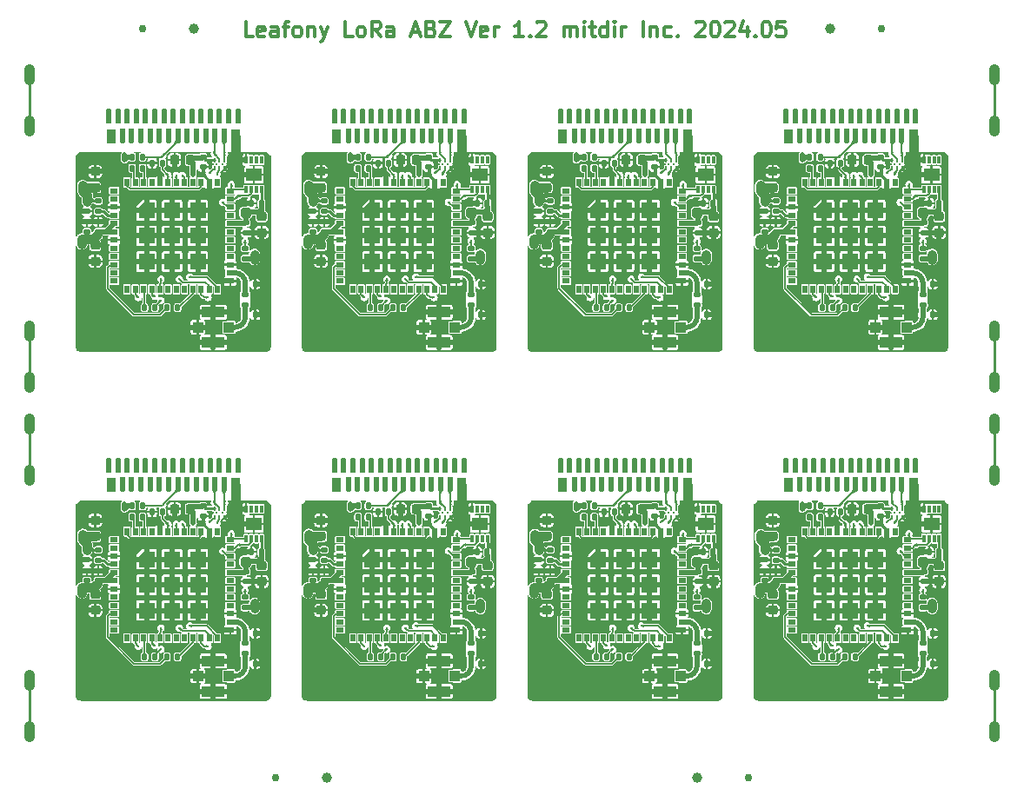
<source format=gtl>
G04 #@! TF.GenerationSoftware,KiCad,Pcbnew,8.0.2-1*
G04 #@! TF.CreationDate,2024-07-25T16:39:03+09:00*
G04 #@! TF.ProjectId,leafony-lora-abz_Panelized_Ver1.2,6c656166-6f6e-4792-9d6c-6f72612d6162,rev?*
G04 #@! TF.SameCoordinates,PX4a62f80PY7829b80*
G04 #@! TF.FileFunction,Copper,L1,Top*
G04 #@! TF.FilePolarity,Positive*
%FSLAX46Y46*%
G04 Gerber Fmt 4.6, Leading zero omitted, Abs format (unit mm)*
G04 Created by KiCad (PCBNEW 8.0.2-1) date 2024-07-25 16:39:03*
%MOMM*%
%LPD*%
G01*
G04 APERTURE LIST*
G04 Aperture macros list*
%AMRoundRect*
0 Rectangle with rounded corners*
0 $1 Rounding radius*
0 $2 $3 $4 $5 $6 $7 $8 $9 X,Y pos of 4 corners*
0 Add a 4 corners polygon primitive as box body*
4,1,4,$2,$3,$4,$5,$6,$7,$8,$9,$2,$3,0*
0 Add four circle primitives for the rounded corners*
1,1,$1+$1,$2,$3*
1,1,$1+$1,$4,$5*
1,1,$1+$1,$6,$7*
1,1,$1+$1,$8,$9*
0 Add four rect primitives between the rounded corners*
20,1,$1+$1,$2,$3,$4,$5,0*
20,1,$1+$1,$4,$5,$6,$7,0*
20,1,$1+$1,$6,$7,$8,$9,0*
20,1,$1+$1,$8,$9,$2,$3,0*%
%AMRotRect*
0 Rectangle, with rotation*
0 The origin of the aperture is its center*
0 $1 length*
0 $2 width*
0 $3 Rotation angle, in degrees counterclockwise*
0 Add horizontal line*
21,1,$1,$2,0,0,$3*%
%AMOutline5P*
0 Free polygon, 5 corners , with rotation*
0 The origin of the aperture is its center*
0 number of corners: always 5*
0 $1 to $10 corner X, Y*
0 $11 Rotation angle, in degrees counterclockwise*
0 create outline with 5 corners*
4,1,5,$1,$2,$3,$4,$5,$6,$7,$8,$9,$10,$1,$2,$11*%
%AMOutline6P*
0 Free polygon, 6 corners , with rotation*
0 The origin of the aperture is its center*
0 number of corners: always 6*
0 $1 to $12 corner X, Y*
0 $13 Rotation angle, in degrees counterclockwise*
0 create outline with 6 corners*
4,1,6,$1,$2,$3,$4,$5,$6,$7,$8,$9,$10,$11,$12,$1,$2,$13*%
%AMOutline7P*
0 Free polygon, 7 corners , with rotation*
0 The origin of the aperture is its center*
0 number of corners: always 7*
0 $1 to $14 corner X, Y*
0 $15 Rotation angle, in degrees counterclockwise*
0 create outline with 7 corners*
4,1,7,$1,$2,$3,$4,$5,$6,$7,$8,$9,$10,$11,$12,$13,$14,$1,$2,$15*%
%AMOutline8P*
0 Free polygon, 8 corners , with rotation*
0 The origin of the aperture is its center*
0 number of corners: always 8*
0 $1 to $16 corner X, Y*
0 $17 Rotation angle, in degrees counterclockwise*
0 create outline with 8 corners*
4,1,8,$1,$2,$3,$4,$5,$6,$7,$8,$9,$10,$11,$12,$13,$14,$15,$16,$1,$2,$17*%
%AMFreePoly0*
4,1,6,0.266700,0.000000,0.165100,-0.101600,-0.152400,-0.101600,-0.152400,0.101600,0.266700,0.101600,0.266700,0.000000,0.266700,0.000000,$1*%
%AMFreePoly1*
4,1,6,0.266700,0.000000,0.165100,-0.101600,-0.152400,-0.101600,-0.152400,0.101600,0.165100,0.101600,0.266700,0.000000,0.266700,0.000000,$1*%
%AMFreePoly2*
4,1,6,0.266700,0.000000,0.266700,-0.101600,-0.152400,-0.101600,-0.152400,0.101600,0.165100,0.101600,0.266700,0.000000,0.266700,0.000000,$1*%
%AMFreePoly3*
4,1,7,0.152400,-0.101600,-0.152400,-0.101600,-0.266700,-0.101600,-0.266700,0.000000,-0.165100,0.101600,0.152400,0.101600,0.152400,-0.101600,0.152400,-0.101600,$1*%
%AMFreePoly4*
4,1,7,0.152400,-0.101600,-0.152400,-0.101600,-0.165100,-0.101600,-0.266700,0.000000,-0.165100,0.101600,0.152400,0.101600,0.152400,-0.101600,0.152400,-0.101600,$1*%
%AMFreePoly5*
4,1,7,0.152400,-0.101600,-0.152400,-0.101600,-0.165100,-0.101600,-0.266700,0.000000,-0.266700,0.101600,0.152400,0.101600,0.152400,-0.101600,0.152400,-0.101600,$1*%
%AMFreePoly6*
4,1,19,0.150000,0.834808,0.229813,0.767836,0.281908,0.677606,0.300000,0.575000,0.281908,0.472394,0.229813,0.382164,0.225000,0.378125,0.225000,-0.575000,-0.225000,-0.575000,-0.225000,0.378125,-0.229813,0.382164,-0.281908,0.472394,-0.300000,0.575000,-0.281908,0.677606,-0.229813,0.767836,-0.150000,0.834808,-0.052094,0.870442,0.052094,0.870442,0.150000,0.834808,0.150000,0.834808,
$1*%
G04 Aperture macros list end*
%ADD10C,0.300000*%
G04 #@! TA.AperFunction,NonConductor*
%ADD11C,0.300000*%
G04 #@! TD*
G04 #@! TA.AperFunction,SMDPad,CuDef*
%ADD12FreePoly0,90.000000*%
G04 #@! TD*
G04 #@! TA.AperFunction,SMDPad,CuDef*
%ADD13FreePoly1,90.000000*%
G04 #@! TD*
G04 #@! TA.AperFunction,SMDPad,CuDef*
%ADD14FreePoly2,90.000000*%
G04 #@! TD*
G04 #@! TA.AperFunction,SMDPad,CuDef*
%ADD15RotRect,0.228600X0.228600X135.000000*%
G04 #@! TD*
G04 #@! TA.AperFunction,SMDPad,CuDef*
%ADD16FreePoly3,90.000000*%
G04 #@! TD*
G04 #@! TA.AperFunction,SMDPad,CuDef*
%ADD17FreePoly4,90.000000*%
G04 #@! TD*
G04 #@! TA.AperFunction,SMDPad,CuDef*
%ADD18FreePoly5,90.000000*%
G04 #@! TD*
G04 #@! TA.AperFunction,SMDPad,CuDef*
%ADD19RoundRect,0.225000X-0.250000X0.225000X-0.250000X-0.225000X0.250000X-0.225000X0.250000X0.225000X0*%
G04 #@! TD*
G04 #@! TA.AperFunction,SMDPad,CuDef*
%ADD20RoundRect,0.135000X-0.185000X0.135000X-0.185000X-0.135000X0.185000X-0.135000X0.185000X0.135000X0*%
G04 #@! TD*
G04 #@! TA.AperFunction,SMDPad,CuDef*
%ADD21RoundRect,0.135000X-0.135000X-0.185000X0.135000X-0.185000X0.135000X0.185000X-0.135000X0.185000X0*%
G04 #@! TD*
G04 #@! TA.AperFunction,SMDPad,CuDef*
%ADD22RoundRect,0.140000X0.170000X-0.140000X0.170000X0.140000X-0.170000X0.140000X-0.170000X-0.140000X0*%
G04 #@! TD*
G04 #@! TA.AperFunction,SMDPad,CuDef*
%ADD23RoundRect,0.225000X0.250000X-0.225000X0.250000X0.225000X-0.250000X0.225000X-0.250000X-0.225000X0*%
G04 #@! TD*
G04 #@! TA.AperFunction,SMDPad,CuDef*
%ADD24RoundRect,0.225000X0.225000X0.250000X-0.225000X0.250000X-0.225000X-0.250000X0.225000X-0.250000X0*%
G04 #@! TD*
G04 #@! TA.AperFunction,SMDPad,CuDef*
%ADD25R,0.800000X0.500000*%
G04 #@! TD*
G04 #@! TA.AperFunction,SMDPad,CuDef*
%ADD26R,0.500000X0.800000*%
G04 #@! TD*
G04 #@! TA.AperFunction,SMDPad,CuDef*
%ADD27Outline5P,-0.800000X0.800000X0.300000X0.800000X0.800000X0.300000X0.800000X-0.800000X-0.800000X-0.800000X90.000000*%
G04 #@! TD*
G04 #@! TA.AperFunction,SMDPad,CuDef*
%ADD28R,1.600000X1.600000*%
G04 #@! TD*
G04 #@! TA.AperFunction,SMDPad,CuDef*
%ADD29RoundRect,0.140000X-0.140000X-0.170000X0.140000X-0.170000X0.140000X0.170000X-0.140000X0.170000X0*%
G04 #@! TD*
G04 #@! TA.AperFunction,SMDPad,CuDef*
%ADD30R,1.000000X1.000000*%
G04 #@! TD*
G04 #@! TA.AperFunction,SMDPad,CuDef*
%ADD31R,2.200000X1.050000*%
G04 #@! TD*
G04 #@! TA.AperFunction,SMDPad,CuDef*
%ADD32RoundRect,0.140000X0.140000X0.170000X-0.140000X0.170000X-0.140000X-0.170000X0.140000X-0.170000X0*%
G04 #@! TD*
G04 #@! TA.AperFunction,SMDPad,CuDef*
%ADD33RoundRect,0.140000X-0.170000X0.140000X-0.170000X-0.140000X0.170000X-0.140000X0.170000X0.140000X0*%
G04 #@! TD*
G04 #@! TA.AperFunction,SMDPad,CuDef*
%ADD34C,0.750000*%
G04 #@! TD*
G04 #@! TA.AperFunction,SMDPad,CuDef*
%ADD35RoundRect,0.135000X0.135000X0.185000X-0.135000X0.185000X-0.135000X-0.185000X0.135000X-0.185000X0*%
G04 #@! TD*
G04 #@! TA.AperFunction,SMDPad,CuDef*
%ADD36R,0.300000X0.750000*%
G04 #@! TD*
G04 #@! TA.AperFunction,SMDPad,CuDef*
%ADD37R,1.500000X1.300000*%
G04 #@! TD*
G04 #@! TA.AperFunction,SMDPad,CuDef*
%ADD38RoundRect,0.135000X0.185000X-0.135000X0.185000X0.135000X-0.185000X0.135000X-0.185000X-0.135000X0*%
G04 #@! TD*
G04 #@! TA.AperFunction,SMDPad,CuDef*
%ADD39R,0.900000X1.450000*%
G04 #@! TD*
G04 #@! TA.AperFunction,SMDPad,CuDef*
%ADD40FreePoly6,0.000000*%
G04 #@! TD*
G04 #@! TA.AperFunction,SMDPad,CuDef*
%ADD41FreePoly6,180.000000*%
G04 #@! TD*
G04 #@! TA.AperFunction,ViaPad*
%ADD42C,1.000000*%
G04 #@! TD*
G04 #@! TA.AperFunction,ViaPad*
%ADD43C,0.330000*%
G04 #@! TD*
G04 #@! TA.AperFunction,ViaPad*
%ADD44C,0.500000*%
G04 #@! TD*
G04 #@! TA.AperFunction,Conductor*
%ADD45C,1.000000*%
G04 #@! TD*
G04 #@! TA.AperFunction,Conductor*
%ADD46C,0.254000*%
G04 #@! TD*
G04 #@! TA.AperFunction,Conductor*
%ADD47C,0.127000*%
G04 #@! TD*
G04 #@! TA.AperFunction,Conductor*
%ADD48C,0.500000*%
G04 #@! TD*
G04 #@! TA.AperFunction,Conductor*
%ADD49C,0.900000*%
G04 #@! TD*
G04 #@! TA.AperFunction,Conductor*
%ADD50C,0.100000*%
G04 #@! TD*
G04 APERTURE END LIST*
D10*
D11*
X24768796Y77199172D02*
X24054510Y77199172D01*
X24054510Y77199172D02*
X24054510Y78699172D01*
X25840225Y77270600D02*
X25697368Y77199172D01*
X25697368Y77199172D02*
X25411654Y77199172D01*
X25411654Y77199172D02*
X25268796Y77270600D01*
X25268796Y77270600D02*
X25197368Y77413458D01*
X25197368Y77413458D02*
X25197368Y77984886D01*
X25197368Y77984886D02*
X25268796Y78127743D01*
X25268796Y78127743D02*
X25411654Y78199172D01*
X25411654Y78199172D02*
X25697368Y78199172D01*
X25697368Y78199172D02*
X25840225Y78127743D01*
X25840225Y78127743D02*
X25911654Y77984886D01*
X25911654Y77984886D02*
X25911654Y77842029D01*
X25911654Y77842029D02*
X25197368Y77699172D01*
X27197368Y77199172D02*
X27197368Y77984886D01*
X27197368Y77984886D02*
X27125939Y78127743D01*
X27125939Y78127743D02*
X26983082Y78199172D01*
X26983082Y78199172D02*
X26697368Y78199172D01*
X26697368Y78199172D02*
X26554510Y78127743D01*
X27197368Y77270600D02*
X27054510Y77199172D01*
X27054510Y77199172D02*
X26697368Y77199172D01*
X26697368Y77199172D02*
X26554510Y77270600D01*
X26554510Y77270600D02*
X26483082Y77413458D01*
X26483082Y77413458D02*
X26483082Y77556315D01*
X26483082Y77556315D02*
X26554510Y77699172D01*
X26554510Y77699172D02*
X26697368Y77770600D01*
X26697368Y77770600D02*
X27054510Y77770600D01*
X27054510Y77770600D02*
X27197368Y77842029D01*
X27697368Y78199172D02*
X28268796Y78199172D01*
X27911653Y77199172D02*
X27911653Y78484886D01*
X27911653Y78484886D02*
X27983082Y78627743D01*
X27983082Y78627743D02*
X28125939Y78699172D01*
X28125939Y78699172D02*
X28268796Y78699172D01*
X28983082Y77199172D02*
X28840225Y77270600D01*
X28840225Y77270600D02*
X28768796Y77342029D01*
X28768796Y77342029D02*
X28697368Y77484886D01*
X28697368Y77484886D02*
X28697368Y77913458D01*
X28697368Y77913458D02*
X28768796Y78056315D01*
X28768796Y78056315D02*
X28840225Y78127743D01*
X28840225Y78127743D02*
X28983082Y78199172D01*
X28983082Y78199172D02*
X29197368Y78199172D01*
X29197368Y78199172D02*
X29340225Y78127743D01*
X29340225Y78127743D02*
X29411654Y78056315D01*
X29411654Y78056315D02*
X29483082Y77913458D01*
X29483082Y77913458D02*
X29483082Y77484886D01*
X29483082Y77484886D02*
X29411654Y77342029D01*
X29411654Y77342029D02*
X29340225Y77270600D01*
X29340225Y77270600D02*
X29197368Y77199172D01*
X29197368Y77199172D02*
X28983082Y77199172D01*
X30125939Y78199172D02*
X30125939Y77199172D01*
X30125939Y78056315D02*
X30197368Y78127743D01*
X30197368Y78127743D02*
X30340225Y78199172D01*
X30340225Y78199172D02*
X30554511Y78199172D01*
X30554511Y78199172D02*
X30697368Y78127743D01*
X30697368Y78127743D02*
X30768797Y77984886D01*
X30768797Y77984886D02*
X30768797Y77199172D01*
X31340225Y78199172D02*
X31697368Y77199172D01*
X32054511Y78199172D02*
X31697368Y77199172D01*
X31697368Y77199172D02*
X31554511Y76842029D01*
X31554511Y76842029D02*
X31483082Y76770600D01*
X31483082Y76770600D02*
X31340225Y76699172D01*
X34483082Y77199172D02*
X33768796Y77199172D01*
X33768796Y77199172D02*
X33768796Y78699172D01*
X35197368Y77199172D02*
X35054511Y77270600D01*
X35054511Y77270600D02*
X34983082Y77342029D01*
X34983082Y77342029D02*
X34911654Y77484886D01*
X34911654Y77484886D02*
X34911654Y77913458D01*
X34911654Y77913458D02*
X34983082Y78056315D01*
X34983082Y78056315D02*
X35054511Y78127743D01*
X35054511Y78127743D02*
X35197368Y78199172D01*
X35197368Y78199172D02*
X35411654Y78199172D01*
X35411654Y78199172D02*
X35554511Y78127743D01*
X35554511Y78127743D02*
X35625940Y78056315D01*
X35625940Y78056315D02*
X35697368Y77913458D01*
X35697368Y77913458D02*
X35697368Y77484886D01*
X35697368Y77484886D02*
X35625940Y77342029D01*
X35625940Y77342029D02*
X35554511Y77270600D01*
X35554511Y77270600D02*
X35411654Y77199172D01*
X35411654Y77199172D02*
X35197368Y77199172D01*
X37197368Y77199172D02*
X36697368Y77913458D01*
X36340225Y77199172D02*
X36340225Y78699172D01*
X36340225Y78699172D02*
X36911654Y78699172D01*
X36911654Y78699172D02*
X37054511Y78627743D01*
X37054511Y78627743D02*
X37125940Y78556315D01*
X37125940Y78556315D02*
X37197368Y78413458D01*
X37197368Y78413458D02*
X37197368Y78199172D01*
X37197368Y78199172D02*
X37125940Y78056315D01*
X37125940Y78056315D02*
X37054511Y77984886D01*
X37054511Y77984886D02*
X36911654Y77913458D01*
X36911654Y77913458D02*
X36340225Y77913458D01*
X38483083Y77199172D02*
X38483083Y77984886D01*
X38483083Y77984886D02*
X38411654Y78127743D01*
X38411654Y78127743D02*
X38268797Y78199172D01*
X38268797Y78199172D02*
X37983083Y78199172D01*
X37983083Y78199172D02*
X37840225Y78127743D01*
X38483083Y77270600D02*
X38340225Y77199172D01*
X38340225Y77199172D02*
X37983083Y77199172D01*
X37983083Y77199172D02*
X37840225Y77270600D01*
X37840225Y77270600D02*
X37768797Y77413458D01*
X37768797Y77413458D02*
X37768797Y77556315D01*
X37768797Y77556315D02*
X37840225Y77699172D01*
X37840225Y77699172D02*
X37983083Y77770600D01*
X37983083Y77770600D02*
X38340225Y77770600D01*
X38340225Y77770600D02*
X38483083Y77842029D01*
X40268797Y77627743D02*
X40983083Y77627743D01*
X40125940Y77199172D02*
X40625940Y78699172D01*
X40625940Y78699172D02*
X41125940Y77199172D01*
X42125939Y77984886D02*
X42340225Y77913458D01*
X42340225Y77913458D02*
X42411654Y77842029D01*
X42411654Y77842029D02*
X42483082Y77699172D01*
X42483082Y77699172D02*
X42483082Y77484886D01*
X42483082Y77484886D02*
X42411654Y77342029D01*
X42411654Y77342029D02*
X42340225Y77270600D01*
X42340225Y77270600D02*
X42197368Y77199172D01*
X42197368Y77199172D02*
X41625939Y77199172D01*
X41625939Y77199172D02*
X41625939Y78699172D01*
X41625939Y78699172D02*
X42125939Y78699172D01*
X42125939Y78699172D02*
X42268797Y78627743D01*
X42268797Y78627743D02*
X42340225Y78556315D01*
X42340225Y78556315D02*
X42411654Y78413458D01*
X42411654Y78413458D02*
X42411654Y78270600D01*
X42411654Y78270600D02*
X42340225Y78127743D01*
X42340225Y78127743D02*
X42268797Y78056315D01*
X42268797Y78056315D02*
X42125939Y77984886D01*
X42125939Y77984886D02*
X41625939Y77984886D01*
X42983082Y78699172D02*
X43983082Y78699172D01*
X43983082Y78699172D02*
X42983082Y77199172D01*
X42983082Y77199172D02*
X43983082Y77199172D01*
X45483082Y78699172D02*
X45983082Y77199172D01*
X45983082Y77199172D02*
X46483082Y78699172D01*
X47554510Y77270600D02*
X47411653Y77199172D01*
X47411653Y77199172D02*
X47125939Y77199172D01*
X47125939Y77199172D02*
X46983081Y77270600D01*
X46983081Y77270600D02*
X46911653Y77413458D01*
X46911653Y77413458D02*
X46911653Y77984886D01*
X46911653Y77984886D02*
X46983081Y78127743D01*
X46983081Y78127743D02*
X47125939Y78199172D01*
X47125939Y78199172D02*
X47411653Y78199172D01*
X47411653Y78199172D02*
X47554510Y78127743D01*
X47554510Y78127743D02*
X47625939Y77984886D01*
X47625939Y77984886D02*
X47625939Y77842029D01*
X47625939Y77842029D02*
X46911653Y77699172D01*
X48268795Y77199172D02*
X48268795Y78199172D01*
X48268795Y77913458D02*
X48340224Y78056315D01*
X48340224Y78056315D02*
X48411653Y78127743D01*
X48411653Y78127743D02*
X48554510Y78199172D01*
X48554510Y78199172D02*
X48697367Y78199172D01*
X51125938Y77199172D02*
X50268795Y77199172D01*
X50697366Y77199172D02*
X50697366Y78699172D01*
X50697366Y78699172D02*
X50554509Y78484886D01*
X50554509Y78484886D02*
X50411652Y78342029D01*
X50411652Y78342029D02*
X50268795Y78270600D01*
X51768794Y77342029D02*
X51840223Y77270600D01*
X51840223Y77270600D02*
X51768794Y77199172D01*
X51768794Y77199172D02*
X51697366Y77270600D01*
X51697366Y77270600D02*
X51768794Y77342029D01*
X51768794Y77342029D02*
X51768794Y77199172D01*
X52411652Y78556315D02*
X52483080Y78627743D01*
X52483080Y78627743D02*
X52625938Y78699172D01*
X52625938Y78699172D02*
X52983080Y78699172D01*
X52983080Y78699172D02*
X53125938Y78627743D01*
X53125938Y78627743D02*
X53197366Y78556315D01*
X53197366Y78556315D02*
X53268795Y78413458D01*
X53268795Y78413458D02*
X53268795Y78270600D01*
X53268795Y78270600D02*
X53197366Y78056315D01*
X53197366Y78056315D02*
X52340223Y77199172D01*
X52340223Y77199172D02*
X53268795Y77199172D01*
X55054508Y77199172D02*
X55054508Y78199172D01*
X55054508Y78056315D02*
X55125937Y78127743D01*
X55125937Y78127743D02*
X55268794Y78199172D01*
X55268794Y78199172D02*
X55483080Y78199172D01*
X55483080Y78199172D02*
X55625937Y78127743D01*
X55625937Y78127743D02*
X55697366Y77984886D01*
X55697366Y77984886D02*
X55697366Y77199172D01*
X55697366Y77984886D02*
X55768794Y78127743D01*
X55768794Y78127743D02*
X55911651Y78199172D01*
X55911651Y78199172D02*
X56125937Y78199172D01*
X56125937Y78199172D02*
X56268794Y78127743D01*
X56268794Y78127743D02*
X56340223Y77984886D01*
X56340223Y77984886D02*
X56340223Y77199172D01*
X57054508Y77199172D02*
X57054508Y78199172D01*
X57054508Y78699172D02*
X56983080Y78627743D01*
X56983080Y78627743D02*
X57054508Y78556315D01*
X57054508Y78556315D02*
X57125937Y78627743D01*
X57125937Y78627743D02*
X57054508Y78699172D01*
X57054508Y78699172D02*
X57054508Y78556315D01*
X57554509Y78199172D02*
X58125937Y78199172D01*
X57768794Y78699172D02*
X57768794Y77413458D01*
X57768794Y77413458D02*
X57840223Y77270600D01*
X57840223Y77270600D02*
X57983080Y77199172D01*
X57983080Y77199172D02*
X58125937Y77199172D01*
X59268795Y77199172D02*
X59268795Y78699172D01*
X59268795Y77270600D02*
X59125937Y77199172D01*
X59125937Y77199172D02*
X58840223Y77199172D01*
X58840223Y77199172D02*
X58697366Y77270600D01*
X58697366Y77270600D02*
X58625937Y77342029D01*
X58625937Y77342029D02*
X58554509Y77484886D01*
X58554509Y77484886D02*
X58554509Y77913458D01*
X58554509Y77913458D02*
X58625937Y78056315D01*
X58625937Y78056315D02*
X58697366Y78127743D01*
X58697366Y78127743D02*
X58840223Y78199172D01*
X58840223Y78199172D02*
X59125937Y78199172D01*
X59125937Y78199172D02*
X59268795Y78127743D01*
X59983080Y77199172D02*
X59983080Y78199172D01*
X59983080Y78699172D02*
X59911652Y78627743D01*
X59911652Y78627743D02*
X59983080Y78556315D01*
X59983080Y78556315D02*
X60054509Y78627743D01*
X60054509Y78627743D02*
X59983080Y78699172D01*
X59983080Y78699172D02*
X59983080Y78556315D01*
X60697366Y77199172D02*
X60697366Y78199172D01*
X60697366Y77913458D02*
X60768795Y78056315D01*
X60768795Y78056315D02*
X60840224Y78127743D01*
X60840224Y78127743D02*
X60983081Y78199172D01*
X60983081Y78199172D02*
X61125938Y78199172D01*
X62768794Y77199172D02*
X62768794Y78699172D01*
X63483080Y78199172D02*
X63483080Y77199172D01*
X63483080Y78056315D02*
X63554509Y78127743D01*
X63554509Y78127743D02*
X63697366Y78199172D01*
X63697366Y78199172D02*
X63911652Y78199172D01*
X63911652Y78199172D02*
X64054509Y78127743D01*
X64054509Y78127743D02*
X64125938Y77984886D01*
X64125938Y77984886D02*
X64125938Y77199172D01*
X65483081Y77270600D02*
X65340223Y77199172D01*
X65340223Y77199172D02*
X65054509Y77199172D01*
X65054509Y77199172D02*
X64911652Y77270600D01*
X64911652Y77270600D02*
X64840223Y77342029D01*
X64840223Y77342029D02*
X64768795Y77484886D01*
X64768795Y77484886D02*
X64768795Y77913458D01*
X64768795Y77913458D02*
X64840223Y78056315D01*
X64840223Y78056315D02*
X64911652Y78127743D01*
X64911652Y78127743D02*
X65054509Y78199172D01*
X65054509Y78199172D02*
X65340223Y78199172D01*
X65340223Y78199172D02*
X65483081Y78127743D01*
X66125937Y77342029D02*
X66197366Y77270600D01*
X66197366Y77270600D02*
X66125937Y77199172D01*
X66125937Y77199172D02*
X66054509Y77270600D01*
X66054509Y77270600D02*
X66125937Y77342029D01*
X66125937Y77342029D02*
X66125937Y77199172D01*
X67911652Y78556315D02*
X67983080Y78627743D01*
X67983080Y78627743D02*
X68125938Y78699172D01*
X68125938Y78699172D02*
X68483080Y78699172D01*
X68483080Y78699172D02*
X68625938Y78627743D01*
X68625938Y78627743D02*
X68697366Y78556315D01*
X68697366Y78556315D02*
X68768795Y78413458D01*
X68768795Y78413458D02*
X68768795Y78270600D01*
X68768795Y78270600D02*
X68697366Y78056315D01*
X68697366Y78056315D02*
X67840223Y77199172D01*
X67840223Y77199172D02*
X68768795Y77199172D01*
X69697366Y78699172D02*
X69840223Y78699172D01*
X69840223Y78699172D02*
X69983080Y78627743D01*
X69983080Y78627743D02*
X70054509Y78556315D01*
X70054509Y78556315D02*
X70125937Y78413458D01*
X70125937Y78413458D02*
X70197366Y78127743D01*
X70197366Y78127743D02*
X70197366Y77770600D01*
X70197366Y77770600D02*
X70125937Y77484886D01*
X70125937Y77484886D02*
X70054509Y77342029D01*
X70054509Y77342029D02*
X69983080Y77270600D01*
X69983080Y77270600D02*
X69840223Y77199172D01*
X69840223Y77199172D02*
X69697366Y77199172D01*
X69697366Y77199172D02*
X69554509Y77270600D01*
X69554509Y77270600D02*
X69483080Y77342029D01*
X69483080Y77342029D02*
X69411651Y77484886D01*
X69411651Y77484886D02*
X69340223Y77770600D01*
X69340223Y77770600D02*
X69340223Y78127743D01*
X69340223Y78127743D02*
X69411651Y78413458D01*
X69411651Y78413458D02*
X69483080Y78556315D01*
X69483080Y78556315D02*
X69554509Y78627743D01*
X69554509Y78627743D02*
X69697366Y78699172D01*
X70768794Y78556315D02*
X70840222Y78627743D01*
X70840222Y78627743D02*
X70983080Y78699172D01*
X70983080Y78699172D02*
X71340222Y78699172D01*
X71340222Y78699172D02*
X71483080Y78627743D01*
X71483080Y78627743D02*
X71554508Y78556315D01*
X71554508Y78556315D02*
X71625937Y78413458D01*
X71625937Y78413458D02*
X71625937Y78270600D01*
X71625937Y78270600D02*
X71554508Y78056315D01*
X71554508Y78056315D02*
X70697365Y77199172D01*
X70697365Y77199172D02*
X71625937Y77199172D01*
X72911651Y78199172D02*
X72911651Y77199172D01*
X72554508Y78770600D02*
X72197365Y77699172D01*
X72197365Y77699172D02*
X73125936Y77699172D01*
X73697364Y77342029D02*
X73768793Y77270600D01*
X73768793Y77270600D02*
X73697364Y77199172D01*
X73697364Y77199172D02*
X73625936Y77270600D01*
X73625936Y77270600D02*
X73697364Y77342029D01*
X73697364Y77342029D02*
X73697364Y77199172D01*
X74697365Y78699172D02*
X74840222Y78699172D01*
X74840222Y78699172D02*
X74983079Y78627743D01*
X74983079Y78627743D02*
X75054508Y78556315D01*
X75054508Y78556315D02*
X75125936Y78413458D01*
X75125936Y78413458D02*
X75197365Y78127743D01*
X75197365Y78127743D02*
X75197365Y77770600D01*
X75197365Y77770600D02*
X75125936Y77484886D01*
X75125936Y77484886D02*
X75054508Y77342029D01*
X75054508Y77342029D02*
X74983079Y77270600D01*
X74983079Y77270600D02*
X74840222Y77199172D01*
X74840222Y77199172D02*
X74697365Y77199172D01*
X74697365Y77199172D02*
X74554508Y77270600D01*
X74554508Y77270600D02*
X74483079Y77342029D01*
X74483079Y77342029D02*
X74411650Y77484886D01*
X74411650Y77484886D02*
X74340222Y77770600D01*
X74340222Y77770600D02*
X74340222Y78127743D01*
X74340222Y78127743D02*
X74411650Y78413458D01*
X74411650Y78413458D02*
X74483079Y78556315D01*
X74483079Y78556315D02*
X74554508Y78627743D01*
X74554508Y78627743D02*
X74697365Y78699172D01*
X76554507Y78699172D02*
X75840221Y78699172D01*
X75840221Y78699172D02*
X75768793Y77984886D01*
X75768793Y77984886D02*
X75840221Y78056315D01*
X75840221Y78056315D02*
X75983079Y78127743D01*
X75983079Y78127743D02*
X76340221Y78127743D01*
X76340221Y78127743D02*
X76483079Y78056315D01*
X76483079Y78056315D02*
X76554507Y77984886D01*
X76554507Y77984886D02*
X76625936Y77842029D01*
X76625936Y77842029D02*
X76625936Y77484886D01*
X76625936Y77484886D02*
X76554507Y77342029D01*
X76554507Y77342029D02*
X76483079Y77270600D01*
X76483079Y77270600D02*
X76340221Y77199172D01*
X76340221Y77199172D02*
X75983079Y77199172D01*
X75983079Y77199172D02*
X75840221Y77270600D01*
X75840221Y77270600D02*
X75768793Y77342029D01*
D12*
X20999620Y30352960D03*
D13*
X21500000Y30352960D03*
D14*
X22000380Y30352960D03*
D15*
X21769240Y30800000D03*
D16*
X22000380Y31247040D03*
D17*
X21500000Y31247040D03*
D18*
X20999620Y31247040D03*
D15*
X21230760Y30800000D03*
D19*
X9400000Y22875000D03*
X9400000Y21325000D03*
D20*
X24000000Y52110000D03*
X24000000Y51090000D03*
D21*
X16390000Y16800000D03*
X17410000Y16800000D03*
D22*
X8600000Y24220000D03*
X8600000Y25180000D03*
D23*
X75400000Y28525000D03*
X75400000Y30075000D03*
D22*
X52600000Y58220000D03*
X52600000Y59180000D03*
D20*
X46000000Y18110000D03*
X46000000Y17090000D03*
D24*
X40675000Y65200000D03*
X39125000Y65200000D03*
D25*
X33250000Y62200000D03*
X33250000Y61400000D03*
X33250000Y60600000D03*
X33250000Y59800000D03*
X33250000Y59000000D03*
X33250000Y58200000D03*
X33250000Y57400000D03*
X33250000Y56600000D03*
X33250000Y55800000D03*
X33250000Y55000000D03*
X33250000Y54200000D03*
X33250000Y53400000D03*
D26*
X34500000Y52600000D03*
X35300000Y52600000D03*
X36100000Y52600000D03*
X36900000Y52600000D03*
X37700000Y52600000D03*
X38500000Y52600000D03*
X39300000Y52600000D03*
X40100000Y52600000D03*
X40900000Y52600000D03*
X41700000Y52600000D03*
X42500000Y52600000D03*
X43300000Y52600000D03*
D25*
X44550000Y53400000D03*
X44550000Y54200000D03*
X44550000Y55000000D03*
X44550000Y55800000D03*
X44550000Y56600000D03*
X44550000Y57400000D03*
X44550000Y58200000D03*
X44550000Y59000000D03*
X44550000Y59800000D03*
X44550000Y60600000D03*
X44550000Y61400000D03*
X44550000Y62200000D03*
D26*
X43300000Y63000000D03*
X42500000Y63000000D03*
X41700000Y63000000D03*
X40900000Y63000000D03*
X40100000Y63000000D03*
X39300000Y63000000D03*
X38500000Y63000000D03*
X37700000Y63000000D03*
X36900000Y63000000D03*
X36100000Y63000000D03*
X35300000Y63000000D03*
X34500000Y63000000D03*
D27*
X36400000Y60300000D03*
D28*
X38900000Y60300000D03*
X41400000Y60300000D03*
X36400000Y57800000D03*
X38900000Y57800000D03*
X41400000Y57800000D03*
X36400000Y55300000D03*
X38900000Y55300000D03*
X41400000Y55300000D03*
D12*
X86999620Y30352960D03*
D13*
X87500000Y30352960D03*
D14*
X88000380Y30352960D03*
D15*
X87769240Y30800000D03*
D16*
X88000380Y31247040D03*
D17*
X87500000Y31247040D03*
D18*
X86999620Y31247040D03*
D15*
X87230760Y30800000D03*
D29*
X68020000Y19100000D03*
X68980000Y19100000D03*
D30*
X22400000Y14900000D03*
D31*
X20900000Y13425000D03*
D30*
X19400000Y14900000D03*
D31*
X20900000Y16375000D03*
D30*
X44400000Y48900000D03*
D31*
X42900000Y47425000D03*
D30*
X41400000Y48900000D03*
D31*
X42900000Y50375000D03*
D29*
X90020000Y16100000D03*
X90980000Y16100000D03*
D30*
X88400000Y48900000D03*
D31*
X86900000Y47425000D03*
D30*
X85400000Y48900000D03*
D31*
X86900000Y50375000D03*
D32*
X25580000Y27000000D03*
X24620000Y27000000D03*
D12*
X42999620Y30352960D03*
D13*
X43500000Y30352960D03*
D14*
X44000380Y30352960D03*
D15*
X43769240Y30800000D03*
D16*
X44000380Y31247040D03*
D17*
X43500000Y31247040D03*
D18*
X42999620Y31247040D03*
D15*
X43230760Y30800000D03*
D20*
X68000000Y22610000D03*
X68000000Y21590000D03*
D33*
X52600000Y27180000D03*
X52600000Y26220000D03*
D21*
X80940000Y64900000D03*
X81960000Y64900000D03*
D22*
X74600000Y58220000D03*
X74600000Y59180000D03*
D24*
X62675000Y65200000D03*
X61125000Y65200000D03*
D25*
X11250000Y28200000D03*
X11250000Y27400000D03*
X11250000Y26600000D03*
X11250000Y25800000D03*
X11250000Y25000000D03*
X11250000Y24200000D03*
X11250000Y23400000D03*
X11250000Y22600000D03*
X11250000Y21800000D03*
X11250000Y21000000D03*
X11250000Y20200000D03*
X11250000Y19400000D03*
D26*
X12500000Y18600000D03*
X13300000Y18600000D03*
X14100000Y18600000D03*
X14900000Y18600000D03*
X15700000Y18600000D03*
X16500000Y18600000D03*
X17300000Y18600000D03*
X18100000Y18600000D03*
X18900000Y18600000D03*
X19700000Y18600000D03*
X20500000Y18600000D03*
X21300000Y18600000D03*
D25*
X22550000Y19400000D03*
X22550000Y20200000D03*
X22550000Y21000000D03*
X22550000Y21800000D03*
X22550000Y22600000D03*
X22550000Y23400000D03*
X22550000Y24200000D03*
X22550000Y25000000D03*
X22550000Y25800000D03*
X22550000Y26600000D03*
X22550000Y27400000D03*
X22550000Y28200000D03*
D26*
X21300000Y29000000D03*
X20500000Y29000000D03*
X19700000Y29000000D03*
X18900000Y29000000D03*
X18100000Y29000000D03*
X17300000Y29000000D03*
X16500000Y29000000D03*
X15700000Y29000000D03*
X14900000Y29000000D03*
X14100000Y29000000D03*
X13300000Y29000000D03*
X12500000Y29000000D03*
D27*
X14400000Y26300000D03*
D28*
X16900000Y26300000D03*
X19400000Y26300000D03*
X14400000Y23800000D03*
X16900000Y23800000D03*
X19400000Y23800000D03*
X14400000Y21300000D03*
X16900000Y21300000D03*
X19400000Y21300000D03*
D21*
X78990000Y30400000D03*
X80010000Y30400000D03*
D33*
X85900000Y31480000D03*
X85900000Y30520000D03*
D21*
X38390000Y16800000D03*
X39410000Y16800000D03*
D22*
X53700000Y58220000D03*
X53700000Y59180000D03*
D34*
X27000000Y5000000D03*
D21*
X16390000Y50800000D03*
X17410000Y50800000D03*
D33*
X8600000Y27180000D03*
X8600000Y26220000D03*
X74600000Y27180000D03*
X74600000Y26220000D03*
D35*
X15210000Y16800000D03*
X14190000Y16800000D03*
D20*
X90000000Y52110000D03*
X90000000Y51090000D03*
D33*
X8600000Y61180000D03*
X8600000Y60220000D03*
D24*
X40675000Y31200000D03*
X39125000Y31200000D03*
D36*
X47600000Y65200000D03*
X47100000Y65200000D03*
X46600000Y65200000D03*
X46100000Y65200000D03*
X46100000Y62300000D03*
X46600000Y62300000D03*
X47100000Y62300000D03*
X47600000Y62300000D03*
D37*
X46850000Y63750000D03*
D32*
X91580000Y61000000D03*
X90620000Y61000000D03*
D34*
X14000000Y78000000D03*
D38*
X53700000Y26190000D03*
X53700000Y27210000D03*
D25*
X11250000Y62200000D03*
X11250000Y61400000D03*
X11250000Y60600000D03*
X11250000Y59800000D03*
X11250000Y59000000D03*
X11250000Y58200000D03*
X11250000Y57400000D03*
X11250000Y56600000D03*
X11250000Y55800000D03*
X11250000Y55000000D03*
X11250000Y54200000D03*
X11250000Y53400000D03*
D26*
X12500000Y52600000D03*
X13300000Y52600000D03*
X14100000Y52600000D03*
X14900000Y52600000D03*
X15700000Y52600000D03*
X16500000Y52600000D03*
X17300000Y52600000D03*
X18100000Y52600000D03*
X18900000Y52600000D03*
X19700000Y52600000D03*
X20500000Y52600000D03*
X21300000Y52600000D03*
D25*
X22550000Y53400000D03*
X22550000Y54200000D03*
X22550000Y55000000D03*
X22550000Y55800000D03*
X22550000Y56600000D03*
X22550000Y57400000D03*
X22550000Y58200000D03*
X22550000Y59000000D03*
X22550000Y59800000D03*
X22550000Y60600000D03*
X22550000Y61400000D03*
X22550000Y62200000D03*
D26*
X21300000Y63000000D03*
X20500000Y63000000D03*
X19700000Y63000000D03*
X18900000Y63000000D03*
X18100000Y63000000D03*
X17300000Y63000000D03*
X16500000Y63000000D03*
X15700000Y63000000D03*
X14900000Y63000000D03*
X14100000Y63000000D03*
X13300000Y63000000D03*
X12500000Y63000000D03*
D27*
X14400000Y60300000D03*
D28*
X16900000Y60300000D03*
X19400000Y60300000D03*
X14400000Y57800000D03*
X16900000Y57800000D03*
X19400000Y57800000D03*
X14400000Y55300000D03*
X16900000Y55300000D03*
X19400000Y55300000D03*
D20*
X90000000Y22610000D03*
X90000000Y21590000D03*
D35*
X59210000Y16800000D03*
X58190000Y16800000D03*
D33*
X68100000Y59080000D03*
X68100000Y58120000D03*
D39*
X10925000Y67525000D03*
D40*
X10700000Y69325000D03*
D41*
X12050000Y67675000D03*
D40*
X11600000Y69325000D03*
D41*
X12950000Y67675000D03*
D40*
X12500000Y69325000D03*
D41*
X13850000Y67675000D03*
D40*
X13400000Y69325000D03*
D41*
X14750000Y67675000D03*
D40*
X14300000Y69325000D03*
D41*
X15650000Y67675000D03*
D40*
X15200000Y69325000D03*
D41*
X16550000Y67675000D03*
D40*
X16100000Y69325000D03*
D41*
X17450000Y67675000D03*
D40*
X17000000Y69325000D03*
D41*
X18350000Y67675000D03*
D40*
X17900000Y69325000D03*
D41*
X19250000Y67675000D03*
D40*
X18800000Y69325000D03*
D41*
X20150000Y67675000D03*
D40*
X19700000Y69325000D03*
D41*
X21050000Y67675000D03*
D40*
X20600000Y69325000D03*
D41*
X21950000Y67675000D03*
D40*
X21500000Y69325000D03*
D39*
X23075000Y67525000D03*
D40*
X22400000Y69325000D03*
X23300000Y69325000D03*
D25*
X55250000Y28200000D03*
X55250000Y27400000D03*
X55250000Y26600000D03*
X55250000Y25800000D03*
X55250000Y25000000D03*
X55250000Y24200000D03*
X55250000Y23400000D03*
X55250000Y22600000D03*
X55250000Y21800000D03*
X55250000Y21000000D03*
X55250000Y20200000D03*
X55250000Y19400000D03*
D26*
X56500000Y18600000D03*
X57300000Y18600000D03*
X58100000Y18600000D03*
X58900000Y18600000D03*
X59700000Y18600000D03*
X60500000Y18600000D03*
X61300000Y18600000D03*
X62100000Y18600000D03*
X62900000Y18600000D03*
X63700000Y18600000D03*
X64500000Y18600000D03*
X65300000Y18600000D03*
D25*
X66550000Y19400000D03*
X66550000Y20200000D03*
X66550000Y21000000D03*
X66550000Y21800000D03*
X66550000Y22600000D03*
X66550000Y23400000D03*
X66550000Y24200000D03*
X66550000Y25000000D03*
X66550000Y25800000D03*
X66550000Y26600000D03*
X66550000Y27400000D03*
X66550000Y28200000D03*
D26*
X65300000Y29000000D03*
X64500000Y29000000D03*
X63700000Y29000000D03*
X62900000Y29000000D03*
X62100000Y29000000D03*
X61300000Y29000000D03*
X60500000Y29000000D03*
X59700000Y29000000D03*
X58900000Y29000000D03*
X58100000Y29000000D03*
X57300000Y29000000D03*
X56500000Y29000000D03*
D27*
X58400000Y26300000D03*
D28*
X60900000Y26300000D03*
X63400000Y26300000D03*
X58400000Y23800000D03*
X60900000Y23800000D03*
X63400000Y23800000D03*
X58400000Y21300000D03*
X60900000Y21300000D03*
X63400000Y21300000D03*
D33*
X46100000Y25080000D03*
X46100000Y24120000D03*
D24*
X18675000Y65200000D03*
X17125000Y65200000D03*
D35*
X14010000Y65500000D03*
X12990000Y65500000D03*
D22*
X9700000Y24220000D03*
X9700000Y25180000D03*
D36*
X91600000Y65200000D03*
X91100000Y65200000D03*
X90600000Y65200000D03*
X90100000Y65200000D03*
X90100000Y62300000D03*
X90600000Y62300000D03*
X91100000Y62300000D03*
X91600000Y62300000D03*
D37*
X90850000Y63750000D03*
D23*
X53400000Y62525000D03*
X53400000Y64075000D03*
D19*
X47600000Y59675000D03*
X47600000Y58125000D03*
D32*
X91580000Y27000000D03*
X90620000Y27000000D03*
D35*
X58010000Y31500000D03*
X56990000Y31500000D03*
D19*
X9400000Y56875000D03*
X9400000Y55325000D03*
D24*
X62675000Y31200000D03*
X61125000Y31200000D03*
D29*
X24020000Y53100000D03*
X24980000Y53100000D03*
D19*
X31400000Y56875000D03*
X31400000Y55325000D03*
D20*
X90000000Y56610000D03*
X90000000Y55590000D03*
D21*
X60390000Y50800000D03*
X61410000Y50800000D03*
D32*
X47580000Y27000000D03*
X46620000Y27000000D03*
D19*
X75400000Y56875000D03*
X75400000Y55325000D03*
D33*
X46100000Y59080000D03*
X46100000Y58120000D03*
D24*
X18675000Y31200000D03*
X17125000Y31200000D03*
D19*
X69600000Y59675000D03*
X69600000Y58125000D03*
D21*
X78990000Y64400000D03*
X80010000Y64400000D03*
D38*
X53700000Y60190000D03*
X53700000Y61210000D03*
D33*
X24100000Y59080000D03*
X24100000Y58120000D03*
D19*
X31400000Y22875000D03*
X31400000Y21325000D03*
D36*
X69600000Y65200000D03*
X69100000Y65200000D03*
X68600000Y65200000D03*
X68100000Y65200000D03*
X68100000Y62300000D03*
X68600000Y62300000D03*
X69100000Y62300000D03*
X69600000Y62300000D03*
D37*
X68850000Y63750000D03*
D12*
X64999620Y30352960D03*
D13*
X65500000Y30352960D03*
D14*
X66000380Y30352960D03*
D15*
X65769240Y30800000D03*
D16*
X66000380Y31247040D03*
D17*
X65500000Y31247040D03*
D18*
X64999620Y31247040D03*
D15*
X65230760Y30800000D03*
D35*
X80010000Y65500000D03*
X78990000Y65500000D03*
D19*
X91600000Y59675000D03*
X91600000Y58125000D03*
D39*
X76925000Y67525000D03*
D40*
X76700000Y69325000D03*
D41*
X78050000Y67675000D03*
D40*
X77600000Y69325000D03*
D41*
X78950000Y67675000D03*
D40*
X78500000Y69325000D03*
D41*
X79850000Y67675000D03*
D40*
X79400000Y69325000D03*
D41*
X80750000Y67675000D03*
D40*
X80300000Y69325000D03*
D41*
X81650000Y67675000D03*
D40*
X81200000Y69325000D03*
D41*
X82550000Y67675000D03*
D40*
X82100000Y69325000D03*
D41*
X83450000Y67675000D03*
D40*
X83000000Y69325000D03*
D41*
X84350000Y67675000D03*
D40*
X83900000Y69325000D03*
D41*
X85250000Y67675000D03*
D40*
X84800000Y69325000D03*
D41*
X86150000Y67675000D03*
D40*
X85700000Y69325000D03*
D41*
X87050000Y67675000D03*
D40*
X86600000Y69325000D03*
D41*
X87950000Y67675000D03*
D40*
X87500000Y69325000D03*
D39*
X89075000Y67525000D03*
D40*
X88400000Y69325000D03*
X89300000Y69325000D03*
D35*
X81210000Y16800000D03*
X80190000Y16800000D03*
D38*
X9700000Y26190000D03*
X9700000Y27210000D03*
D21*
X58940000Y64900000D03*
X59960000Y64900000D03*
D23*
X75400000Y62525000D03*
X75400000Y64075000D03*
X31400000Y28525000D03*
X31400000Y30075000D03*
D33*
X90100000Y25080000D03*
X90100000Y24120000D03*
D24*
X84675000Y31200000D03*
X83125000Y31200000D03*
D38*
X75700000Y60190000D03*
X75700000Y61210000D03*
D12*
X20999620Y64352960D03*
D13*
X21500000Y64352960D03*
D14*
X22000380Y64352960D03*
D15*
X21769240Y64800000D03*
D16*
X22000380Y65247040D03*
D17*
X21500000Y65247040D03*
D18*
X20999620Y65247040D03*
D15*
X21230760Y64800000D03*
D33*
X63900000Y65480000D03*
X63900000Y64520000D03*
D39*
X54925000Y67525000D03*
D40*
X54700000Y69325000D03*
D41*
X56050000Y67675000D03*
D40*
X55600000Y69325000D03*
D41*
X56950000Y67675000D03*
D40*
X56500000Y69325000D03*
D41*
X57850000Y67675000D03*
D40*
X57400000Y69325000D03*
D41*
X58750000Y67675000D03*
D40*
X58300000Y69325000D03*
D41*
X59650000Y67675000D03*
D40*
X59200000Y69325000D03*
D41*
X60550000Y67675000D03*
D40*
X60100000Y69325000D03*
D41*
X61450000Y67675000D03*
D40*
X61000000Y69325000D03*
D41*
X62350000Y67675000D03*
D40*
X61900000Y69325000D03*
D41*
X63250000Y67675000D03*
D40*
X62800000Y69325000D03*
D41*
X64150000Y67675000D03*
D40*
X63700000Y69325000D03*
D41*
X65050000Y67675000D03*
D40*
X64600000Y69325000D03*
D41*
X65950000Y67675000D03*
D40*
X65500000Y69325000D03*
D39*
X67075000Y67525000D03*
D40*
X66400000Y69325000D03*
X67300000Y69325000D03*
D19*
X75400000Y22875000D03*
X75400000Y21325000D03*
D35*
X37210000Y16800000D03*
X36190000Y16800000D03*
D20*
X46000000Y52110000D03*
X46000000Y51090000D03*
D22*
X30600000Y58220000D03*
X30600000Y59180000D03*
D35*
X80010000Y31500000D03*
X78990000Y31500000D03*
D21*
X12990000Y30400000D03*
X14010000Y30400000D03*
D23*
X9400000Y62525000D03*
X9400000Y64075000D03*
D12*
X64999620Y64352960D03*
D13*
X65500000Y64352960D03*
D14*
X66000380Y64352960D03*
D15*
X65769240Y64800000D03*
D16*
X66000380Y65247040D03*
D17*
X65500000Y65247040D03*
D18*
X64999620Y65247040D03*
D15*
X65230760Y64800000D03*
D20*
X68000000Y56610000D03*
X68000000Y55590000D03*
D22*
X75700000Y58220000D03*
X75700000Y59180000D03*
D36*
X25600000Y31200000D03*
X25100000Y31200000D03*
X24600000Y31200000D03*
X24100000Y31200000D03*
X24100000Y28300000D03*
X24600000Y28300000D03*
X25100000Y28300000D03*
X25600000Y28300000D03*
D37*
X24850000Y29750000D03*
D25*
X55250000Y62200000D03*
X55250000Y61400000D03*
X55250000Y60600000D03*
X55250000Y59800000D03*
X55250000Y59000000D03*
X55250000Y58200000D03*
X55250000Y57400000D03*
X55250000Y56600000D03*
X55250000Y55800000D03*
X55250000Y55000000D03*
X55250000Y54200000D03*
X55250000Y53400000D03*
D26*
X56500000Y52600000D03*
X57300000Y52600000D03*
X58100000Y52600000D03*
X58900000Y52600000D03*
X59700000Y52600000D03*
X60500000Y52600000D03*
X61300000Y52600000D03*
X62100000Y52600000D03*
X62900000Y52600000D03*
X63700000Y52600000D03*
X64500000Y52600000D03*
X65300000Y52600000D03*
D25*
X66550000Y53400000D03*
X66550000Y54200000D03*
X66550000Y55000000D03*
X66550000Y55800000D03*
X66550000Y56600000D03*
X66550000Y57400000D03*
X66550000Y58200000D03*
X66550000Y59000000D03*
X66550000Y59800000D03*
X66550000Y60600000D03*
X66550000Y61400000D03*
X66550000Y62200000D03*
D26*
X65300000Y63000000D03*
X64500000Y63000000D03*
X63700000Y63000000D03*
X62900000Y63000000D03*
X62100000Y63000000D03*
X61300000Y63000000D03*
X60500000Y63000000D03*
X59700000Y63000000D03*
X58900000Y63000000D03*
X58100000Y63000000D03*
X57300000Y63000000D03*
X56500000Y63000000D03*
D27*
X58400000Y60300000D03*
D28*
X60900000Y60300000D03*
X63400000Y60300000D03*
X58400000Y57800000D03*
X60900000Y57800000D03*
X63400000Y57800000D03*
X58400000Y55300000D03*
X60900000Y55300000D03*
X63400000Y55300000D03*
D29*
X68020000Y16100000D03*
X68980000Y16100000D03*
X90020000Y19100000D03*
X90980000Y19100000D03*
D19*
X69600000Y25675000D03*
X69600000Y24125000D03*
X47600000Y25675000D03*
X47600000Y24125000D03*
D21*
X80940000Y30900000D03*
X81960000Y30900000D03*
D29*
X24020000Y19100000D03*
X24980000Y19100000D03*
D30*
X44400000Y14900000D03*
D31*
X42900000Y13425000D03*
D30*
X41400000Y14900000D03*
D31*
X42900000Y16375000D03*
D22*
X53700000Y24220000D03*
X53700000Y25180000D03*
X30600000Y24220000D03*
X30600000Y25180000D03*
D19*
X53400000Y22875000D03*
X53400000Y21325000D03*
X91600000Y25675000D03*
X91600000Y24125000D03*
D22*
X31700000Y58220000D03*
X31700000Y59180000D03*
D32*
X25580000Y61000000D03*
X24620000Y61000000D03*
D25*
X33250000Y28200000D03*
X33250000Y27400000D03*
X33250000Y26600000D03*
X33250000Y25800000D03*
X33250000Y25000000D03*
X33250000Y24200000D03*
X33250000Y23400000D03*
X33250000Y22600000D03*
X33250000Y21800000D03*
X33250000Y21000000D03*
X33250000Y20200000D03*
X33250000Y19400000D03*
D26*
X34500000Y18600000D03*
X35300000Y18600000D03*
X36100000Y18600000D03*
X36900000Y18600000D03*
X37700000Y18600000D03*
X38500000Y18600000D03*
X39300000Y18600000D03*
X40100000Y18600000D03*
X40900000Y18600000D03*
X41700000Y18600000D03*
X42500000Y18600000D03*
X43300000Y18600000D03*
D25*
X44550000Y19400000D03*
X44550000Y20200000D03*
X44550000Y21000000D03*
X44550000Y21800000D03*
X44550000Y22600000D03*
X44550000Y23400000D03*
X44550000Y24200000D03*
X44550000Y25000000D03*
X44550000Y25800000D03*
X44550000Y26600000D03*
X44550000Y27400000D03*
X44550000Y28200000D03*
D26*
X43300000Y29000000D03*
X42500000Y29000000D03*
X41700000Y29000000D03*
X40900000Y29000000D03*
X40100000Y29000000D03*
X39300000Y29000000D03*
X38500000Y29000000D03*
X37700000Y29000000D03*
X36900000Y29000000D03*
X36100000Y29000000D03*
X35300000Y29000000D03*
X34500000Y29000000D03*
D27*
X36400000Y26300000D03*
D28*
X38900000Y26300000D03*
X41400000Y26300000D03*
X36400000Y23800000D03*
X38900000Y23800000D03*
X41400000Y23800000D03*
X36400000Y21300000D03*
X38900000Y21300000D03*
X41400000Y21300000D03*
D21*
X36940000Y64900000D03*
X37960000Y64900000D03*
D35*
X14010000Y31500000D03*
X12990000Y31500000D03*
D38*
X31700000Y60190000D03*
X31700000Y61210000D03*
D23*
X53400000Y28525000D03*
X53400000Y30075000D03*
D29*
X46020000Y53100000D03*
X46980000Y53100000D03*
D22*
X31700000Y24220000D03*
X31700000Y25180000D03*
D33*
X74600000Y61180000D03*
X74600000Y60220000D03*
D29*
X90020000Y53100000D03*
X90980000Y53100000D03*
D39*
X32925000Y67525000D03*
D40*
X32700000Y69325000D03*
D41*
X34050000Y67675000D03*
D40*
X33600000Y69325000D03*
D41*
X34950000Y67675000D03*
D40*
X34500000Y69325000D03*
D41*
X35850000Y67675000D03*
D40*
X35400000Y69325000D03*
D41*
X36750000Y67675000D03*
D40*
X36300000Y69325000D03*
D41*
X37650000Y67675000D03*
D40*
X37200000Y69325000D03*
D41*
X38550000Y67675000D03*
D40*
X38100000Y69325000D03*
D41*
X39450000Y67675000D03*
D40*
X39000000Y69325000D03*
D41*
X40350000Y67675000D03*
D40*
X39900000Y69325000D03*
D41*
X41250000Y67675000D03*
D40*
X40800000Y69325000D03*
D41*
X42150000Y67675000D03*
D40*
X41700000Y69325000D03*
D41*
X43050000Y67675000D03*
D40*
X42600000Y69325000D03*
D41*
X43950000Y67675000D03*
D40*
X43500000Y69325000D03*
D39*
X45075000Y67525000D03*
D40*
X44400000Y69325000D03*
X45300000Y69325000D03*
D29*
X24020000Y50100000D03*
X24980000Y50100000D03*
D21*
X36940000Y30900000D03*
X37960000Y30900000D03*
D32*
X47580000Y61000000D03*
X46620000Y61000000D03*
D20*
X68000000Y18110000D03*
X68000000Y17090000D03*
D29*
X24020000Y16100000D03*
X24980000Y16100000D03*
D39*
X76925000Y33525000D03*
D40*
X76700000Y35325000D03*
D41*
X78050000Y33675000D03*
D40*
X77600000Y35325000D03*
D41*
X78950000Y33675000D03*
D40*
X78500000Y35325000D03*
D41*
X79850000Y33675000D03*
D40*
X79400000Y35325000D03*
D41*
X80750000Y33675000D03*
D40*
X80300000Y35325000D03*
D41*
X81650000Y33675000D03*
D40*
X81200000Y35325000D03*
D41*
X82550000Y33675000D03*
D40*
X82100000Y35325000D03*
D41*
X83450000Y33675000D03*
D40*
X83000000Y35325000D03*
D41*
X84350000Y33675000D03*
D40*
X83900000Y35325000D03*
D41*
X85250000Y33675000D03*
D40*
X84800000Y35325000D03*
D41*
X86150000Y33675000D03*
D40*
X85700000Y35325000D03*
D41*
X87050000Y33675000D03*
D40*
X86600000Y35325000D03*
D41*
X87950000Y33675000D03*
D40*
X87500000Y35325000D03*
D39*
X89075000Y33525000D03*
D40*
X88400000Y35325000D03*
X89300000Y35325000D03*
D36*
X25600000Y65200000D03*
X25100000Y65200000D03*
X24600000Y65200000D03*
X24100000Y65200000D03*
X24100000Y62300000D03*
X24600000Y62300000D03*
X25100000Y62300000D03*
X25600000Y62300000D03*
D37*
X24850000Y63750000D03*
D36*
X69600000Y31200000D03*
X69100000Y31200000D03*
X68600000Y31200000D03*
X68100000Y31200000D03*
X68100000Y28300000D03*
X68600000Y28300000D03*
X69100000Y28300000D03*
X69600000Y28300000D03*
D37*
X68850000Y29750000D03*
D21*
X56990000Y64400000D03*
X58010000Y64400000D03*
D20*
X24000000Y22610000D03*
X24000000Y21590000D03*
D25*
X77250000Y62200000D03*
X77250000Y61400000D03*
X77250000Y60600000D03*
X77250000Y59800000D03*
X77250000Y59000000D03*
X77250000Y58200000D03*
X77250000Y57400000D03*
X77250000Y56600000D03*
X77250000Y55800000D03*
X77250000Y55000000D03*
X77250000Y54200000D03*
X77250000Y53400000D03*
D26*
X78500000Y52600000D03*
X79300000Y52600000D03*
X80100000Y52600000D03*
X80900000Y52600000D03*
X81700000Y52600000D03*
X82500000Y52600000D03*
X83300000Y52600000D03*
X84100000Y52600000D03*
X84900000Y52600000D03*
X85700000Y52600000D03*
X86500000Y52600000D03*
X87300000Y52600000D03*
D25*
X88550000Y53400000D03*
X88550000Y54200000D03*
X88550000Y55000000D03*
X88550000Y55800000D03*
X88550000Y56600000D03*
X88550000Y57400000D03*
X88550000Y58200000D03*
X88550000Y59000000D03*
X88550000Y59800000D03*
X88550000Y60600000D03*
X88550000Y61400000D03*
X88550000Y62200000D03*
D26*
X87300000Y63000000D03*
X86500000Y63000000D03*
X85700000Y63000000D03*
X84900000Y63000000D03*
X84100000Y63000000D03*
X83300000Y63000000D03*
X82500000Y63000000D03*
X81700000Y63000000D03*
X80900000Y63000000D03*
X80100000Y63000000D03*
X79300000Y63000000D03*
X78500000Y63000000D03*
D27*
X80400000Y60300000D03*
D28*
X82900000Y60300000D03*
X85400000Y60300000D03*
X80400000Y57800000D03*
X82900000Y57800000D03*
X85400000Y57800000D03*
X80400000Y55300000D03*
X82900000Y55300000D03*
X85400000Y55300000D03*
D22*
X74600000Y24220000D03*
X74600000Y25180000D03*
D29*
X46020000Y50100000D03*
X46980000Y50100000D03*
D34*
X73000000Y5000000D03*
D36*
X47600000Y31200000D03*
X47100000Y31200000D03*
X46600000Y31200000D03*
X46100000Y31200000D03*
X46100000Y28300000D03*
X46600000Y28300000D03*
X47100000Y28300000D03*
X47600000Y28300000D03*
D37*
X46850000Y29750000D03*
D33*
X85900000Y65480000D03*
X85900000Y64520000D03*
D35*
X81210000Y50800000D03*
X80190000Y50800000D03*
D20*
X46000000Y56610000D03*
X46000000Y55590000D03*
D33*
X63900000Y31480000D03*
X63900000Y30520000D03*
D19*
X25600000Y59675000D03*
X25600000Y58125000D03*
X25600000Y25675000D03*
X25600000Y24125000D03*
D39*
X54925000Y33525000D03*
D40*
X54700000Y35325000D03*
D41*
X56050000Y33675000D03*
D40*
X55600000Y35325000D03*
D41*
X56950000Y33675000D03*
D40*
X56500000Y35325000D03*
D41*
X57850000Y33675000D03*
D40*
X57400000Y35325000D03*
D41*
X58750000Y33675000D03*
D40*
X58300000Y35325000D03*
D41*
X59650000Y33675000D03*
D40*
X59200000Y35325000D03*
D41*
X60550000Y33675000D03*
D40*
X60100000Y35325000D03*
D41*
X61450000Y33675000D03*
D40*
X61000000Y35325000D03*
D41*
X62350000Y33675000D03*
D40*
X61900000Y35325000D03*
D41*
X63250000Y33675000D03*
D40*
X62800000Y35325000D03*
D41*
X64150000Y33675000D03*
D40*
X63700000Y35325000D03*
D41*
X65050000Y33675000D03*
D40*
X64600000Y35325000D03*
D41*
X65950000Y33675000D03*
D40*
X65500000Y35325000D03*
D39*
X67075000Y33525000D03*
D40*
X66400000Y35325000D03*
X67300000Y35325000D03*
D29*
X68020000Y53100000D03*
X68980000Y53100000D03*
X90020000Y50100000D03*
X90980000Y50100000D03*
D12*
X86999620Y64352960D03*
D13*
X87500000Y64352960D03*
D14*
X88000380Y64352960D03*
D15*
X87769240Y64800000D03*
D16*
X88000380Y65247040D03*
D17*
X87500000Y65247040D03*
D18*
X86999620Y65247040D03*
D15*
X87230760Y64800000D03*
D33*
X52600000Y61180000D03*
X52600000Y60220000D03*
D20*
X90000000Y18110000D03*
X90000000Y17090000D03*
D33*
X24100000Y25080000D03*
X24100000Y24120000D03*
D21*
X58940000Y30900000D03*
X59960000Y30900000D03*
D25*
X77250000Y28200000D03*
X77250000Y27400000D03*
X77250000Y26600000D03*
X77250000Y25800000D03*
X77250000Y25000000D03*
X77250000Y24200000D03*
X77250000Y23400000D03*
X77250000Y22600000D03*
X77250000Y21800000D03*
X77250000Y21000000D03*
X77250000Y20200000D03*
X77250000Y19400000D03*
D26*
X78500000Y18600000D03*
X79300000Y18600000D03*
X80100000Y18600000D03*
X80900000Y18600000D03*
X81700000Y18600000D03*
X82500000Y18600000D03*
X83300000Y18600000D03*
X84100000Y18600000D03*
X84900000Y18600000D03*
X85700000Y18600000D03*
X86500000Y18600000D03*
X87300000Y18600000D03*
D25*
X88550000Y19400000D03*
X88550000Y20200000D03*
X88550000Y21000000D03*
X88550000Y21800000D03*
X88550000Y22600000D03*
X88550000Y23400000D03*
X88550000Y24200000D03*
X88550000Y25000000D03*
X88550000Y25800000D03*
X88550000Y26600000D03*
X88550000Y27400000D03*
X88550000Y28200000D03*
D26*
X87300000Y29000000D03*
X86500000Y29000000D03*
X85700000Y29000000D03*
X84900000Y29000000D03*
X84100000Y29000000D03*
X83300000Y29000000D03*
X82500000Y29000000D03*
X81700000Y29000000D03*
X80900000Y29000000D03*
X80100000Y29000000D03*
X79300000Y29000000D03*
X78500000Y29000000D03*
D27*
X80400000Y26300000D03*
D28*
X82900000Y26300000D03*
X85400000Y26300000D03*
X80400000Y23800000D03*
X82900000Y23800000D03*
X85400000Y23800000D03*
X80400000Y21300000D03*
X82900000Y21300000D03*
X85400000Y21300000D03*
D38*
X75700000Y26190000D03*
X75700000Y27210000D03*
D33*
X19900000Y31480000D03*
X19900000Y30520000D03*
D21*
X38390000Y50800000D03*
X39410000Y50800000D03*
X14940000Y30900000D03*
X15960000Y30900000D03*
D22*
X75700000Y24220000D03*
X75700000Y25180000D03*
D20*
X68000000Y52110000D03*
X68000000Y51090000D03*
D35*
X58010000Y65500000D03*
X56990000Y65500000D03*
D33*
X30600000Y61180000D03*
X30600000Y60220000D03*
X41900000Y31480000D03*
X41900000Y30520000D03*
D30*
X66400000Y14900000D03*
D31*
X64900000Y13425000D03*
D30*
X63400000Y14900000D03*
D31*
X64900000Y16375000D03*
D19*
X53400000Y56875000D03*
X53400000Y55325000D03*
D33*
X90100000Y59080000D03*
X90100000Y58120000D03*
D35*
X36010000Y65500000D03*
X34990000Y65500000D03*
D30*
X88400000Y14900000D03*
D31*
X86900000Y13425000D03*
D30*
X85400000Y14900000D03*
D31*
X86900000Y16375000D03*
D22*
X9700000Y58220000D03*
X9700000Y59180000D03*
D33*
X30600000Y27180000D03*
X30600000Y26220000D03*
D21*
X82390000Y50800000D03*
X83410000Y50800000D03*
D22*
X8600000Y58220000D03*
X8600000Y59180000D03*
D32*
X69580000Y61000000D03*
X68620000Y61000000D03*
D35*
X59210000Y50800000D03*
X58190000Y50800000D03*
D23*
X31400000Y62525000D03*
X31400000Y64075000D03*
D39*
X32925000Y33525000D03*
D40*
X32700000Y35325000D03*
D41*
X34050000Y33675000D03*
D40*
X33600000Y35325000D03*
D41*
X34950000Y33675000D03*
D40*
X34500000Y35325000D03*
D41*
X35850000Y33675000D03*
D40*
X35400000Y35325000D03*
D41*
X36750000Y33675000D03*
D40*
X36300000Y35325000D03*
D41*
X37650000Y33675000D03*
D40*
X37200000Y35325000D03*
D41*
X38550000Y33675000D03*
D40*
X38100000Y35325000D03*
D41*
X39450000Y33675000D03*
D40*
X39000000Y35325000D03*
D41*
X40350000Y33675000D03*
D40*
X39900000Y35325000D03*
D41*
X41250000Y33675000D03*
D40*
X40800000Y35325000D03*
D41*
X42150000Y33675000D03*
D40*
X41700000Y35325000D03*
D41*
X43050000Y33675000D03*
D40*
X42600000Y35325000D03*
D41*
X43950000Y33675000D03*
D40*
X43500000Y35325000D03*
D39*
X45075000Y33525000D03*
D40*
X44400000Y35325000D03*
X45300000Y35325000D03*
D36*
X91600000Y31200000D03*
X91100000Y31200000D03*
X90600000Y31200000D03*
X90100000Y31200000D03*
X90100000Y28300000D03*
X90600000Y28300000D03*
X91100000Y28300000D03*
X91600000Y28300000D03*
D37*
X90850000Y29750000D03*
D12*
X42999620Y64352960D03*
D13*
X43500000Y64352960D03*
D14*
X44000380Y64352960D03*
D15*
X43769240Y64800000D03*
D16*
X44000380Y65247040D03*
D17*
X43500000Y65247040D03*
D18*
X42999620Y65247040D03*
D15*
X43230760Y64800000D03*
D33*
X19900000Y65480000D03*
X19900000Y64520000D03*
D35*
X37210000Y50800000D03*
X36190000Y50800000D03*
D21*
X34990000Y64400000D03*
X36010000Y64400000D03*
D38*
X31700000Y26190000D03*
X31700000Y27210000D03*
D21*
X34990000Y30400000D03*
X36010000Y30400000D03*
D33*
X41900000Y65480000D03*
X41900000Y64520000D03*
D24*
X84675000Y65200000D03*
X83125000Y65200000D03*
D29*
X68020000Y50100000D03*
X68980000Y50100000D03*
D20*
X24000000Y18110000D03*
X24000000Y17090000D03*
D29*
X46020000Y16100000D03*
X46980000Y16100000D03*
D38*
X9700000Y60190000D03*
X9700000Y61210000D03*
D22*
X52600000Y24220000D03*
X52600000Y25180000D03*
D34*
X86000000Y78000000D03*
D30*
X22400000Y48900000D03*
D31*
X20900000Y47425000D03*
D30*
X19400000Y48900000D03*
D31*
X20900000Y50375000D03*
D23*
X9400000Y28525000D03*
X9400000Y30075000D03*
D20*
X24000000Y56610000D03*
X24000000Y55590000D03*
X46000000Y22610000D03*
X46000000Y21590000D03*
D21*
X82390000Y16800000D03*
X83410000Y16800000D03*
D35*
X36010000Y31500000D03*
X34990000Y31500000D03*
D33*
X68100000Y25080000D03*
X68100000Y24120000D03*
D35*
X15210000Y50800000D03*
X14190000Y50800000D03*
D21*
X14940000Y64900000D03*
X15960000Y64900000D03*
D32*
X69580000Y27000000D03*
X68620000Y27000000D03*
D39*
X10925000Y33525000D03*
D40*
X10700000Y35325000D03*
D41*
X12050000Y33675000D03*
D40*
X11600000Y35325000D03*
D41*
X12950000Y33675000D03*
D40*
X12500000Y35325000D03*
D41*
X13850000Y33675000D03*
D40*
X13400000Y35325000D03*
D41*
X14750000Y33675000D03*
D40*
X14300000Y35325000D03*
D41*
X15650000Y33675000D03*
D40*
X15200000Y35325000D03*
D41*
X16550000Y33675000D03*
D40*
X16100000Y35325000D03*
D41*
X17450000Y33675000D03*
D40*
X17000000Y35325000D03*
D41*
X18350000Y33675000D03*
D40*
X17900000Y35325000D03*
D41*
X19250000Y33675000D03*
D40*
X18800000Y35325000D03*
D41*
X20150000Y33675000D03*
D40*
X19700000Y35325000D03*
D41*
X21050000Y33675000D03*
D40*
X20600000Y35325000D03*
D41*
X21950000Y33675000D03*
D40*
X21500000Y35325000D03*
D39*
X23075000Y33525000D03*
D40*
X22400000Y35325000D03*
X23300000Y35325000D03*
D21*
X56990000Y30400000D03*
X58010000Y30400000D03*
X60390000Y16800000D03*
X61410000Y16800000D03*
D29*
X46020000Y19100000D03*
X46980000Y19100000D03*
D30*
X66400000Y48900000D03*
D31*
X64900000Y47425000D03*
D30*
X63400000Y48900000D03*
D31*
X64900000Y50375000D03*
D21*
X12990000Y64400000D03*
X14010000Y64400000D03*
D42*
X32000000Y5000000D03*
X81000000Y78000000D03*
X68000000Y5000000D03*
X19000000Y78000000D03*
D43*
X17900000Y29700000D03*
X61900000Y63700000D03*
D44*
X32700000Y69900000D03*
X10700000Y69900000D03*
D43*
X39900000Y29700000D03*
D44*
X32700000Y35900000D03*
X76700000Y35900000D03*
D43*
X39900000Y63700000D03*
D44*
X10700000Y35900000D03*
D43*
X61900000Y29700000D03*
X83900000Y29700000D03*
X17900000Y63700000D03*
D44*
X54700000Y35900000D03*
X76700000Y69900000D03*
X54700000Y69900000D03*
D43*
X83900000Y63700000D03*
D44*
X78050000Y67100000D03*
X56050000Y67100000D03*
X78050000Y33100000D03*
X12050000Y33100000D03*
X34050000Y33100000D03*
X34050000Y67100000D03*
X12050000Y67100000D03*
X56050000Y33100000D03*
X33600000Y35900000D03*
X77600000Y69900000D03*
X55600000Y69900000D03*
X55600000Y35900000D03*
X77600000Y35900000D03*
X33600000Y69900000D03*
X11600000Y35900000D03*
X11600000Y69900000D03*
X34950000Y33100000D03*
X78950000Y33100000D03*
X56950000Y67100000D03*
X78950000Y67100000D03*
X34950000Y67100000D03*
X12950000Y67100000D03*
X56950000Y33100000D03*
X12950000Y33100000D03*
X34500000Y35900000D03*
X34500000Y69900000D03*
X12500000Y69900000D03*
X12500000Y35900000D03*
X56500000Y69900000D03*
X78500000Y35900000D03*
X78500000Y69900000D03*
X56500000Y35900000D03*
X57850000Y33100000D03*
X35850000Y33100000D03*
X35850000Y67100000D03*
X13850000Y67100000D03*
X57850000Y67100000D03*
X79850000Y33100000D03*
X13850000Y33100000D03*
X79850000Y67100000D03*
X13400000Y35900000D03*
X35400000Y35900000D03*
X57400000Y35900000D03*
X79400000Y35900000D03*
X13400000Y69900000D03*
X79400000Y69900000D03*
X57400000Y69900000D03*
X35400000Y69900000D03*
X36750000Y67100000D03*
X58750000Y67100000D03*
X80750000Y67100000D03*
X14750000Y33100000D03*
X80750000Y33100000D03*
X14750000Y67100000D03*
X36750000Y33100000D03*
X58750000Y33100000D03*
X14300000Y69900000D03*
X58300000Y69900000D03*
X58300000Y35900000D03*
X14300000Y35900000D03*
X36300000Y69900000D03*
X36300000Y35900000D03*
X80300000Y69900000D03*
X80300000Y35900000D03*
X81650000Y33100000D03*
X59650000Y33100000D03*
X15650000Y33100000D03*
X59650000Y67100000D03*
X37650000Y33100000D03*
X15650000Y67100000D03*
X81650000Y67100000D03*
X37650000Y67100000D03*
X15200000Y69900000D03*
X37200000Y69900000D03*
X37200000Y35900000D03*
X81200000Y35900000D03*
X15200000Y35900000D03*
X59200000Y69900000D03*
X59200000Y35900000D03*
X81200000Y69900000D03*
X38550000Y33100000D03*
X82550000Y67100000D03*
X60550000Y67100000D03*
X82550000Y33100000D03*
X16550000Y67100000D03*
X60550000Y33100000D03*
X16550000Y33100000D03*
X38550000Y67100000D03*
X16100000Y35900000D03*
X38100000Y35900000D03*
X38100000Y69900000D03*
X16100000Y69900000D03*
X82100000Y35900000D03*
X82100000Y69900000D03*
X60100000Y35900000D03*
X60100000Y69900000D03*
X17000000Y35900000D03*
X61000000Y69900000D03*
X83000000Y35900000D03*
X61000000Y35900000D03*
X17000000Y69900000D03*
X39000000Y69900000D03*
X83000000Y69900000D03*
X39000000Y35900000D03*
D43*
X60500000Y63700000D03*
X20500000Y29900000D03*
X64500000Y63900000D03*
X82500000Y63700000D03*
X38500000Y63700000D03*
X16500000Y29700000D03*
X82500000Y29700000D03*
X86500000Y29900000D03*
X86500000Y63900000D03*
X38500000Y29700000D03*
X64500000Y29900000D03*
X42500000Y63900000D03*
X60500000Y29700000D03*
X42500000Y29900000D03*
X20500000Y63900000D03*
X16500000Y63700000D03*
D44*
X17900000Y35900000D03*
X83900000Y35900000D03*
X39900000Y35900000D03*
X61900000Y35900000D03*
X61900000Y69900000D03*
X39900000Y69900000D03*
X83900000Y69900000D03*
X17900000Y69900000D03*
X40800000Y69900000D03*
X62800000Y35900000D03*
X84800000Y35900000D03*
X84800000Y69900000D03*
X18800000Y35900000D03*
X18800000Y69900000D03*
X40800000Y35900000D03*
X62800000Y69900000D03*
X85700000Y35900000D03*
X41700000Y35900000D03*
X63700000Y35900000D03*
X85700000Y69900000D03*
X41700000Y69900000D03*
X19700000Y69900000D03*
X63700000Y69900000D03*
X19700000Y35900000D03*
D43*
X88650000Y62800000D03*
D44*
X43050000Y33100000D03*
X65050000Y33100000D03*
D43*
X44650000Y28800000D03*
D44*
X43050000Y67100000D03*
X21050000Y67100000D03*
D43*
X87000000Y31800000D03*
D44*
X87050000Y33100000D03*
D43*
X22650000Y28800000D03*
X22650000Y62800000D03*
X65000000Y65800000D03*
X87000000Y65800000D03*
D44*
X87050000Y67100000D03*
D43*
X43000000Y65800000D03*
D44*
X65050000Y67100000D03*
D43*
X65000000Y31800000D03*
X21000000Y31800000D03*
X66650000Y28800000D03*
X66650000Y62800000D03*
D44*
X21050000Y33100000D03*
D43*
X88650000Y28800000D03*
X43000000Y31800000D03*
X44650000Y62800000D03*
X21000000Y65800000D03*
X15800000Y53600000D03*
D44*
X39450000Y67100000D03*
D43*
X37800000Y53600000D03*
X81800000Y53600000D03*
D44*
X83450000Y67100000D03*
D43*
X38000000Y65600000D03*
X82000000Y31600000D03*
X59800000Y19600000D03*
X15800000Y19600000D03*
X82000000Y65600000D03*
X60000000Y65600000D03*
X16000000Y31600000D03*
D44*
X17450000Y67100000D03*
D43*
X16000000Y65600000D03*
D44*
X39450000Y33100000D03*
X17450000Y33100000D03*
D43*
X38000000Y31600000D03*
X37800000Y19600000D03*
D44*
X61450000Y33100000D03*
X83450000Y33100000D03*
D43*
X60000000Y31600000D03*
X59800000Y53600000D03*
X81800000Y19600000D03*
D44*
X61450000Y67100000D03*
X41250000Y67100000D03*
X63250000Y33100000D03*
D43*
X18600000Y19800000D03*
X37800000Y51500000D03*
X84600000Y19800000D03*
X18600000Y53800000D03*
X84600000Y53800000D03*
X59800000Y17500000D03*
X40600000Y53800000D03*
X37800000Y17500000D03*
X81800000Y17500000D03*
D44*
X19250000Y33100000D03*
D43*
X15800000Y51500000D03*
X40600000Y19800000D03*
X59800000Y51500000D03*
D44*
X63250000Y67100000D03*
D43*
X15800000Y17500000D03*
X62600000Y53800000D03*
D44*
X85250000Y67100000D03*
D43*
X62600000Y19800000D03*
D44*
X19250000Y67100000D03*
X85250000Y33100000D03*
D43*
X81800000Y51500000D03*
D44*
X41250000Y33100000D03*
X84350000Y33100000D03*
X18350000Y33100000D03*
D43*
X35600000Y17800000D03*
X17600000Y19600000D03*
X57600000Y51800000D03*
D44*
X40350000Y67100000D03*
D43*
X79600000Y17800000D03*
X83600000Y53600000D03*
D44*
X62350000Y67100000D03*
X84350000Y67100000D03*
X62350000Y33100000D03*
X40350000Y33100000D03*
D43*
X35600000Y51800000D03*
X83600000Y19600000D03*
X57600000Y17800000D03*
X17600000Y53600000D03*
X13600000Y17800000D03*
X61600000Y53600000D03*
X13600000Y51800000D03*
X39600000Y19600000D03*
X61600000Y19600000D03*
X39600000Y53600000D03*
D44*
X18350000Y67100000D03*
D43*
X79600000Y51800000D03*
X15200000Y51900000D03*
D44*
X42150000Y33100000D03*
X20150000Y33100000D03*
X86150000Y67100000D03*
D43*
X81200000Y51900000D03*
X37200000Y17900000D03*
X15200000Y17900000D03*
D44*
X64150000Y33100000D03*
X42150000Y67100000D03*
D43*
X37200000Y51900000D03*
D44*
X86150000Y33100000D03*
X20150000Y67100000D03*
X64150000Y67100000D03*
D43*
X59200000Y17900000D03*
X59200000Y51900000D03*
X81200000Y17900000D03*
D44*
X64600000Y35900000D03*
X64600000Y69900000D03*
X20600000Y35900000D03*
X42600000Y69900000D03*
X86600000Y35900000D03*
X86600000Y69900000D03*
X42600000Y35900000D03*
X20600000Y69900000D03*
X67300000Y35900000D03*
D43*
X83300000Y63700000D03*
D44*
X89300000Y69900000D03*
D43*
X39300000Y29700000D03*
D44*
X45300000Y35900000D03*
D43*
X39300000Y63700000D03*
D44*
X23300000Y69900000D03*
X67300000Y69900000D03*
X45300000Y69900000D03*
X23300000Y35900000D03*
D43*
X83300000Y29700000D03*
X61300000Y29700000D03*
X17300000Y29700000D03*
X17300000Y63700000D03*
D44*
X89300000Y35900000D03*
D43*
X61300000Y63700000D03*
X52200000Y53000000D03*
X41800000Y23400000D03*
X81450000Y30050000D03*
X89600000Y47000000D03*
X30100000Y31400000D03*
X8200000Y17000000D03*
X52200000Y21000000D03*
X21900000Y17600000D03*
X16900000Y26300000D03*
X40100000Y48400000D03*
X17000000Y14000000D03*
X76600000Y14000000D03*
X45200000Y15800000D03*
X47800000Y22900000D03*
X23200000Y50400000D03*
X31000000Y50000000D03*
X34100000Y60250000D03*
X91700000Y49785497D03*
X30100000Y65400000D03*
X70200000Y30300000D03*
X16200000Y47000000D03*
X9800000Y19000000D03*
X84100000Y16500000D03*
X9000000Y14000000D03*
X89200000Y51600000D03*
X88150000Y63250000D03*
X63000000Y60700000D03*
X80000000Y21700000D03*
X60500000Y24200000D03*
X90200000Y13700000D03*
X14800000Y55700000D03*
X41000000Y25900000D03*
X43700000Y57800000D03*
X68136192Y54363808D03*
X24700000Y49300000D03*
X69800000Y56385497D03*
X19000000Y23400000D03*
X79000000Y13000000D03*
X19800000Y25900000D03*
X41000000Y57400000D03*
X47200000Y47000000D03*
X32400000Y25200000D03*
X14850000Y64050000D03*
X55400000Y47000000D03*
X57800000Y48000000D03*
X67200000Y30100000D03*
X89200000Y52200000D03*
X80000000Y20900000D03*
X43675000Y60325000D03*
X43700000Y55000000D03*
X40100000Y15100000D03*
X69000000Y48000000D03*
X41400000Y55300000D03*
X54600000Y14000000D03*
X67600000Y13000000D03*
X88500000Y52500000D03*
X63000000Y59900000D03*
X52100000Y65400000D03*
X45600000Y13000000D03*
X53000000Y48000000D03*
X56100000Y26850000D03*
X8200000Y15000000D03*
X25700000Y18900000D03*
X61000000Y48000000D03*
X60500000Y54900000D03*
X43675000Y26325000D03*
X58800000Y24200000D03*
X58800000Y26700000D03*
X47800000Y21356491D03*
X22600000Y17600000D03*
X68000000Y48400000D03*
X69200000Y13000000D03*
X25800000Y22900000D03*
X22700000Y47700000D03*
X19400000Y55300000D03*
X45200000Y18200000D03*
X60500000Y55700000D03*
X19000000Y26700000D03*
X86600000Y14900000D03*
X23200000Y18700000D03*
X23200000Y16400000D03*
X83300000Y57400000D03*
X66600000Y51600000D03*
X68200000Y13700000D03*
X85400000Y60300000D03*
X75300000Y31400000D03*
X48200000Y65300000D03*
X89600000Y13000000D03*
X69700000Y17600000D03*
X84100000Y13700000D03*
X60900000Y57800000D03*
X46800000Y52300000D03*
X58600000Y49000000D03*
X62100000Y48400000D03*
X54600000Y48000000D03*
X14600000Y49000000D03*
X13000000Y47000000D03*
X75000000Y20000000D03*
X12100000Y26850000D03*
X80000000Y24200000D03*
X83148696Y30191752D03*
X60900000Y60300000D03*
X65325600Y20134400D03*
X61100000Y51700000D03*
X67200000Y64100000D03*
X82500000Y26700000D03*
X24800000Y24900000D03*
X24200000Y13700000D03*
X22700000Y13000000D03*
X8200000Y47000000D03*
X41800000Y58200000D03*
X63800000Y26700000D03*
X63800000Y21700000D03*
X23700000Y20700000D03*
X68800000Y18300000D03*
X85000000Y54900000D03*
X63500000Y17600000D03*
X58000000Y55700000D03*
X29800000Y26414503D03*
X38200000Y15000000D03*
X68200000Y47700000D03*
X46800000Y16900000D03*
X18100000Y47700000D03*
X53900000Y65400000D03*
X45200000Y30650000D03*
X80400000Y57800000D03*
X75000000Y50000000D03*
X43900000Y17600000D03*
X70000000Y14000000D03*
X41400000Y23800000D03*
X26200000Y65300000D03*
X8100000Y31400000D03*
X79800000Y14000000D03*
X31000000Y52000000D03*
X80800000Y60700000D03*
X25800000Y55356491D03*
X78100000Y23100000D03*
X68800000Y58900000D03*
X77400000Y49000000D03*
X12200000Y14000000D03*
X65700000Y21000000D03*
X8700000Y65400000D03*
X23200000Y49800000D03*
X36600000Y49000000D03*
X18100000Y15100000D03*
X36850000Y64050000D03*
X82200000Y13000000D03*
X38500000Y54900000D03*
X52100000Y31400000D03*
X85000000Y20900000D03*
X45700000Y54700000D03*
X75800000Y53000000D03*
X63000000Y57400000D03*
X24000000Y14400000D03*
X22600000Y51600000D03*
X63000000Y58200000D03*
X58850000Y30050000D03*
X15450000Y64050000D03*
X82200000Y47000000D03*
X78100000Y26850000D03*
X47700000Y18900000D03*
X58800000Y20900000D03*
X78100000Y57700000D03*
X23200000Y51000000D03*
X43700000Y23800000D03*
X53000000Y18000000D03*
X80600000Y49000000D03*
X41000000Y21700000D03*
X65175000Y58900000D03*
X33600000Y52600000D03*
X37450000Y64050000D03*
X12100000Y57700000D03*
X9300000Y65400000D03*
X15450000Y30050000D03*
X85800000Y23400000D03*
X46800000Y18300000D03*
X74200000Y47000000D03*
X30200000Y19000000D03*
X13050000Y51200000D03*
X34100000Y26850000D03*
X82900000Y57800000D03*
X24800000Y51614503D03*
X14000000Y58200000D03*
X69400000Y48900000D03*
X39300000Y20900000D03*
X39000000Y48000000D03*
X87175000Y24900000D03*
X10300000Y57400000D03*
X31000000Y16000000D03*
X69000000Y14000000D03*
X75000000Y18000000D03*
X19400000Y60300000D03*
X80600000Y13000000D03*
X14000000Y25900000D03*
X17600000Y17700000D03*
X69800000Y55870994D03*
X40100000Y13000000D03*
X63000000Y24200000D03*
X14600000Y13000000D03*
X80600000Y15000000D03*
X41000000Y20900000D03*
X53300000Y65400000D03*
X83600000Y17700000D03*
X30200000Y49000000D03*
X18100000Y47000000D03*
X58850000Y64050000D03*
X82900000Y60300000D03*
X45200000Y18700000D03*
X63400000Y55300000D03*
X58000000Y57400000D03*
X8200000Y53000000D03*
X85400000Y57800000D03*
X12100000Y57100000D03*
X80800000Y21700000D03*
X85800000Y25900000D03*
X35050000Y51200000D03*
X67600000Y47000000D03*
X41800000Y21700000D03*
X75900000Y31400000D03*
X80400000Y23800000D03*
X10400000Y25200000D03*
X36000000Y20900000D03*
X42600000Y48900000D03*
X75000000Y52000000D03*
X46800000Y24900000D03*
X35050000Y17200000D03*
X44150000Y29250000D03*
X84100000Y15800000D03*
D44*
X22900000Y67100000D03*
D43*
X53000000Y20000000D03*
X45200000Y51600000D03*
X36800000Y24200000D03*
X10600000Y48000000D03*
X74200000Y21600000D03*
X25100000Y22900000D03*
X35000000Y47000000D03*
X12100000Y23700000D03*
X85500000Y51600000D03*
X9800000Y17000000D03*
X62100000Y47700000D03*
X68800000Y24900000D03*
X62100000Y16500000D03*
X8200000Y21000000D03*
X90800000Y24900000D03*
X84100000Y14400000D03*
X43200000Y14900000D03*
X7800000Y25400000D03*
X87700000Y23800000D03*
X47200000Y13000000D03*
X87675000Y26325000D03*
X39148696Y64191752D03*
X88600000Y17600000D03*
X19500000Y17600000D03*
X65200000Y48900000D03*
X16500000Y60700000D03*
X29800000Y24900000D03*
X18100000Y16500000D03*
X63400000Y60300000D03*
X16500000Y21700000D03*
X92200000Y30300000D03*
X24800000Y16900000D03*
X88700000Y47000000D03*
X85400000Y55300000D03*
X69800000Y22900000D03*
X74200000Y55600000D03*
X60500000Y21700000D03*
X80400000Y26300000D03*
X90136192Y20363808D03*
X14800000Y57400000D03*
X70200000Y31300000D03*
X60900000Y55300000D03*
X53000000Y54000000D03*
X82200000Y49000000D03*
X69700000Y18900000D03*
X80800000Y59900000D03*
X80850000Y30050000D03*
X88700000Y47700000D03*
X13000000Y49000000D03*
X77600000Y18600000D03*
X66500000Y52500000D03*
X43325600Y20134400D03*
X36000000Y58200000D03*
X91700000Y53400000D03*
X83300000Y23400000D03*
X61600000Y17700000D03*
X25700000Y50400000D03*
X23200000Y51600000D03*
X92200000Y63300000D03*
X47400000Y14900000D03*
X25700000Y15785497D03*
X85800000Y26700000D03*
X45200000Y52700000D03*
X36800000Y55700000D03*
X25800000Y55870994D03*
X17300000Y21700000D03*
X56100000Y60850000D03*
X33400000Y15000000D03*
X82500000Y24200000D03*
X83300000Y60700000D03*
X38500000Y21700000D03*
D44*
X66900000Y67100000D03*
D43*
X41000000Y59900000D03*
X85800000Y59900000D03*
X56100000Y26250000D03*
X81450000Y64050000D03*
X87900000Y51600000D03*
X89369907Y14160185D03*
X91800000Y21356491D03*
X61300000Y54900000D03*
X40100000Y14400000D03*
X48200000Y63300000D03*
X58000000Y54900000D03*
X46800000Y51614503D03*
X63400000Y21300000D03*
X76400000Y59200000D03*
X62100000Y15800000D03*
X87700000Y21000000D03*
X84100000Y13000000D03*
X70200000Y28300000D03*
X26000000Y14000000D03*
X86600000Y48900000D03*
X17300000Y23400000D03*
X80800000Y57400000D03*
X68800000Y51614503D03*
X23800000Y61000000D03*
X32600000Y48000000D03*
X66700000Y13000000D03*
X58600000Y47000000D03*
X36800000Y57400000D03*
X84100000Y47000000D03*
X51800000Y25400000D03*
X80800000Y26700000D03*
X92200000Y64300000D03*
X58600000Y13000000D03*
X30200000Y53000000D03*
X48200000Y31300000D03*
X17300000Y20900000D03*
X90800000Y50900000D03*
X91700000Y52900000D03*
X58800000Y59900000D03*
X38500000Y25900000D03*
X7800000Y58900000D03*
X14800000Y58200000D03*
X18100000Y13000000D03*
X41550000Y29800000D03*
X21200000Y14900000D03*
X57000000Y49000000D03*
X69800000Y21356491D03*
X10600000Y14000000D03*
X19000000Y55700000D03*
X9800000Y49000000D03*
X38500000Y23400000D03*
X60500000Y20900000D03*
X74200000Y21000000D03*
X9000000Y18000000D03*
X19000000Y58200000D03*
X90800000Y18300000D03*
X44700000Y47000000D03*
X14800000Y60700000D03*
X39300000Y57400000D03*
X63400000Y57800000D03*
X30200000Y21600000D03*
X53800000Y13000000D03*
X90800000Y52300000D03*
X15400000Y14000000D03*
X57050000Y51200000D03*
X47100000Y22900000D03*
X29800000Y25900000D03*
X89200000Y15800000D03*
X39300000Y23400000D03*
X11600000Y18600000D03*
X9800000Y51000000D03*
X52700000Y65400000D03*
X16900000Y60300000D03*
X22700000Y47000000D03*
D44*
X44900000Y33100000D03*
D43*
X45369907Y48160185D03*
X8200000Y51000000D03*
X19000000Y60700000D03*
X36600000Y13000000D03*
X31000000Y14000000D03*
X9900000Y65400000D03*
X14400000Y23800000D03*
X12200000Y48000000D03*
X46500000Y53900000D03*
X19000000Y57400000D03*
X25700000Y53400000D03*
X68400000Y48800000D03*
X25700000Y52900000D03*
X39300000Y26700000D03*
X34100000Y23100000D03*
X38900000Y60300000D03*
X25200000Y47000000D03*
X85000000Y17600000D03*
X25400000Y14900000D03*
X80800000Y23400000D03*
X54300000Y57400000D03*
X22150000Y63700000D03*
X12100000Y60250000D03*
X36400000Y23800000D03*
X39148696Y30191752D03*
X90800000Y17614503D03*
X58400000Y57800000D03*
X14400000Y55300000D03*
X23200000Y30650000D03*
X14000000Y24200000D03*
X66700000Y47700000D03*
X62100000Y13000000D03*
X69200000Y47000000D03*
X85000000Y26700000D03*
X63800000Y25900000D03*
X39600000Y17700000D03*
X53000000Y16000000D03*
X83100000Y51700000D03*
X48200000Y28300000D03*
X85000000Y25900000D03*
X61300000Y60700000D03*
X19000000Y20900000D03*
X43700000Y21000000D03*
X58800000Y58200000D03*
X51800000Y59900000D03*
D44*
X66900000Y33100000D03*
D43*
X67700000Y54700000D03*
X36800000Y54900000D03*
X83300000Y54900000D03*
X80000000Y25900000D03*
X38500000Y24200000D03*
X70200000Y63300000D03*
X63400000Y23800000D03*
X80400000Y55300000D03*
X46800000Y50900000D03*
X8200000Y19000000D03*
X19800000Y59900000D03*
X24000000Y48400000D03*
X17300000Y60700000D03*
X24800000Y17614503D03*
X18100000Y49100000D03*
X88150000Y63700000D03*
X25800000Y21356491D03*
X89200000Y51000000D03*
X53000000Y52000000D03*
X89800000Y27000000D03*
X58400000Y21300000D03*
X61300000Y59900000D03*
X56100000Y57700000D03*
X57000000Y15000000D03*
X63000000Y20900000D03*
X65900000Y17600000D03*
X31000000Y48000000D03*
X30200000Y51000000D03*
X34100000Y26250000D03*
X12100000Y60850000D03*
X32300000Y23400000D03*
X41400000Y26300000D03*
X19500000Y51600000D03*
X14600000Y47000000D03*
X61300000Y25900000D03*
X85550000Y63800000D03*
X75900000Y65400000D03*
X41000000Y26700000D03*
X58400000Y55300000D03*
X78100000Y26250000D03*
X7800000Y59400000D03*
X44150000Y29700000D03*
X34100000Y23700000D03*
X76600000Y48000000D03*
X31000000Y20000000D03*
X63800000Y59900000D03*
X58800000Y21700000D03*
X62100000Y49100000D03*
X19800000Y60700000D03*
X69700000Y15785497D03*
X69800000Y55356491D03*
X15400000Y48000000D03*
X22150000Y63250000D03*
X23369907Y48160185D03*
X80000000Y23400000D03*
X82900000Y26300000D03*
X90500000Y53900000D03*
X53800000Y17000000D03*
X25800000Y56900000D03*
X19550000Y63800000D03*
X90000000Y48400000D03*
X60500000Y58200000D03*
X53800000Y51000000D03*
X31800000Y17000000D03*
X89200000Y18200000D03*
X48200000Y29300000D03*
X63000000Y51600000D03*
X67369907Y48160185D03*
X16200000Y49000000D03*
X24800000Y58900000D03*
X69700000Y51600000D03*
X48200000Y64300000D03*
X11400000Y49000000D03*
X7800000Y60414503D03*
X17300000Y24200000D03*
X25000000Y14000000D03*
X83000000Y48000000D03*
X18100000Y15800000D03*
X77400000Y15000000D03*
X34200000Y14000000D03*
X44150000Y63700000D03*
X46700000Y15300000D03*
X25000000Y48000000D03*
X66700000Y13700000D03*
X22500000Y52500000D03*
X90800000Y16900000D03*
X91000000Y48000000D03*
X83300000Y25900000D03*
X89200000Y64100000D03*
X85550000Y29800000D03*
X75800000Y17000000D03*
X81400000Y48000000D03*
X37400000Y14000000D03*
X54300000Y23400000D03*
X41800000Y26700000D03*
X76400000Y25200000D03*
X63000000Y54900000D03*
X63550000Y63800000D03*
X41400000Y57800000D03*
X67369907Y14160185D03*
X51800000Y24900000D03*
X36400000Y60300000D03*
X46800000Y17614503D03*
X52200000Y15000000D03*
X89200000Y17600000D03*
X41500000Y17600000D03*
X17000000Y48000000D03*
X38200000Y49000000D03*
X14800000Y20900000D03*
X18100000Y48400000D03*
X57050000Y17200000D03*
X41000000Y55700000D03*
X58000000Y20900000D03*
X90000000Y14400000D03*
X38636546Y64196052D03*
X75800000Y47000000D03*
X78100000Y57100000D03*
X31300000Y65400000D03*
X16500000Y55700000D03*
X52200000Y19000000D03*
X65700000Y55000000D03*
X14000000Y23400000D03*
X91200000Y47000000D03*
X75300000Y65400000D03*
X51800000Y58900000D03*
X67700000Y20700000D03*
X37450000Y30050000D03*
X33400000Y13000000D03*
X30200000Y55600000D03*
X80400000Y21300000D03*
X47700000Y50400000D03*
X21325600Y20134400D03*
X87700000Y57800000D03*
X16900000Y55300000D03*
X18100000Y49800000D03*
X37400000Y48000000D03*
X84100000Y49800000D03*
X12100000Y23100000D03*
X16900000Y23800000D03*
X17100000Y51700000D03*
X14800000Y59900000D03*
X70200000Y29300000D03*
X24700000Y15300000D03*
X55400000Y13000000D03*
X31900000Y65400000D03*
X59450000Y30050000D03*
X77600000Y52600000D03*
X55600000Y52600000D03*
X21700000Y23800000D03*
X46400000Y48800000D03*
X60900000Y23800000D03*
X90800000Y51614503D03*
X22150000Y29700000D03*
X65700000Y23800000D03*
X47400000Y48900000D03*
X35000000Y13000000D03*
X47000000Y14000000D03*
X89700000Y54700000D03*
X19000000Y17600000D03*
X9800000Y13000000D03*
X21700000Y57800000D03*
X41000000Y23400000D03*
X41800000Y55700000D03*
X31800000Y19000000D03*
X52200000Y49000000D03*
X61300000Y20900000D03*
X91800000Y56385497D03*
X80000000Y58200000D03*
X85000000Y58200000D03*
X60200000Y47000000D03*
X25800000Y21870994D03*
X68000000Y14400000D03*
X77400000Y13000000D03*
X47700000Y52900000D03*
X9000000Y54000000D03*
X75800000Y19000000D03*
X74200000Y15000000D03*
X65200000Y14900000D03*
X41800000Y24200000D03*
X39100000Y51700000D03*
X14000000Y20900000D03*
X89200000Y30100000D03*
X91700000Y16400000D03*
X36800000Y23400000D03*
X38500000Y26700000D03*
X74200000Y19000000D03*
X59400000Y14000000D03*
X90200000Y47700000D03*
X19550000Y29800000D03*
X36400000Y21300000D03*
X36000000Y57400000D03*
X83300000Y21700000D03*
X90136192Y54363808D03*
X14850000Y30050000D03*
X80000000Y57400000D03*
X33600000Y18600000D03*
X20600000Y48900000D03*
X43900000Y51600000D03*
X75800000Y15000000D03*
X11600000Y52600000D03*
X52200000Y17000000D03*
X55400000Y49000000D03*
D44*
X88900000Y67100000D03*
D43*
X32600000Y14000000D03*
X31800000Y47000000D03*
X67200000Y51600000D03*
X85000000Y23400000D03*
X18100000Y50500000D03*
X19800000Y57400000D03*
X26200000Y29300000D03*
X43325600Y54134400D03*
X26200000Y63300000D03*
X47800000Y56385497D03*
X78100000Y60250000D03*
X47700000Y53400000D03*
X24400000Y48800000D03*
X19000000Y24200000D03*
X79050000Y51200000D03*
X14800000Y23400000D03*
X23600000Y47000000D03*
X64600000Y14900000D03*
X16500000Y54900000D03*
X38200000Y47000000D03*
X21900000Y51600000D03*
X88500000Y18500000D03*
X88150000Y29700000D03*
X17300000Y25900000D03*
X67200000Y30650000D03*
X89200000Y64650000D03*
X16500000Y23400000D03*
X61300000Y55700000D03*
X39300000Y21700000D03*
X44500000Y18500000D03*
X84100000Y47700000D03*
X61300000Y24200000D03*
X19400000Y23800000D03*
X34100000Y57700000D03*
X21200000Y48900000D03*
X62100000Y50500000D03*
X41000000Y60700000D03*
X63000000Y25900000D03*
X59400000Y48000000D03*
X17148696Y64191752D03*
X91400000Y14900000D03*
X63550000Y29800000D03*
X89700000Y20700000D03*
X61300000Y21700000D03*
X43175000Y24900000D03*
X25700000Y16400000D03*
X68500000Y19900000D03*
X68400000Y14800000D03*
X80800000Y20900000D03*
X87325600Y54134400D03*
X85400000Y23800000D03*
X56200000Y48000000D03*
X82500000Y58200000D03*
X80000000Y55700000D03*
X26200000Y28300000D03*
X90700000Y49300000D03*
X24400000Y14800000D03*
X36800000Y59900000D03*
X23200000Y64100000D03*
X19800000Y21700000D03*
X61100000Y17700000D03*
X38900000Y21300000D03*
X92000000Y48000000D03*
X36800000Y21700000D03*
X61600000Y51700000D03*
X11400000Y15000000D03*
X58400000Y60300000D03*
X91700000Y19400000D03*
X45200000Y64100000D03*
X31900000Y31400000D03*
X8200000Y49000000D03*
X14000000Y21700000D03*
X85800000Y57400000D03*
X85000000Y59900000D03*
X46200000Y47700000D03*
X25700000Y51600000D03*
X89369907Y48160185D03*
X19800000Y58200000D03*
X41500000Y51600000D03*
X46700000Y49300000D03*
X63800000Y60700000D03*
X63800000Y58200000D03*
X19400000Y26300000D03*
X23200000Y30100000D03*
X23200000Y52700000D03*
X36600000Y15000000D03*
X83300000Y20900000D03*
X22500000Y18500000D03*
X16900000Y57800000D03*
X73800000Y24900000D03*
X47800000Y55356491D03*
X14400000Y26300000D03*
X60500000Y25900000D03*
X16636546Y30196052D03*
X39300000Y58200000D03*
X23600000Y13000000D03*
X75000000Y14000000D03*
X8200000Y21600000D03*
X19400000Y21300000D03*
X85800000Y21700000D03*
X25200000Y13000000D03*
X67200000Y50400000D03*
X53800000Y15000000D03*
X14800000Y24200000D03*
X30200000Y55000000D03*
X82500000Y25900000D03*
X16500000Y25900000D03*
X41800000Y20900000D03*
X43200000Y48900000D03*
X41000000Y51600000D03*
X53000000Y50000000D03*
X69100000Y22900000D03*
X41000000Y58200000D03*
X19800000Y26700000D03*
X16500000Y59900000D03*
X23700000Y54700000D03*
X63400000Y26300000D03*
X46800000Y58900000D03*
X90700000Y15300000D03*
X36850000Y30050000D03*
X41800000Y25900000D03*
X47700000Y19400000D03*
X34200000Y48000000D03*
X20600000Y14900000D03*
X63000000Y23400000D03*
X45369907Y14160185D03*
X41400000Y60300000D03*
X74200000Y51000000D03*
X80800000Y55700000D03*
X85000000Y24200000D03*
X67800000Y27000000D03*
X24500000Y19900000D03*
X36400000Y26300000D03*
X74200000Y17000000D03*
X82500000Y59900000D03*
X84100000Y50500000D03*
X61000000Y14000000D03*
X63800000Y55700000D03*
X79000000Y15000000D03*
X46500000Y19900000D03*
X31800000Y13000000D03*
X69700000Y19400000D03*
X19000000Y21700000D03*
X40100000Y50500000D03*
X8700000Y31400000D03*
X14800000Y54900000D03*
X41000000Y17600000D03*
X39600000Y51700000D03*
X60200000Y15000000D03*
X92200000Y28300000D03*
X91700000Y18900000D03*
X63800000Y54900000D03*
X87200000Y14900000D03*
X31800000Y15000000D03*
X14800000Y26700000D03*
X79050000Y17200000D03*
X90400000Y48800000D03*
X21675000Y26325000D03*
X66150000Y63700000D03*
X65675000Y26325000D03*
X66150000Y29700000D03*
X57000000Y47000000D03*
X24200000Y47700000D03*
X47700000Y49785497D03*
X57800000Y14000000D03*
X69700000Y49785497D03*
X19800000Y23400000D03*
X38500000Y57400000D03*
X23800000Y27000000D03*
X91000000Y14000000D03*
X29800000Y59900000D03*
X51800000Y60414503D03*
X23200000Y17000000D03*
X53900000Y31400000D03*
X91800000Y55870994D03*
X14800000Y25900000D03*
X68800000Y17614503D03*
X60900000Y26300000D03*
X63800000Y24200000D03*
X62100000Y14400000D03*
X58800000Y55700000D03*
X83300000Y24200000D03*
X58400000Y26300000D03*
X75000000Y54000000D03*
X90400000Y14800000D03*
X80000000Y59900000D03*
X45200000Y17000000D03*
X26200000Y62300000D03*
X10400000Y59200000D03*
X63000000Y55700000D03*
X85800000Y55700000D03*
X31800000Y51000000D03*
X66700000Y47000000D03*
X46136192Y54363808D03*
X44150000Y63250000D03*
X43175000Y58900000D03*
X82636546Y30196052D03*
X58800000Y25900000D03*
X66500000Y18500000D03*
X48200000Y62300000D03*
X58800000Y54900000D03*
X82900000Y21300000D03*
X26000000Y48000000D03*
X53800000Y49000000D03*
X16200000Y13000000D03*
X53300000Y31400000D03*
X63000000Y17600000D03*
X21700000Y55000000D03*
X45200000Y17600000D03*
X58000000Y25900000D03*
X45700000Y20700000D03*
X47800000Y22385497D03*
X23200000Y15800000D03*
X44600000Y17600000D03*
X91800000Y56900000D03*
X82500000Y60700000D03*
X88150000Y29250000D03*
X61148696Y30191752D03*
X45200000Y52200000D03*
X90500000Y19900000D03*
X73800000Y59900000D03*
X73800000Y60414503D03*
X60500000Y59900000D03*
X55600000Y18600000D03*
X25800000Y56385497D03*
X83000000Y14000000D03*
X56100000Y23100000D03*
X19000000Y51600000D03*
X38636546Y30196052D03*
X74100000Y65400000D03*
X53800000Y47000000D03*
X82200000Y15000000D03*
X52200000Y55000000D03*
X38900000Y23800000D03*
X14400000Y21300000D03*
X24800000Y52300000D03*
X89200000Y17000000D03*
X41800000Y59900000D03*
X16900000Y21300000D03*
X44700000Y47700000D03*
X63000000Y26700000D03*
X75000000Y16000000D03*
X45200000Y64650000D03*
X73800000Y26414503D03*
X69800000Y56900000D03*
X82500000Y21700000D03*
X74200000Y53000000D03*
X16500000Y20900000D03*
X89200000Y52700000D03*
X68136192Y20363808D03*
X36000000Y25900000D03*
X62100000Y49800000D03*
X82636546Y64196052D03*
X62100000Y47000000D03*
X39300000Y59900000D03*
X17600000Y51700000D03*
X38500000Y58200000D03*
X82900000Y23800000D03*
X69700000Y53400000D03*
X22700000Y13700000D03*
X85800000Y20900000D03*
X14800000Y21700000D03*
X25700000Y17600000D03*
X13800000Y48000000D03*
X31000000Y54000000D03*
X9800000Y53000000D03*
X63500000Y51600000D03*
X91400000Y48900000D03*
X92200000Y29300000D03*
X36800000Y20900000D03*
X51800000Y25900000D03*
X7800000Y26414503D03*
X61300000Y26700000D03*
X58000000Y23400000D03*
X29800000Y58900000D03*
X24500000Y53900000D03*
X85000000Y60700000D03*
X38500000Y55700000D03*
X19800000Y24200000D03*
X67200000Y16400000D03*
X39300000Y55700000D03*
X68800000Y50900000D03*
X23200000Y64650000D03*
X90800000Y58900000D03*
X9000000Y20000000D03*
X60500000Y23400000D03*
X70200000Y62300000D03*
X21700000Y21000000D03*
X36000000Y21700000D03*
X44700000Y13700000D03*
X39000000Y14000000D03*
X36000000Y23400000D03*
X45200000Y30100000D03*
X36000000Y54900000D03*
X9800000Y47000000D03*
X76300000Y57400000D03*
X41800000Y57400000D03*
X67200000Y51000000D03*
X30200000Y15000000D03*
X56200000Y14000000D03*
X80000000Y54900000D03*
X75800000Y49000000D03*
X87175000Y58900000D03*
X45800000Y27000000D03*
X9000000Y16000000D03*
X85400000Y26300000D03*
X38900000Y57800000D03*
X67200000Y18700000D03*
X89200000Y16400000D03*
X91200000Y13000000D03*
X66150000Y29250000D03*
X36600000Y47000000D03*
X30200000Y13000000D03*
X16500000Y24200000D03*
X40100000Y49100000D03*
X89800000Y61000000D03*
X36400000Y55300000D03*
X36800000Y58200000D03*
X29800000Y25400000D03*
X69700000Y50400000D03*
X87900000Y17600000D03*
X75800000Y13000000D03*
X8200000Y13000000D03*
X16500000Y57400000D03*
X39300000Y25900000D03*
X53800000Y53000000D03*
X65900000Y51600000D03*
X46000000Y14400000D03*
X9800000Y15000000D03*
X38900000Y55300000D03*
X47000000Y48000000D03*
X41000000Y54900000D03*
X38500000Y60700000D03*
X76300000Y23400000D03*
X46000000Y48400000D03*
X59450000Y64050000D03*
X35000000Y49000000D03*
X92000000Y14000000D03*
X41800000Y54900000D03*
X84100000Y48400000D03*
X35000000Y15000000D03*
X81400000Y14000000D03*
X80400000Y60300000D03*
X47700000Y16400000D03*
X44700000Y13000000D03*
X26200000Y64300000D03*
X30200000Y47000000D03*
X26200000Y31300000D03*
X70200000Y65300000D03*
X21175000Y58900000D03*
X73800000Y25900000D03*
X91100000Y56900000D03*
X17148696Y30191752D03*
X25800000Y22385497D03*
X56100000Y23700000D03*
X31300000Y31400000D03*
X74200000Y55000000D03*
X67200000Y64650000D03*
X82500000Y55700000D03*
X74700000Y65400000D03*
X65175000Y24900000D03*
X65675000Y60325000D03*
X38900000Y26300000D03*
X64600000Y48900000D03*
X32400000Y59200000D03*
X18100000Y14400000D03*
X39300000Y24200000D03*
X91700000Y15785497D03*
X40100000Y15800000D03*
X9000000Y48000000D03*
X60500000Y60700000D03*
X68700000Y49300000D03*
X26200000Y30300000D03*
X67200000Y18200000D03*
X45600000Y47000000D03*
X36000000Y59900000D03*
X30200000Y21000000D03*
X91800000Y55356491D03*
X91800000Y22900000D03*
X87675000Y60325000D03*
X17300000Y54900000D03*
X31000000Y18000000D03*
X75800000Y51000000D03*
X19800000Y20900000D03*
X85000000Y51600000D03*
X30700000Y65400000D03*
X44500000Y52500000D03*
X14600000Y15000000D03*
X89200000Y49800000D03*
X82500000Y20900000D03*
X85000000Y57400000D03*
X84100000Y49100000D03*
X69800000Y21870994D03*
X52200000Y47000000D03*
X85800000Y54900000D03*
X47100000Y56900000D03*
X89200000Y30650000D03*
X38200000Y13000000D03*
X63800000Y23400000D03*
X88600000Y51600000D03*
X42600000Y14900000D03*
X17300000Y57400000D03*
X61300000Y57400000D03*
X41800000Y60700000D03*
X88700000Y13000000D03*
X17100000Y17700000D03*
X40100000Y13700000D03*
X83300000Y55700000D03*
X13050000Y17200000D03*
X47800000Y56900000D03*
X35800000Y14000000D03*
X69700000Y16400000D03*
X83148696Y64191752D03*
X66150000Y63250000D03*
X36000000Y24200000D03*
X80800000Y24200000D03*
X47800000Y21870994D03*
X31800000Y49000000D03*
X54400000Y59200000D03*
X38500000Y20900000D03*
X73800000Y59400000D03*
X78200000Y48000000D03*
X48000000Y14000000D03*
X40100000Y47700000D03*
X78100000Y23700000D03*
X87200000Y48900000D03*
X69400000Y14900000D03*
X7800000Y25900000D03*
X67800000Y61000000D03*
X67200000Y17000000D03*
X19800000Y54900000D03*
X74200000Y13000000D03*
X85800000Y60700000D03*
X85000000Y55700000D03*
X25400000Y48900000D03*
X65700000Y57800000D03*
X60636546Y64196052D03*
X83600000Y51700000D03*
X24800000Y50900000D03*
X52700000Y31400000D03*
X16500000Y26700000D03*
X58000000Y21700000D03*
X65325600Y54134400D03*
X46400000Y14800000D03*
X24136192Y54363808D03*
X62100000Y13700000D03*
X82500000Y23400000D03*
X39300000Y54900000D03*
X91700000Y51600000D03*
X41550000Y63800000D03*
X13000000Y13000000D03*
X82500000Y54900000D03*
X83300000Y26700000D03*
X60636546Y30196052D03*
X78100000Y60850000D03*
X8100000Y65400000D03*
X85000000Y21700000D03*
X36800000Y25900000D03*
X33400000Y47000000D03*
X31800000Y53000000D03*
X68800000Y16900000D03*
X58000000Y58200000D03*
X9000000Y50000000D03*
X73800000Y58900000D03*
X67200000Y17600000D03*
X16636546Y64196052D03*
X77400000Y47000000D03*
X45200000Y16400000D03*
X75000000Y48000000D03*
X70000000Y48000000D03*
X60200000Y49000000D03*
X25700000Y49785497D03*
X87700000Y55000000D03*
X36800000Y60700000D03*
X38500000Y59900000D03*
X8200000Y55000000D03*
X58800000Y23400000D03*
X78200000Y14000000D03*
X40100000Y47000000D03*
X84100000Y15100000D03*
X14000000Y57400000D03*
X52200000Y13000000D03*
X55400000Y15000000D03*
X24136192Y20363808D03*
X12100000Y26250000D03*
X34100000Y60850000D03*
X66600000Y17600000D03*
X30700000Y31400000D03*
X61300000Y23400000D03*
X85800000Y58200000D03*
X85800000Y24200000D03*
X45800000Y61000000D03*
X45200000Y50400000D03*
X83300000Y58200000D03*
X39300000Y60700000D03*
X14000000Y59900000D03*
X83300000Y59900000D03*
X68500000Y53900000D03*
X24800000Y18300000D03*
X74200000Y49000000D03*
X60500000Y57400000D03*
X48000000Y48000000D03*
X7800000Y24900000D03*
X14400000Y60300000D03*
X19000000Y25900000D03*
X74700000Y31400000D03*
X69700000Y52900000D03*
X7800000Y59900000D03*
X11400000Y47000000D03*
X33400000Y49000000D03*
X19000000Y59900000D03*
X35800000Y48000000D03*
X80600000Y47000000D03*
X47700000Y51600000D03*
X69800000Y22385497D03*
D44*
X22900000Y33100000D03*
D43*
X82900000Y55300000D03*
X85400000Y21300000D03*
X82500000Y57400000D03*
X67200000Y52200000D03*
X36400000Y57800000D03*
X52200000Y55600000D03*
X73800000Y25400000D03*
X14400000Y57800000D03*
X21675000Y60325000D03*
X19800000Y55700000D03*
X14000000Y55700000D03*
X21325600Y54134400D03*
X91800000Y21870994D03*
X85500000Y17600000D03*
X41000000Y24200000D03*
X18100000Y13700000D03*
X83100000Y17700000D03*
X48200000Y30300000D03*
X45200000Y51000000D03*
X52200000Y51000000D03*
X58600000Y15000000D03*
X47700000Y15785497D03*
X44600000Y51600000D03*
D44*
X88900000Y33100000D03*
D43*
X62100000Y15100000D03*
X58800000Y57400000D03*
X10300000Y23400000D03*
X25700000Y19400000D03*
X70200000Y64300000D03*
X88700000Y13700000D03*
X67200000Y49800000D03*
X63000000Y21700000D03*
X58000000Y24200000D03*
X39100000Y17700000D03*
X9300000Y31400000D03*
X16500000Y58200000D03*
X21175000Y24900000D03*
X14000000Y54900000D03*
X47800000Y55870994D03*
X40100000Y16500000D03*
X92200000Y62300000D03*
X46200000Y13700000D03*
X68800000Y52300000D03*
X46136192Y20363808D03*
X92200000Y31300000D03*
X56100000Y57100000D03*
X63800000Y20900000D03*
X25100000Y56900000D03*
X91100000Y22900000D03*
X80800000Y25900000D03*
X63800000Y57400000D03*
X11400000Y13000000D03*
X8200000Y55600000D03*
X22150000Y29250000D03*
X60200000Y13000000D03*
X23200000Y52200000D03*
X80800000Y54900000D03*
X53800000Y19000000D03*
X16200000Y15000000D03*
X51800000Y59400000D03*
X17300000Y26700000D03*
X54400000Y25200000D03*
X41400000Y21300000D03*
X30200000Y17000000D03*
X36000000Y55700000D03*
X58800000Y60700000D03*
X17300000Y59900000D03*
X9000000Y52000000D03*
X56100000Y60250000D03*
X40100000Y49800000D03*
X51800000Y26414503D03*
X87325600Y20134400D03*
X74100000Y31400000D03*
X52200000Y21600000D03*
X79000000Y47000000D03*
X19400000Y57800000D03*
X68700000Y15300000D03*
X58400000Y23800000D03*
X9900000Y31400000D03*
X45200000Y49800000D03*
X91800000Y22385497D03*
X23200000Y18200000D03*
X67200000Y15800000D03*
X47700000Y17600000D03*
X91700000Y17600000D03*
X53000000Y14000000D03*
X67200000Y52700000D03*
X79000000Y49000000D03*
X19000000Y54900000D03*
X60500000Y26700000D03*
X80800000Y58200000D03*
X23200000Y17600000D03*
X57000000Y13000000D03*
X69100000Y56900000D03*
X32300000Y57400000D03*
X34100000Y57100000D03*
X80850000Y64050000D03*
D44*
X44900000Y67100000D03*
D43*
X61148696Y64191752D03*
X13800000Y14000000D03*
X91700000Y50400000D03*
X13000000Y15000000D03*
X92200000Y65300000D03*
X17300000Y55700000D03*
X36800000Y26700000D03*
X89200000Y50400000D03*
X17300000Y58200000D03*
X61300000Y58200000D03*
X58000000Y59900000D03*
X89200000Y18700000D03*
X60900000Y21300000D03*
X79800000Y48000000D03*
X29800000Y59400000D03*
X29800000Y60414503D03*
X23369907Y14160185D03*
X68314503Y26300000D03*
X24300000Y25785497D03*
X24900000Y56000000D03*
X90900000Y55485497D03*
D44*
X33100000Y33100000D03*
D43*
X62950000Y63787524D03*
X67800000Y60300000D03*
X68314503Y60300000D03*
X90314503Y26300000D03*
X89800000Y60300000D03*
X68300000Y25785497D03*
X30200000Y62714503D03*
X74100000Y23000000D03*
X12250000Y65185497D03*
X18950000Y30250000D03*
X90314503Y60300000D03*
X12250000Y31700000D03*
X74100000Y57514503D03*
X30200000Y62200000D03*
X46314503Y60300000D03*
X52200000Y62200000D03*
X46314503Y26300000D03*
X74100000Y23514503D03*
X78250000Y65185497D03*
X46300000Y59785497D03*
X52200000Y62714503D03*
X23800000Y60300000D03*
D44*
X11100000Y33100000D03*
D43*
X56250000Y65185497D03*
X52100000Y57000000D03*
X18950000Y64250000D03*
X30100000Y57000000D03*
D44*
X77100000Y33100000D03*
D43*
X46300000Y25785497D03*
X40950000Y64250000D03*
X8200000Y28714503D03*
D44*
X55100000Y67100000D03*
D43*
X12250000Y65700000D03*
X8100000Y23514503D03*
X8200000Y28200000D03*
X45800000Y26300000D03*
X23800000Y59785497D03*
X8200000Y62200000D03*
X74200000Y62714503D03*
X18950000Y63787524D03*
X52100000Y23514503D03*
X56250000Y31700000D03*
X52100000Y57514503D03*
D44*
X33100000Y67100000D03*
D43*
X24900000Y22000000D03*
X23800000Y26300000D03*
X74100000Y57000000D03*
X45800000Y60300000D03*
X40950000Y30250000D03*
X84950000Y30250000D03*
X90300000Y25785497D03*
X84950000Y63787524D03*
X46900000Y55485497D03*
X62950000Y29787524D03*
X46900000Y56000000D03*
X30200000Y28200000D03*
X78250000Y31700000D03*
X8100000Y57514503D03*
X62950000Y30250000D03*
X68900000Y22000000D03*
X89800000Y26300000D03*
X18950000Y29787524D03*
X23800000Y25785497D03*
X8100000Y23000000D03*
X24300000Y59785497D03*
X67800000Y26300000D03*
D44*
X55100000Y33100000D03*
D43*
X90300000Y59785497D03*
X8100000Y57000000D03*
X90900000Y22000000D03*
X34250000Y65185497D03*
X84950000Y29787524D03*
X67800000Y25785497D03*
X8200000Y62714503D03*
X89800000Y59785497D03*
X52100000Y23000000D03*
X24314503Y26300000D03*
X34250000Y65700000D03*
X56250000Y65700000D03*
X34250000Y31700000D03*
X84950000Y64250000D03*
X68300000Y59785497D03*
X68900000Y56000000D03*
X46900000Y22000000D03*
X30100000Y23000000D03*
X40950000Y29787524D03*
X74200000Y28714503D03*
X30200000Y28714503D03*
X67800000Y59785497D03*
X52200000Y28714503D03*
D44*
X11100000Y67100000D03*
D43*
X68900000Y21485497D03*
X56250000Y31185497D03*
X24900000Y21485497D03*
X78250000Y31185497D03*
X24900000Y55485497D03*
X45800000Y59785497D03*
X62950000Y64250000D03*
X24314503Y60300000D03*
X46900000Y21485497D03*
X78250000Y65700000D03*
X40950000Y63787524D03*
X90900000Y21485497D03*
D44*
X77100000Y67100000D03*
D43*
X12250000Y31185497D03*
X74200000Y62200000D03*
X30100000Y23514503D03*
X34250000Y31185497D03*
X74200000Y28200000D03*
X89800000Y25785497D03*
X30100000Y57514503D03*
X90900000Y56000000D03*
X45800000Y25785497D03*
X52200000Y28200000D03*
X68900000Y55485497D03*
X22000000Y65800000D03*
D44*
X43950000Y67100000D03*
D43*
X44000000Y31800000D03*
X89300000Y61700000D03*
X88000000Y65800000D03*
X45300000Y27700000D03*
X23300000Y61700000D03*
D44*
X21950000Y33100000D03*
X65950000Y33100000D03*
D43*
X45300000Y61700000D03*
X44000000Y65800000D03*
X89300000Y27700000D03*
X23300000Y27700000D03*
X66000000Y31800000D03*
D44*
X65950000Y67100000D03*
D43*
X67300000Y27700000D03*
D44*
X21950000Y67100000D03*
D43*
X88000000Y31800000D03*
X66000000Y65800000D03*
D44*
X87950000Y67100000D03*
X87950000Y33100000D03*
D43*
X67300000Y61700000D03*
D44*
X43950000Y33100000D03*
D43*
X22000000Y31800000D03*
D44*
X87500000Y35900000D03*
X65500000Y35900000D03*
X43500000Y35900000D03*
X87500000Y69900000D03*
X65500000Y69900000D03*
X21500000Y69900000D03*
X21500000Y35900000D03*
X43500000Y69900000D03*
D43*
X64400000Y51800000D03*
X20400000Y51800000D03*
X86400000Y17800000D03*
X42400000Y17800000D03*
D44*
X88400000Y35900000D03*
D43*
X42400000Y51800000D03*
D44*
X22400000Y35900000D03*
X88400000Y69900000D03*
X22400000Y69900000D03*
X44400000Y69900000D03*
X44400000Y35900000D03*
D43*
X86400000Y51800000D03*
X20400000Y17800000D03*
X64400000Y17800000D03*
D44*
X66400000Y69900000D03*
X66400000Y35900000D03*
D43*
X24000000Y57300000D03*
X21800000Y61100000D03*
X43250000Y29800000D03*
X24000000Y23300000D03*
X90000000Y23300000D03*
X65800000Y27100000D03*
X87250000Y63800000D03*
X43250000Y63800000D03*
X46000000Y23300000D03*
X68000000Y23300000D03*
X87800000Y27100000D03*
X65250000Y29800000D03*
X43800000Y61100000D03*
X68000000Y57300000D03*
X21800000Y27100000D03*
X87250000Y29800000D03*
X21250000Y63800000D03*
X90000000Y57300000D03*
X65800000Y61100000D03*
X46000000Y57300000D03*
X87800000Y61100000D03*
X43800000Y27100000D03*
X65250000Y63800000D03*
X21250000Y29800000D03*
D45*
X3000000Y49000000D02*
X3000000Y48000000D01*
D46*
X3000000Y73000000D02*
X3000000Y69000000D01*
D45*
X97000000Y35000000D02*
X97000000Y34000000D01*
X97000000Y74000000D02*
X97000000Y73000000D01*
X97000000Y15000000D02*
X97000000Y14000000D01*
D46*
X97000000Y14000000D02*
X97000000Y10000000D01*
X97000000Y73000000D02*
X97000000Y69000000D01*
X97000000Y39000000D02*
X97000000Y35000000D01*
D45*
X3000000Y10000000D02*
X3000000Y9000000D01*
X3000000Y74000000D02*
X3000000Y73000000D01*
D46*
X3000000Y39000000D02*
X3000000Y35000000D01*
D45*
X97000000Y49000000D02*
X97000000Y48000000D01*
D46*
X97000000Y48000000D02*
X97000000Y44000000D01*
D45*
X3000000Y44000000D02*
X3000000Y43000000D01*
X97000000Y69000000D02*
X97000000Y68000000D01*
X3000000Y40000000D02*
X3000000Y39000000D01*
X97000000Y44000000D02*
X97000000Y43000000D01*
D46*
X3000000Y14000000D02*
X3000000Y10000000D01*
X3000000Y48000000D02*
X3000000Y44000000D01*
D45*
X97000000Y10000000D02*
X97000000Y9000000D01*
X97000000Y40000000D02*
X97000000Y39000000D01*
X3000000Y15000000D02*
X3000000Y14000000D01*
X3000000Y35000000D02*
X3000000Y34000000D01*
X3000000Y69000000D02*
X3000000Y68000000D01*
D47*
X61900000Y29700000D02*
X62100000Y29500000D01*
X39900000Y29700000D02*
X40100000Y29500000D01*
X62100000Y29500000D02*
X62100000Y29000000D01*
X17900000Y29700000D02*
X18100000Y29500000D01*
X17900000Y63700000D02*
X18100000Y63500000D01*
X83900000Y29700000D02*
X84100000Y29500000D01*
X18100000Y63500000D02*
X18100000Y63000000D01*
X40100000Y29500000D02*
X40100000Y29000000D01*
X62100000Y63500000D02*
X62100000Y63000000D01*
X61900000Y63700000D02*
X62100000Y63500000D01*
X84100000Y63500000D02*
X84100000Y63000000D01*
X18100000Y29500000D02*
X18100000Y29000000D01*
X39900000Y63700000D02*
X40100000Y63500000D01*
X83900000Y63700000D02*
X84100000Y63500000D01*
X40100000Y63500000D02*
X40100000Y63000000D01*
X84100000Y29500000D02*
X84100000Y29000000D01*
X15960000Y30900000D02*
X15950000Y30890000D01*
X42952960Y30352960D02*
X42500000Y29900000D01*
X15960000Y64900000D02*
X15950000Y64890000D01*
X37960000Y30900000D02*
X37950000Y30890000D01*
X86999620Y30352960D02*
X86952960Y30352960D01*
X15950000Y30890000D02*
X15950000Y30250000D01*
X38500000Y29700000D02*
X38500000Y29000000D01*
X64952960Y30352960D02*
X64500000Y29900000D01*
X82500000Y29700000D02*
X82500000Y29000000D01*
X81950000Y64890000D02*
X81950000Y64250000D01*
X37960000Y64900000D02*
X37950000Y64890000D01*
X15950000Y30250000D02*
X16500000Y29700000D01*
X42999620Y64352960D02*
X42952960Y64352960D01*
X20952960Y64352960D02*
X20500000Y63900000D01*
X16500000Y29700000D02*
X16500000Y29000000D01*
X20952960Y30352960D02*
X20500000Y29900000D01*
X16500000Y63700000D02*
X16500000Y63000000D01*
X81950000Y64250000D02*
X82500000Y63700000D01*
X82500000Y63700000D02*
X82500000Y63000000D01*
X81950000Y30250000D02*
X82500000Y29700000D01*
X64999620Y64352960D02*
X64952960Y64352960D01*
X86999620Y64352960D02*
X86952960Y64352960D01*
X81960000Y30900000D02*
X81950000Y30890000D01*
X59950000Y64890000D02*
X59950000Y64250000D01*
X37950000Y30250000D02*
X38500000Y29700000D01*
X20999620Y30352960D02*
X20952960Y30352960D01*
X37950000Y64890000D02*
X37950000Y64250000D01*
X59950000Y30890000D02*
X59950000Y30250000D01*
X81960000Y64900000D02*
X81950000Y64890000D01*
X37950000Y64250000D02*
X38500000Y63700000D01*
X86952960Y30352960D02*
X86500000Y29900000D01*
X42952960Y64352960D02*
X42500000Y63900000D01*
X15950000Y64250000D02*
X16500000Y63700000D01*
X38500000Y63700000D02*
X38500000Y63000000D01*
X60500000Y29700000D02*
X60500000Y29000000D01*
X64952960Y64352960D02*
X64500000Y63900000D01*
X37950000Y30890000D02*
X37950000Y30250000D01*
X59950000Y30250000D02*
X60500000Y29700000D01*
X60500000Y63700000D02*
X60500000Y63000000D01*
X15950000Y64890000D02*
X15950000Y64250000D01*
X81950000Y30890000D02*
X81950000Y30250000D01*
X59950000Y64250000D02*
X60500000Y63700000D01*
X20999620Y64352960D02*
X20952960Y64352960D01*
X59960000Y30900000D02*
X59950000Y30890000D01*
X86952960Y64352960D02*
X86500000Y63900000D01*
X64999620Y30352960D02*
X64952960Y30352960D01*
X59960000Y64900000D02*
X59950000Y64890000D01*
X42999620Y30352960D02*
X42952960Y30352960D01*
X68100000Y28300000D02*
X66650000Y28300000D01*
X65000000Y31800000D02*
X65000000Y33050000D01*
X88650000Y62300000D02*
X88550000Y62200000D01*
X65000000Y65800000D02*
X65000000Y67050000D01*
X90100000Y28300000D02*
X88650000Y28300000D01*
X68100000Y62300000D02*
X66650000Y62300000D01*
X87500000Y31247040D02*
X87500000Y31300000D01*
X44650000Y28300000D02*
X44550000Y28200000D01*
X88650000Y28800000D02*
X88650000Y28300000D01*
X87000000Y65800000D02*
X87000000Y67050000D01*
X21000000Y31800000D02*
X21000000Y33050000D01*
X44650000Y28800000D02*
X44650000Y28300000D01*
X65000000Y33050000D02*
X65050000Y33100000D01*
X65500000Y65247040D02*
X65500000Y65300000D01*
X87000000Y67050000D02*
X87050000Y67100000D01*
X66650000Y62800000D02*
X66650000Y62300000D01*
X43500000Y31300000D02*
X43000000Y31800000D01*
X44650000Y62300000D02*
X44550000Y62200000D01*
X21000000Y67050000D02*
X21050000Y67100000D01*
X43000000Y33050000D02*
X43050000Y33100000D01*
X43500000Y31247040D02*
X43500000Y31300000D01*
X66650000Y28300000D02*
X66550000Y28200000D01*
X44650000Y62800000D02*
X44650000Y62300000D01*
X24100000Y28300000D02*
X22650000Y28300000D01*
X22650000Y28300000D02*
X22550000Y28200000D01*
X88650000Y28300000D02*
X88550000Y28200000D01*
X46100000Y28300000D02*
X44650000Y28300000D01*
X43500000Y65247040D02*
X43500000Y65300000D01*
X87000000Y31800000D02*
X87000000Y33050000D01*
X21500000Y65247040D02*
X21500000Y65300000D01*
X21500000Y31300000D02*
X21000000Y31800000D01*
X87500000Y65300000D02*
X87000000Y65800000D01*
X65000000Y67050000D02*
X65050000Y67100000D01*
X21500000Y65300000D02*
X21000000Y65800000D01*
X90100000Y62300000D02*
X88650000Y62300000D01*
X21500000Y31247040D02*
X21500000Y31300000D01*
X65500000Y31300000D02*
X65000000Y31800000D01*
X87500000Y31300000D02*
X87000000Y31800000D01*
X43000000Y65800000D02*
X43000000Y67050000D01*
X22650000Y62800000D02*
X22650000Y62300000D01*
X65500000Y31247040D02*
X65500000Y31300000D01*
X65500000Y65300000D02*
X65000000Y65800000D01*
X87000000Y33050000D02*
X87050000Y33100000D01*
X46100000Y62300000D02*
X44650000Y62300000D01*
X66650000Y62300000D02*
X66550000Y62200000D01*
X21000000Y65800000D02*
X21000000Y67050000D01*
X43000000Y31800000D02*
X43000000Y33050000D01*
X88650000Y62800000D02*
X88650000Y62300000D01*
X66650000Y28800000D02*
X66650000Y28300000D01*
X22650000Y62300000D02*
X22550000Y62200000D01*
X24100000Y62300000D02*
X22650000Y62300000D01*
X87500000Y65247040D02*
X87500000Y65300000D01*
X43000000Y67050000D02*
X43050000Y67100000D01*
X21000000Y33050000D02*
X21050000Y33100000D01*
X43500000Y65300000D02*
X43000000Y65800000D01*
X22650000Y28800000D02*
X22650000Y28300000D01*
X15800000Y19600000D02*
X15800000Y19200000D01*
X38000000Y65600000D02*
X38000000Y65650000D01*
X36010000Y65500000D02*
X37900000Y65500000D01*
X37800000Y53600000D02*
X37800000Y53200000D01*
X80010000Y65500000D02*
X81900000Y65500000D01*
X82000000Y65650000D02*
X83450000Y67100000D01*
X58010000Y31500000D02*
X59900000Y31500000D01*
X60000000Y65650000D02*
X61450000Y67100000D01*
X81900000Y65500000D02*
X82000000Y65600000D01*
X60000000Y31650000D02*
X61450000Y33100000D01*
X82000000Y31600000D02*
X82000000Y31650000D01*
X59700000Y53100000D02*
X59700000Y52600000D01*
X15900000Y31500000D02*
X16000000Y31600000D01*
X15800000Y19200000D02*
X15700000Y19100000D01*
X15700000Y53100000D02*
X15700000Y52600000D01*
X38000000Y31600000D02*
X38000000Y31650000D01*
X15900000Y65500000D02*
X16000000Y65600000D01*
X14010000Y65500000D02*
X15900000Y65500000D01*
X81700000Y19100000D02*
X81700000Y18600000D01*
X81800000Y53200000D02*
X81700000Y53100000D01*
X59800000Y53200000D02*
X59700000Y53100000D01*
X59800000Y19600000D02*
X59800000Y19200000D01*
X59800000Y19200000D02*
X59700000Y19100000D01*
X37700000Y53100000D02*
X37700000Y52600000D01*
X15700000Y19100000D02*
X15700000Y18600000D01*
X81800000Y53600000D02*
X81800000Y53200000D01*
X81700000Y53100000D02*
X81700000Y52600000D01*
X59900000Y31500000D02*
X60000000Y31600000D01*
X60000000Y31600000D02*
X60000000Y31650000D01*
X82000000Y65600000D02*
X82000000Y65650000D01*
X82000000Y31650000D02*
X83450000Y33100000D01*
X58010000Y65500000D02*
X59900000Y65500000D01*
X37700000Y19100000D02*
X37700000Y18600000D01*
X15800000Y53600000D02*
X15800000Y53200000D01*
X37800000Y19600000D02*
X37800000Y19200000D01*
X16000000Y31600000D02*
X16000000Y31650000D01*
X37800000Y19200000D02*
X37700000Y19100000D01*
X59700000Y19100000D02*
X59700000Y18600000D01*
X37900000Y65500000D02*
X38000000Y65600000D01*
X38000000Y31650000D02*
X39450000Y33100000D01*
X14010000Y31500000D02*
X15900000Y31500000D01*
X36010000Y31500000D02*
X37900000Y31500000D01*
X81800000Y19200000D02*
X81700000Y19100000D01*
X80010000Y31500000D02*
X81900000Y31500000D01*
X38000000Y65650000D02*
X39450000Y67100000D01*
X60000000Y65600000D02*
X60000000Y65650000D01*
X81800000Y19600000D02*
X81800000Y19200000D01*
X59900000Y65500000D02*
X60000000Y65600000D01*
X16000000Y65600000D02*
X16000000Y65650000D01*
X59800000Y53600000D02*
X59800000Y53200000D01*
X37800000Y53200000D02*
X37700000Y53100000D01*
X16000000Y65650000D02*
X17450000Y67100000D01*
X81900000Y31500000D02*
X82000000Y31600000D01*
X15800000Y53200000D02*
X15700000Y53100000D01*
X37900000Y31500000D02*
X38000000Y31600000D01*
X16000000Y31650000D02*
X17450000Y33100000D01*
X81800000Y17500000D02*
X81755000Y17500000D01*
X65300000Y18750000D02*
X65300000Y18600000D01*
X64250000Y19800000D02*
X65300000Y18750000D01*
X65300000Y52750000D02*
X65300000Y52600000D01*
X40600000Y19800000D02*
X42250000Y19800000D01*
X64250000Y53800000D02*
X65300000Y52750000D01*
X20250000Y53800000D02*
X21300000Y52750000D01*
X37800000Y51500000D02*
X37755000Y51500000D01*
X15800000Y17500000D02*
X15755000Y17500000D01*
X59755000Y17500000D02*
X59355000Y17100000D01*
X15755000Y17500000D02*
X15355000Y17100000D01*
X18600000Y19800000D02*
X20250000Y19800000D01*
X86250000Y19800000D02*
X87300000Y18750000D01*
X84600000Y53800000D02*
X86250000Y53800000D01*
X59755000Y51500000D02*
X59355000Y51100000D01*
X21300000Y18750000D02*
X21300000Y18600000D01*
X81800000Y51500000D02*
X81755000Y51500000D01*
X15800000Y51500000D02*
X15755000Y51500000D01*
X87300000Y52750000D02*
X87300000Y52600000D01*
X20250000Y19800000D02*
X21300000Y18750000D01*
X42250000Y19800000D02*
X43300000Y18750000D01*
X62600000Y53800000D02*
X64250000Y53800000D01*
X42250000Y53800000D02*
X43300000Y52750000D01*
X37755000Y17500000D02*
X37355000Y17100000D01*
X81755000Y51500000D02*
X81355000Y51100000D01*
X87300000Y18750000D02*
X87300000Y18600000D01*
X21300000Y52750000D02*
X21300000Y52600000D01*
X81755000Y17500000D02*
X81355000Y17100000D01*
X43300000Y18750000D02*
X43300000Y18600000D01*
X59800000Y51500000D02*
X59755000Y51500000D01*
X40600000Y53800000D02*
X42250000Y53800000D01*
X37755000Y51500000D02*
X37355000Y51100000D01*
X37800000Y17500000D02*
X37755000Y17500000D01*
X86250000Y53800000D02*
X87300000Y52750000D01*
X18600000Y53800000D02*
X20250000Y53800000D01*
X43300000Y52750000D02*
X43300000Y52600000D01*
X84600000Y19800000D02*
X86250000Y19800000D01*
X15755000Y51500000D02*
X15355000Y51100000D01*
X62600000Y19800000D02*
X64250000Y19800000D01*
X59800000Y17500000D02*
X59755000Y17500000D01*
X83900000Y19300000D02*
X86100000Y19300000D01*
X17900000Y53300000D02*
X20100000Y53300000D01*
X39600000Y19600000D02*
X39900000Y19300000D01*
X17600000Y53600000D02*
X17900000Y53300000D01*
X13600000Y17800000D02*
X13300000Y18100000D01*
X64100000Y19300000D02*
X64500000Y18900000D01*
X57600000Y51800000D02*
X57300000Y52100000D01*
X64100000Y53300000D02*
X64500000Y52900000D01*
X83600000Y19600000D02*
X83900000Y19300000D01*
X64500000Y18900000D02*
X64500000Y18600000D01*
X35300000Y18100000D02*
X35300000Y18600000D01*
X35600000Y51800000D02*
X35300000Y52100000D01*
X79300000Y52100000D02*
X79300000Y52600000D01*
X79300000Y18100000D02*
X79300000Y18600000D01*
X42100000Y19300000D02*
X42500000Y18900000D01*
X57300000Y18100000D02*
X57300000Y18600000D01*
X57600000Y17800000D02*
X57300000Y18100000D01*
X57300000Y52100000D02*
X57300000Y52600000D01*
X17900000Y19300000D02*
X20100000Y19300000D01*
X86100000Y53300000D02*
X86500000Y52900000D01*
X61900000Y53300000D02*
X64100000Y53300000D01*
X17600000Y19600000D02*
X17900000Y19300000D01*
X79600000Y51800000D02*
X79300000Y52100000D01*
X42100000Y53300000D02*
X42500000Y52900000D01*
X84500000Y66950000D02*
X84350000Y67100000D01*
X39900000Y53300000D02*
X42100000Y53300000D01*
X61900000Y19300000D02*
X64100000Y19300000D01*
X18500000Y32950000D02*
X18350000Y33100000D01*
X62500000Y66950000D02*
X62350000Y67100000D01*
X61600000Y19600000D02*
X61900000Y19300000D01*
X39600000Y53600000D02*
X39900000Y53300000D01*
X39900000Y19300000D02*
X42100000Y19300000D01*
X86500000Y18900000D02*
X86500000Y18600000D01*
X42500000Y52900000D02*
X42500000Y52600000D01*
X83600000Y53600000D02*
X83900000Y53300000D01*
X62500000Y32950000D02*
X62350000Y33100000D01*
X20500000Y18900000D02*
X20500000Y18600000D01*
X13600000Y51800000D02*
X13300000Y52100000D01*
X61600000Y53600000D02*
X61900000Y53300000D01*
X35600000Y17800000D02*
X35300000Y18100000D01*
X20500000Y52900000D02*
X20500000Y52600000D01*
X20100000Y53300000D02*
X20500000Y52900000D01*
X79600000Y17800000D02*
X79300000Y18100000D01*
X86100000Y19300000D02*
X86500000Y18900000D01*
X40500000Y32950000D02*
X40350000Y33100000D01*
X42500000Y18900000D02*
X42500000Y18600000D01*
X84500000Y32950000D02*
X84350000Y33100000D01*
X83900000Y53300000D02*
X86100000Y53300000D01*
X18500000Y66950000D02*
X18350000Y67100000D01*
X20100000Y19300000D02*
X20500000Y18900000D01*
X13300000Y18100000D02*
X13300000Y18600000D01*
X13300000Y52100000D02*
X13300000Y52600000D01*
X64500000Y52900000D02*
X64500000Y52600000D01*
X40500000Y66950000D02*
X40350000Y67100000D01*
X86500000Y52900000D02*
X86500000Y52600000D01*
X35300000Y52100000D02*
X35300000Y52600000D01*
X59200000Y51900000D02*
X59100000Y51900000D01*
X58900000Y52100000D02*
X58900000Y52600000D01*
X37100000Y51900000D02*
X36900000Y52100000D01*
X14900000Y18100000D02*
X14900000Y18600000D01*
X80900000Y18100000D02*
X80900000Y18600000D01*
X58900000Y18100000D02*
X58900000Y18600000D01*
X14900000Y52100000D02*
X14900000Y52600000D01*
X81100000Y51900000D02*
X80900000Y52100000D01*
X15100000Y51900000D02*
X14900000Y52100000D01*
X81200000Y51900000D02*
X81100000Y51900000D01*
X15200000Y51900000D02*
X15100000Y51900000D01*
X37100000Y17900000D02*
X36900000Y18100000D01*
X37200000Y51900000D02*
X37100000Y51900000D01*
X59200000Y17900000D02*
X59100000Y17900000D01*
X81100000Y17900000D02*
X80900000Y18100000D01*
X80900000Y52100000D02*
X80900000Y52600000D01*
X36900000Y52100000D02*
X36900000Y52600000D01*
X81200000Y17900000D02*
X81100000Y17900000D01*
X15100000Y17900000D02*
X14900000Y18100000D01*
X15200000Y17900000D02*
X15100000Y17900000D01*
X36900000Y18100000D02*
X36900000Y18600000D01*
X59100000Y17900000D02*
X58900000Y18100000D01*
X37200000Y17900000D02*
X37100000Y17900000D01*
X59100000Y51900000D02*
X58900000Y52100000D01*
X61300000Y29700000D02*
X61300000Y29000000D01*
X83300000Y29700000D02*
X83300000Y29000000D01*
X39300000Y63700000D02*
X39300000Y63000000D01*
X61300000Y63700000D02*
X61300000Y63000000D01*
X17300000Y29700000D02*
X17300000Y29000000D01*
X17300000Y63700000D02*
X17300000Y63000000D01*
X83300000Y63700000D02*
X83300000Y63000000D01*
X39300000Y29700000D02*
X39300000Y29000000D01*
D48*
X53400000Y64075000D02*
X52525000Y64075000D01*
X91595000Y24120000D02*
X91600000Y24125000D01*
X85525000Y50375000D02*
X85500000Y50400000D01*
X14400000Y60300000D02*
X20700000Y60300000D01*
X75700000Y59180000D02*
X74600000Y59180000D01*
X89850000Y29750000D02*
X89800000Y29800000D01*
X86900000Y50375000D02*
X85525000Y50375000D01*
X74100000Y26200000D02*
X74120000Y26220000D01*
X36400000Y55300000D02*
X35000000Y55300000D01*
X47595000Y58120000D02*
X47600000Y58125000D01*
X88550000Y19400000D02*
X88000000Y19400000D01*
D46*
X41900000Y30520000D02*
X41954000Y30466000D01*
D48*
X20900000Y13425000D02*
X20900000Y12800000D01*
X14400000Y60300000D02*
X14400000Y53800000D01*
X64500000Y63000000D02*
X64500000Y62300000D01*
X46980000Y53100000D02*
X47500000Y53100000D01*
X22275000Y50375000D02*
X22300000Y50400000D01*
X9700000Y59180000D02*
X10280000Y59180000D01*
D46*
X41954000Y29683368D02*
X42500000Y29137368D01*
D48*
X39125000Y30323696D02*
X39148696Y30300000D01*
X41400000Y14900000D02*
X40600000Y14900000D01*
D46*
X19954000Y30466000D02*
X19954000Y29683368D01*
D48*
X59700000Y63000000D02*
X59700000Y63500000D01*
X47500000Y53100000D02*
X47700000Y52900000D01*
X20500000Y63000000D02*
X20500000Y62300000D01*
X68620000Y61000000D02*
X67800000Y61000000D01*
X20900000Y47425000D02*
X20900000Y48300000D01*
X64500000Y29000000D02*
X64500000Y28300000D01*
X90620000Y27000000D02*
X89800000Y27000000D01*
X10300000Y30100000D02*
X10275000Y30075000D01*
X59700000Y29000000D02*
X59700000Y29500000D01*
X63400000Y14900000D02*
X62600000Y14900000D01*
X61125000Y31200000D02*
X61125000Y30323696D01*
X15700000Y29000000D02*
X15700000Y29500000D01*
X31400000Y30075000D02*
X32275000Y30075000D01*
X42900000Y13425000D02*
X42900000Y14300000D01*
X8525000Y64075000D02*
X8500000Y64100000D01*
D46*
X41900000Y64520000D02*
X41954000Y64466000D01*
D48*
X66275000Y50375000D02*
X66300000Y50400000D01*
X74600000Y26220000D02*
X74120000Y26220000D01*
D46*
X64500000Y63137368D02*
X64500000Y63000000D01*
D48*
X75700000Y25180000D02*
X74600000Y25180000D01*
X64900000Y47425000D02*
X64900000Y48300000D01*
X14400000Y21300000D02*
X20700000Y21300000D01*
X20900000Y13425000D02*
X20900000Y14300000D01*
X52525000Y30075000D02*
X52500000Y30100000D01*
X58400000Y21300000D02*
X57000000Y21300000D01*
D46*
X42500000Y29137368D02*
X42500000Y29000000D01*
X63954000Y30466000D02*
X63954000Y29683368D01*
D48*
X32280000Y25180000D02*
X32300000Y25200000D01*
X75700000Y59180000D02*
X76280000Y59180000D01*
X25600000Y24125000D02*
X25600000Y23400000D01*
X66300000Y47400000D02*
X66275000Y47425000D01*
X31700000Y25180000D02*
X30600000Y25180000D01*
X10280000Y59180000D02*
X10300000Y59200000D01*
X8525000Y30075000D02*
X8500000Y30100000D01*
X42500000Y29000000D02*
X42500000Y28300000D01*
X83125000Y30323696D02*
X83148696Y30300000D01*
D49*
X67075000Y33525000D02*
X67075000Y32025000D01*
D48*
X80400000Y55300000D02*
X79000000Y55300000D01*
X8600000Y59180000D02*
X8020000Y59180000D01*
X68980000Y53100000D02*
X69500000Y53100000D01*
X36400000Y57800000D02*
X42700000Y57800000D01*
X41300000Y13400000D02*
X41325000Y13425000D01*
X41525000Y16375000D02*
X41500000Y16400000D01*
X64900000Y50375000D02*
X66275000Y50375000D01*
X64900000Y16375000D02*
X64900000Y17300000D01*
X64900000Y47425000D02*
X66275000Y47425000D01*
X63400000Y61650000D02*
X63400000Y54300000D01*
X90980000Y50100000D02*
X91400000Y50100000D01*
X52000000Y25200000D02*
X52020000Y25180000D01*
X14400000Y26300000D02*
X13000000Y26300000D01*
X85400000Y48900000D02*
X84600000Y48900000D01*
X24620000Y27000000D02*
X23800000Y27000000D01*
X69595000Y58120000D02*
X69600000Y58125000D01*
D49*
X89075000Y67525000D02*
X89075000Y66025000D01*
D48*
X69600000Y24125000D02*
X69600000Y23400000D01*
X64900000Y50375000D02*
X64900000Y49600000D01*
X82900000Y26350000D02*
X82900000Y19850000D01*
X54280000Y25180000D02*
X54300000Y25200000D01*
X20900000Y16375000D02*
X20900000Y15600000D01*
X47400000Y50100000D02*
X47700000Y50400000D01*
X90980000Y53100000D02*
X91500000Y53100000D01*
X68850000Y63750000D02*
X67850000Y63750000D01*
X86900000Y47425000D02*
X86900000Y46800000D01*
X58400000Y26300000D02*
X57000000Y26300000D01*
X86900000Y47425000D02*
X86900000Y48300000D01*
X60900000Y60350000D02*
X60900000Y53850000D01*
X31400000Y55325000D02*
X30575000Y55325000D01*
X46620000Y61000000D02*
X45800000Y61000000D01*
X36400000Y60300000D02*
X35000000Y60300000D01*
X14400000Y23800000D02*
X20700000Y23800000D01*
X75400000Y64075000D02*
X74525000Y64075000D01*
D46*
X19900000Y30520000D02*
X19954000Y30466000D01*
D48*
X86900000Y50375000D02*
X88275000Y50375000D01*
X31700000Y25180000D02*
X32280000Y25180000D01*
X22300000Y13400000D02*
X22275000Y13425000D01*
X30600000Y26220000D02*
X30120000Y26220000D01*
X30600000Y25180000D02*
X30020000Y25180000D01*
X52100000Y26200000D02*
X52120000Y26220000D01*
X64900000Y16375000D02*
X63525000Y16375000D01*
X64900000Y16375000D02*
X64900000Y15600000D01*
X14400000Y55300000D02*
X20700000Y55300000D01*
X53700000Y25180000D02*
X54280000Y25180000D01*
X16900000Y60350000D02*
X16900000Y53850000D01*
X68620000Y27000000D02*
X67800000Y27000000D01*
X20900000Y16375000D02*
X20900000Y17300000D01*
X76280000Y25180000D02*
X76300000Y25200000D01*
X58400000Y57800000D02*
X57000000Y57800000D01*
X76280000Y59180000D02*
X76300000Y59200000D01*
X30525000Y64075000D02*
X30500000Y64100000D01*
X38900000Y60350000D02*
X38900000Y53850000D01*
X63300000Y47400000D02*
X63325000Y47425000D01*
D49*
X89075000Y33525000D02*
X89075000Y32025000D01*
D46*
X19900000Y64520000D02*
X19954000Y64466000D01*
D48*
X80400000Y57800000D02*
X86700000Y57800000D01*
X41525000Y50375000D02*
X41500000Y50400000D01*
X58400000Y26300000D02*
X58400000Y19800000D01*
X42900000Y50375000D02*
X42900000Y51300000D01*
X88550000Y53400000D02*
X88000000Y53400000D01*
X44275000Y16375000D02*
X44300000Y16400000D01*
X23850000Y63750000D02*
X23800000Y63800000D01*
X20900000Y16375000D02*
X19525000Y16375000D01*
D49*
X23075000Y66025000D02*
X23100000Y66000000D01*
D48*
X22275000Y16375000D02*
X22300000Y16400000D01*
X58400000Y26300000D02*
X58400000Y27600000D01*
X61125000Y65200000D02*
X61125000Y64323696D01*
X74600000Y59180000D02*
X74020000Y59180000D01*
X80400000Y60300000D02*
X80400000Y61600000D01*
X75400000Y55325000D02*
X74575000Y55325000D01*
X74000000Y25200000D02*
X74020000Y25180000D01*
X81700000Y29000000D02*
X81700000Y29500000D01*
X14400000Y26300000D02*
X14400000Y19800000D01*
X20900000Y50375000D02*
X20900000Y49600000D01*
X46980000Y16100000D02*
X47400000Y16100000D01*
X46850000Y63750000D02*
X45850000Y63750000D01*
X44300000Y13400000D02*
X44275000Y13425000D01*
X75400000Y30075000D02*
X74525000Y30075000D01*
D46*
X89100000Y31452580D02*
X89100000Y32000000D01*
D48*
X36400000Y26300000D02*
X36400000Y27600000D01*
X86900000Y13425000D02*
X85325000Y13425000D01*
X8000000Y25200000D02*
X8020000Y25180000D01*
X30600000Y60220000D02*
X30120000Y60220000D01*
X30100000Y26200000D02*
X30120000Y26220000D01*
X42900000Y47425000D02*
X41325000Y47425000D01*
X41400000Y27650000D02*
X41400000Y20300000D01*
X74600000Y25180000D02*
X74020000Y25180000D01*
D46*
X22000380Y30352960D02*
X23100000Y31452580D01*
D48*
X80400000Y60300000D02*
X79000000Y60300000D01*
X88300000Y13400000D02*
X88275000Y13425000D01*
D46*
X85900000Y30520000D02*
X85954000Y30466000D01*
D48*
X9400000Y64075000D02*
X10275000Y64075000D01*
X54300000Y64100000D02*
X54275000Y64075000D01*
X42900000Y50375000D02*
X42900000Y49600000D01*
X52000000Y59200000D02*
X52020000Y59180000D01*
X47500000Y19100000D02*
X47700000Y18900000D01*
X14400000Y60300000D02*
X13000000Y60300000D01*
X23850000Y29750000D02*
X23800000Y29800000D01*
X20500000Y29000000D02*
X20500000Y28300000D01*
X89900000Y31200000D02*
X89500000Y31200000D01*
X31400000Y30075000D02*
X30525000Y30075000D01*
D46*
X66000380Y30352960D02*
X67100000Y31452580D01*
D48*
X42900000Y13425000D02*
X42900000Y12800000D01*
X38900000Y26350000D02*
X38900000Y19850000D01*
D46*
X63954000Y64466000D02*
X63954000Y63683368D01*
D48*
X8600000Y25180000D02*
X8020000Y25180000D01*
X8100000Y26200000D02*
X8120000Y26220000D01*
X69600000Y58125000D02*
X69600000Y57400000D01*
X91500000Y19100000D02*
X91700000Y18900000D01*
X52600000Y26220000D02*
X52120000Y26220000D01*
X86900000Y50375000D02*
X86900000Y49600000D01*
X20900000Y47425000D02*
X19325000Y47425000D01*
X76300000Y64100000D02*
X76275000Y64075000D01*
X67900000Y65200000D02*
X67500000Y65200000D01*
X42900000Y50375000D02*
X44275000Y50375000D01*
X23900000Y65200000D02*
X23500000Y65200000D01*
X80400000Y26300000D02*
X80400000Y27600000D01*
X9700000Y59180000D02*
X8600000Y59180000D01*
X68980000Y50100000D02*
X69400000Y50100000D01*
X24980000Y50100000D02*
X25400000Y50100000D01*
X22550000Y53400000D02*
X22000000Y53400000D01*
X85400000Y48900000D02*
X86200000Y48900000D01*
X52525000Y64075000D02*
X52500000Y64100000D01*
X58400000Y60300000D02*
X64700000Y60300000D01*
X66550000Y53400000D02*
X66000000Y53400000D01*
X31700000Y59180000D02*
X32280000Y59180000D01*
X44300000Y47400000D02*
X44275000Y47425000D01*
X67850000Y29750000D02*
X67800000Y29800000D01*
X46620000Y27000000D02*
X45800000Y27000000D01*
X32300000Y30100000D02*
X32275000Y30075000D01*
X22300000Y47400000D02*
X22275000Y47425000D01*
X58400000Y60300000D02*
X57000000Y60300000D01*
X19400000Y48900000D02*
X18600000Y48900000D01*
X25500000Y53100000D02*
X25700000Y52900000D01*
X20900000Y16375000D02*
X22275000Y16375000D01*
X85400000Y14900000D02*
X86200000Y14900000D01*
X20900000Y50375000D02*
X22275000Y50375000D01*
D46*
X44000380Y64352960D02*
X45100000Y65452580D01*
X45100000Y31452580D02*
X45100000Y32000000D01*
D48*
X89900000Y65200000D02*
X89500000Y65200000D01*
D46*
X88000380Y64352960D02*
X89100000Y65452580D01*
D49*
X45075000Y32025000D02*
X45100000Y32000000D01*
D48*
X24980000Y16100000D02*
X25400000Y16100000D01*
X66275000Y16375000D02*
X66300000Y16400000D01*
X24850000Y29750000D02*
X23850000Y29750000D01*
X39125000Y64323696D02*
X39148696Y64300000D01*
X46980000Y50100000D02*
X47400000Y50100000D01*
D46*
X23100000Y31452580D02*
X23100000Y32000000D01*
D48*
X53700000Y25180000D02*
X52600000Y25180000D01*
X44275000Y50375000D02*
X44300000Y50400000D01*
X9400000Y30075000D02*
X8525000Y30075000D01*
X91600000Y24125000D02*
X91600000Y23400000D01*
X58400000Y26300000D02*
X64700000Y26300000D01*
X64900000Y13425000D02*
X66275000Y13425000D01*
X90850000Y63750000D02*
X89850000Y63750000D01*
D46*
X42500000Y63137368D02*
X42500000Y63000000D01*
X63900000Y64520000D02*
X63954000Y64466000D01*
D48*
X86500000Y63000000D02*
X86500000Y62300000D01*
X14400000Y60300000D02*
X14400000Y61600000D01*
D46*
X19954000Y63683368D02*
X20500000Y63137368D01*
D48*
X47600000Y58125000D02*
X47600000Y57400000D01*
X66550000Y19400000D02*
X66000000Y19400000D01*
X86900000Y13425000D02*
X88275000Y13425000D01*
X44550000Y19400000D02*
X44000000Y19400000D01*
D46*
X63900000Y30520000D02*
X63954000Y30466000D01*
D48*
X82900000Y60350000D02*
X82900000Y61650000D01*
X42900000Y47425000D02*
X44275000Y47425000D01*
X63400000Y27650000D02*
X63400000Y20300000D01*
X86900000Y13425000D02*
X86900000Y12800000D01*
X58400000Y55300000D02*
X64700000Y55300000D01*
X80400000Y26300000D02*
X80400000Y19800000D01*
X54300000Y30100000D02*
X54275000Y30075000D01*
X17125000Y30323696D02*
X17148696Y30300000D01*
X9400000Y30075000D02*
X10275000Y30075000D01*
D49*
X45075000Y67525000D02*
X45075000Y66025000D01*
D48*
X64900000Y47425000D02*
X63325000Y47425000D01*
X64900000Y13425000D02*
X64900000Y14300000D01*
D49*
X23075000Y32025000D02*
X23100000Y32000000D01*
D48*
X36400000Y26300000D02*
X42700000Y26300000D01*
X36400000Y21300000D02*
X42700000Y21300000D01*
D46*
X85954000Y30466000D02*
X85954000Y29683368D01*
D49*
X67075000Y32025000D02*
X67100000Y32000000D01*
D48*
X80400000Y26300000D02*
X86700000Y26300000D01*
X86900000Y47425000D02*
X88275000Y47425000D01*
X86900000Y16375000D02*
X85525000Y16375000D01*
X36400000Y60300000D02*
X36400000Y61600000D01*
X46980000Y19100000D02*
X47500000Y19100000D01*
X36400000Y23800000D02*
X42700000Y23800000D01*
X19400000Y14900000D02*
X18600000Y14900000D01*
X53400000Y64075000D02*
X54275000Y64075000D01*
X52600000Y25180000D02*
X52020000Y25180000D01*
X52600000Y59180000D02*
X52020000Y59180000D01*
X44550000Y53400000D02*
X44000000Y53400000D01*
X30100000Y60200000D02*
X30120000Y60220000D01*
X8600000Y60220000D02*
X8120000Y60220000D01*
X54280000Y59180000D02*
X54300000Y59200000D01*
X38900000Y60350000D02*
X38900000Y61650000D01*
X74000000Y59200000D02*
X74020000Y59180000D01*
X20900000Y47425000D02*
X22275000Y47425000D01*
X60900000Y26350000D02*
X60900000Y27650000D01*
D46*
X66000380Y64352960D02*
X67100000Y65452580D01*
D48*
X42900000Y47425000D02*
X42900000Y46800000D01*
X91595000Y58120000D02*
X91600000Y58125000D01*
X20900000Y50375000D02*
X20900000Y51300000D01*
D49*
X23075000Y67525000D02*
X23075000Y66025000D01*
D48*
X75400000Y64075000D02*
X76275000Y64075000D01*
X25600000Y58125000D02*
X25600000Y57400000D01*
X32300000Y64100000D02*
X32275000Y64075000D01*
X41400000Y48900000D02*
X40600000Y48900000D01*
D46*
X23100000Y65452580D02*
X23100000Y66000000D01*
D48*
X86900000Y16375000D02*
X86900000Y15600000D01*
X80400000Y26300000D02*
X79000000Y26300000D01*
D46*
X20500000Y63137368D02*
X20500000Y63000000D01*
D48*
X38900000Y26350000D02*
X38900000Y27650000D01*
X30000000Y25200000D02*
X30020000Y25180000D01*
X63525000Y50375000D02*
X63500000Y50400000D01*
X15700000Y63000000D02*
X15700000Y63500000D01*
X58400000Y60300000D02*
X58400000Y61600000D01*
X19525000Y16375000D02*
X19500000Y16400000D01*
X41400000Y61650000D02*
X41400000Y54300000D01*
X60900000Y60350000D02*
X60900000Y61650000D01*
D46*
X85954000Y29683368D02*
X86500000Y29137368D01*
D48*
X76300000Y30100000D02*
X76275000Y30075000D01*
X41300000Y47400000D02*
X41325000Y47425000D01*
X63400000Y14900000D02*
X64200000Y14900000D01*
X42900000Y16375000D02*
X42900000Y17300000D01*
X8000000Y59200000D02*
X8020000Y59180000D01*
X68100000Y58120000D02*
X69595000Y58120000D01*
X19400000Y48900000D02*
X20200000Y48900000D01*
X31400000Y64075000D02*
X32275000Y64075000D01*
X23900000Y31200000D02*
X23500000Y31200000D01*
X67850000Y63750000D02*
X67800000Y63800000D01*
D49*
X89075000Y32025000D02*
X89100000Y32000000D01*
D46*
X19954000Y29683368D02*
X20500000Y29137368D01*
D48*
X8100000Y60200000D02*
X8120000Y60220000D01*
X52600000Y60220000D02*
X52120000Y60220000D01*
X30525000Y30075000D02*
X30500000Y30100000D01*
X36400000Y23800000D02*
X35000000Y23800000D01*
X69500000Y19100000D02*
X69700000Y18900000D01*
D46*
X67100000Y31452580D02*
X67100000Y32000000D01*
D48*
X17125000Y64323696D02*
X17148696Y64300000D01*
X14400000Y26300000D02*
X14400000Y27600000D01*
X63300000Y13400000D02*
X63325000Y13425000D01*
X69400000Y50100000D02*
X69700000Y50400000D01*
X9400000Y21325000D02*
X8575000Y21325000D01*
D46*
X20500000Y29137368D02*
X20500000Y29000000D01*
D48*
X89850000Y63750000D02*
X89800000Y63800000D01*
X60900000Y26350000D02*
X60900000Y19850000D01*
X61125000Y30323696D02*
X61148696Y30300000D01*
X8600000Y26220000D02*
X8120000Y26220000D01*
X36400000Y57800000D02*
X35000000Y57800000D01*
X36400000Y55300000D02*
X42700000Y55300000D01*
X82900000Y60350000D02*
X82900000Y53850000D01*
X9400000Y64075000D02*
X8525000Y64075000D01*
X16900000Y26350000D02*
X16900000Y27650000D01*
D46*
X88000380Y30352960D02*
X89100000Y31452580D01*
D48*
X88300000Y47400000D02*
X88275000Y47425000D01*
X45850000Y29750000D02*
X45800000Y29800000D01*
X68100000Y24120000D02*
X69595000Y24120000D01*
X58400000Y21300000D02*
X64700000Y21300000D01*
X24620000Y61000000D02*
X23800000Y61000000D01*
D46*
X85900000Y64520000D02*
X85954000Y64466000D01*
D48*
X75400000Y30075000D02*
X76275000Y30075000D01*
X53700000Y59180000D02*
X54280000Y59180000D01*
X75400000Y21325000D02*
X74575000Y21325000D01*
X86500000Y29000000D02*
X86500000Y28300000D01*
X85400000Y61650000D02*
X85400000Y54300000D01*
X63400000Y48900000D02*
X62600000Y48900000D01*
X16900000Y60350000D02*
X16900000Y61650000D01*
X37700000Y63000000D02*
X37700000Y63500000D01*
D46*
X19954000Y64466000D02*
X19954000Y63683368D01*
D48*
X20900000Y13425000D02*
X22275000Y13425000D01*
X69595000Y24120000D02*
X69600000Y24125000D01*
X17125000Y31200000D02*
X17125000Y30323696D01*
X83125000Y31200000D02*
X83125000Y30323696D01*
D46*
X89100000Y65452580D02*
X89100000Y66000000D01*
D48*
X61125000Y64323696D02*
X61148696Y64300000D01*
X9400000Y55325000D02*
X8575000Y55325000D01*
X69400000Y16100000D02*
X69700000Y16400000D01*
X74600000Y60220000D02*
X74120000Y60220000D01*
X42900000Y13425000D02*
X44275000Y13425000D01*
X80400000Y21300000D02*
X79000000Y21300000D01*
X14400000Y55300000D02*
X13000000Y55300000D01*
X47400000Y16100000D02*
X47700000Y16400000D01*
X31400000Y21325000D02*
X30575000Y21325000D01*
X85400000Y27650000D02*
X85400000Y20300000D01*
X9700000Y25180000D02*
X8600000Y25180000D01*
X91600000Y58125000D02*
X91600000Y57400000D01*
X41400000Y14900000D02*
X42200000Y14900000D01*
X64900000Y50375000D02*
X64900000Y51300000D01*
X46100000Y58120000D02*
X47595000Y58120000D01*
X80400000Y21300000D02*
X86700000Y21300000D01*
X24850000Y63750000D02*
X23850000Y63750000D01*
X64900000Y47425000D02*
X64900000Y46800000D01*
X86900000Y47425000D02*
X85325000Y47425000D01*
X19300000Y47400000D02*
X19325000Y47425000D01*
X42500000Y63000000D02*
X42500000Y62300000D01*
X36400000Y26300000D02*
X36400000Y19800000D01*
X14400000Y57800000D02*
X20700000Y57800000D01*
D46*
X86500000Y29137368D02*
X86500000Y29000000D01*
D48*
X63525000Y16375000D02*
X63500000Y16400000D01*
X36400000Y60300000D02*
X42700000Y60300000D01*
X14400000Y23800000D02*
X13000000Y23800000D01*
X39125000Y31200000D02*
X39125000Y30323696D01*
X68980000Y19100000D02*
X69500000Y19100000D01*
D49*
X45075000Y33525000D02*
X45075000Y32025000D01*
D48*
X86900000Y50375000D02*
X86900000Y51300000D01*
X46100000Y24120000D02*
X47595000Y24120000D01*
D49*
X45075000Y66025000D02*
X45100000Y66000000D01*
D48*
X80400000Y23800000D02*
X86700000Y23800000D01*
X86900000Y13425000D02*
X86900000Y14300000D01*
X10280000Y25180000D02*
X10300000Y25200000D01*
X42900000Y16375000D02*
X42900000Y15600000D01*
X90100000Y24120000D02*
X91595000Y24120000D01*
X85400000Y14900000D02*
X84600000Y14900000D01*
X82900000Y26350000D02*
X82900000Y27650000D01*
X31400000Y64075000D02*
X30525000Y64075000D01*
D49*
X67075000Y67525000D02*
X67075000Y66025000D01*
D48*
X90980000Y16100000D02*
X91400000Y16100000D01*
X91500000Y53100000D02*
X91700000Y52900000D01*
X74525000Y64075000D02*
X74500000Y64100000D01*
X58400000Y23800000D02*
X57000000Y23800000D01*
D46*
X44000380Y30352960D02*
X45100000Y31452580D01*
X67100000Y65452580D02*
X67100000Y66000000D01*
D48*
X64900000Y13425000D02*
X63325000Y13425000D01*
X45850000Y63750000D02*
X45800000Y63800000D01*
X9700000Y25180000D02*
X10280000Y25180000D01*
X58400000Y55300000D02*
X57000000Y55300000D01*
X53400000Y30075000D02*
X54275000Y30075000D01*
X80400000Y23800000D02*
X79000000Y23800000D01*
X45900000Y31200000D02*
X45500000Y31200000D01*
X64900000Y50375000D02*
X63525000Y50375000D01*
X68980000Y16100000D02*
X69400000Y16100000D01*
X46850000Y29750000D02*
X45850000Y29750000D01*
X81700000Y63000000D02*
X81700000Y63500000D01*
X91400000Y16100000D02*
X91700000Y16400000D01*
X90620000Y61000000D02*
X89800000Y61000000D01*
X53400000Y30075000D02*
X52525000Y30075000D01*
X19400000Y27650000D02*
X19400000Y20300000D01*
X83125000Y65200000D02*
X83125000Y64323696D01*
X91400000Y50100000D02*
X91700000Y50400000D01*
D49*
X89075000Y66025000D02*
X89100000Y66000000D01*
D46*
X22000380Y64352960D02*
X23100000Y65452580D01*
D48*
X53400000Y21325000D02*
X52575000Y21325000D01*
X69500000Y53100000D02*
X69700000Y52900000D01*
X85525000Y16375000D02*
X85500000Y16400000D01*
X31700000Y59180000D02*
X30600000Y59180000D01*
X66300000Y13400000D02*
X66275000Y13425000D01*
X24100000Y24120000D02*
X25595000Y24120000D01*
D46*
X85954000Y63683368D02*
X86500000Y63137368D01*
D48*
X75700000Y25180000D02*
X76280000Y25180000D01*
X88275000Y50375000D02*
X88300000Y50400000D01*
X85300000Y13400000D02*
X85325000Y13425000D01*
X14400000Y21300000D02*
X13000000Y21300000D01*
X25500000Y19100000D02*
X25700000Y18900000D01*
X67900000Y31200000D02*
X67500000Y31200000D01*
X39125000Y65200000D02*
X39125000Y64323696D01*
X25400000Y50100000D02*
X25700000Y50400000D01*
D46*
X41954000Y64466000D02*
X41954000Y63683368D01*
D48*
X64900000Y16375000D02*
X66275000Y16375000D01*
X90100000Y58120000D02*
X91595000Y58120000D01*
X53400000Y55325000D02*
X52575000Y55325000D01*
X24100000Y58120000D02*
X25595000Y58120000D01*
X20900000Y13425000D02*
X19325000Y13425000D01*
X85300000Y47400000D02*
X85325000Y47425000D01*
X52100000Y60200000D02*
X52120000Y60220000D01*
X22550000Y19400000D02*
X22000000Y19400000D01*
X42900000Y16375000D02*
X41525000Y16375000D01*
X68850000Y29750000D02*
X67850000Y29750000D01*
X36400000Y26300000D02*
X35000000Y26300000D01*
X20900000Y50375000D02*
X19525000Y50375000D01*
X64900000Y13425000D02*
X64900000Y12800000D01*
X58400000Y57800000D02*
X64700000Y57800000D01*
D46*
X86500000Y63137368D02*
X86500000Y63000000D01*
D48*
X42900000Y16375000D02*
X44275000Y16375000D01*
X30600000Y59180000D02*
X30020000Y59180000D01*
X86900000Y16375000D02*
X86900000Y17300000D01*
X30000000Y59200000D02*
X30020000Y59180000D01*
X32280000Y59180000D02*
X32300000Y59200000D01*
X19525000Y50375000D02*
X19500000Y50400000D01*
D46*
X41954000Y30466000D02*
X41954000Y29683368D01*
D48*
X25595000Y24120000D02*
X25600000Y24125000D01*
X80400000Y55300000D02*
X86700000Y55300000D01*
X86900000Y16375000D02*
X88275000Y16375000D01*
X42900000Y50375000D02*
X41525000Y50375000D01*
X42900000Y13425000D02*
X41325000Y13425000D01*
X53700000Y59180000D02*
X52600000Y59180000D01*
X24980000Y19100000D02*
X25500000Y19100000D01*
D49*
X23075000Y33525000D02*
X23075000Y32025000D01*
D46*
X63954000Y29683368D02*
X64500000Y29137368D01*
D48*
X17125000Y65200000D02*
X17125000Y64323696D01*
X74100000Y60200000D02*
X74120000Y60220000D01*
X24980000Y53100000D02*
X25500000Y53100000D01*
X74525000Y30075000D02*
X74500000Y30100000D01*
X80400000Y60300000D02*
X86700000Y60300000D01*
X47595000Y24120000D02*
X47600000Y24125000D01*
X41400000Y48900000D02*
X42200000Y48900000D01*
X80400000Y57800000D02*
X79000000Y57800000D01*
X19400000Y61650000D02*
X19400000Y54300000D01*
D46*
X63954000Y63683368D02*
X64500000Y63137368D01*
D48*
X25400000Y16100000D02*
X25700000Y16400000D01*
X14400000Y26300000D02*
X20700000Y26300000D01*
X10300000Y64100000D02*
X10275000Y64075000D01*
X47600000Y24125000D02*
X47600000Y23400000D01*
X36400000Y60300000D02*
X36400000Y53800000D01*
X19400000Y14900000D02*
X20200000Y14900000D01*
X36400000Y21300000D02*
X35000000Y21300000D01*
X63400000Y48900000D02*
X64200000Y48900000D01*
D49*
X67075000Y66025000D02*
X67100000Y66000000D01*
D48*
X14400000Y57800000D02*
X13000000Y57800000D01*
D46*
X64500000Y29137368D02*
X64500000Y29000000D01*
D48*
X42900000Y47425000D02*
X42900000Y48300000D01*
X20900000Y47425000D02*
X20900000Y46800000D01*
D46*
X41954000Y63683368D02*
X42500000Y63137368D01*
D48*
X45900000Y65200000D02*
X45500000Y65200000D01*
X90980000Y19100000D02*
X91500000Y19100000D01*
X88275000Y16375000D02*
X88300000Y16400000D01*
X58400000Y23800000D02*
X64700000Y23800000D01*
X25595000Y58120000D02*
X25600000Y58125000D01*
D46*
X45100000Y65452580D02*
X45100000Y66000000D01*
D48*
X83125000Y64323696D02*
X83148696Y64300000D01*
X80400000Y60300000D02*
X80400000Y53800000D01*
X19300000Y13400000D02*
X19325000Y13425000D01*
X37700000Y29000000D02*
X37700000Y29500000D01*
X58400000Y60300000D02*
X58400000Y53800000D01*
D46*
X85954000Y64466000D02*
X85954000Y63683368D01*
D48*
X90850000Y29750000D02*
X89850000Y29750000D01*
X16900000Y26350000D02*
X16900000Y19850000D01*
D49*
X8525000Y28525000D02*
X8200000Y28200000D01*
X8600000Y27800000D02*
X8200000Y28200000D01*
D46*
X47580000Y61000000D02*
X47600000Y61020000D01*
D48*
X90795497Y21590000D02*
X90900000Y21485497D01*
X45800000Y59785497D02*
X45800000Y60300000D01*
X11250000Y24200000D02*
X9720000Y24200000D01*
D49*
X52200000Y62714503D02*
X52200000Y62200000D01*
D46*
X42132960Y65247040D02*
X41900000Y65480000D01*
X25580000Y27000000D02*
X25600000Y27020000D01*
X75700000Y61210000D02*
X75190000Y61210000D01*
D48*
X89800000Y59785497D02*
X89800000Y60300000D01*
D49*
X8100000Y23000000D02*
X8100000Y23514503D01*
D48*
X91300000Y26100000D02*
X91600000Y26400000D01*
X67800000Y59785497D02*
X67800000Y60300000D01*
X55250000Y59000000D02*
X54470000Y58220000D01*
X68100000Y59080000D02*
X68100000Y59585497D01*
X23800000Y25785497D02*
X23800000Y26300000D01*
X62950000Y63787524D02*
X62950000Y64925000D01*
X19832000Y31412000D02*
X19900000Y31480000D01*
X56990000Y31500000D02*
X56564503Y31500000D01*
X91580000Y26690000D02*
X91580000Y27000000D01*
X11250000Y58200000D02*
X9720000Y58200000D01*
D46*
X31190000Y27210000D02*
X30600000Y27800000D01*
D49*
X53400000Y62525000D02*
X52525000Y62525000D01*
D48*
X46300000Y26300000D02*
X46100000Y26100000D01*
X47300000Y60100000D02*
X47600000Y60400000D01*
D49*
X30200000Y62714503D02*
X30200000Y62200000D01*
D48*
X25600000Y26670000D02*
X25580000Y26690000D01*
X90100000Y59080000D02*
X90100000Y59585497D01*
X18950000Y64925000D02*
X18675000Y65200000D01*
X12250000Y65700000D02*
X12250000Y65185497D01*
X88550000Y25000000D02*
X90020000Y25000000D01*
X68300000Y25785497D02*
X67800000Y25785497D01*
D49*
X74100000Y23514503D02*
X75214503Y23514503D01*
D48*
X84950000Y30925000D02*
X84675000Y31200000D01*
X90020000Y25000000D02*
X90100000Y25080000D01*
X24100000Y60100000D02*
X25300000Y60100000D01*
X40950000Y64925000D02*
X40675000Y65200000D01*
X69580000Y26690000D02*
X69580000Y27000000D01*
X90100000Y26100000D02*
X90100000Y25985497D01*
D46*
X47580000Y27000000D02*
X47600000Y27020000D01*
D48*
X32470000Y24220000D02*
X31700000Y24220000D01*
X90314503Y60300000D02*
X90300000Y60300000D01*
D46*
X91600000Y61020000D02*
X91600000Y62300000D01*
D48*
X25600000Y60670000D02*
X25580000Y60690000D01*
X9720000Y24200000D02*
X9700000Y24220000D01*
D49*
X53214503Y57514503D02*
X53600000Y57900000D01*
X52100000Y57000000D02*
X52100000Y57514503D01*
D48*
X90100000Y25585497D02*
X90300000Y25785497D01*
D49*
X8200000Y62714503D02*
X8200000Y62200000D01*
D48*
X69300000Y26100000D02*
X69600000Y26400000D01*
X53720000Y24200000D02*
X53700000Y24220000D01*
D49*
X75214503Y23514503D02*
X75600000Y23900000D01*
X90900000Y56000000D02*
X90900000Y55485497D01*
D48*
X90100000Y60100000D02*
X91300000Y60100000D01*
D49*
X74200000Y28714503D02*
X74200000Y28200000D01*
D48*
X90100000Y25985497D02*
X90300000Y25785497D01*
X68300000Y59785497D02*
X67800000Y59785497D01*
X76470000Y24220000D02*
X75700000Y24220000D01*
X69600000Y59675000D02*
X69600000Y60670000D01*
X90300000Y59785497D02*
X89800000Y59785497D01*
X55250000Y24200000D02*
X53720000Y24200000D01*
X68300000Y26300000D02*
X68100000Y26100000D01*
X88550000Y59000000D02*
X90020000Y59000000D01*
D49*
X90900000Y22000000D02*
X90900000Y21485497D01*
D48*
X68020000Y25000000D02*
X68100000Y25080000D01*
D49*
X8100000Y57514503D02*
X9214503Y57514503D01*
X75214503Y57514503D02*
X75600000Y57900000D01*
X74600000Y27180000D02*
X74600000Y27800000D01*
X8100000Y57000000D02*
X8100000Y57514503D01*
D48*
X90100000Y25080000D02*
X90100000Y25585497D01*
X53720000Y58200000D02*
X53700000Y58220000D01*
X55250000Y58200000D02*
X53720000Y58200000D01*
D46*
X42999620Y31247040D02*
X42132960Y31247040D01*
D49*
X30600000Y61800000D02*
X30200000Y62200000D01*
D48*
X62887000Y31412000D02*
X63832000Y31412000D01*
D49*
X31214503Y57514503D02*
X31600000Y57900000D01*
D48*
X46000000Y55590000D02*
X46795497Y55590000D01*
X45800000Y26000000D02*
X45800000Y26300000D01*
D49*
X74100000Y57514503D02*
X75214503Y57514503D01*
X52100000Y57514503D02*
X53214503Y57514503D01*
D48*
X24795497Y55590000D02*
X24900000Y55485497D01*
D49*
X52525000Y62525000D02*
X52200000Y62200000D01*
D48*
X22550000Y25000000D02*
X24020000Y25000000D01*
X18950000Y63787524D02*
X18950000Y64925000D01*
D46*
X64999620Y31247040D02*
X64132960Y31247040D01*
D48*
X45800000Y60000000D02*
X45800000Y60300000D01*
X67800000Y60000000D02*
X67800000Y60300000D01*
X47600000Y26670000D02*
X47580000Y26690000D01*
X12250000Y31700000D02*
X12250000Y31185497D01*
X76470000Y58220000D02*
X75700000Y58220000D01*
X22550000Y59000000D02*
X24020000Y59000000D01*
X68100000Y26100000D02*
X68100000Y25985497D01*
X44550000Y59000000D02*
X46020000Y59000000D01*
X90000000Y21590000D02*
X90795497Y21590000D01*
X10470000Y24220000D02*
X9700000Y24220000D01*
D49*
X53214503Y23514503D02*
X53600000Y23900000D01*
D48*
X18887000Y65412000D02*
X19832000Y65412000D01*
D46*
X25580000Y61000000D02*
X25600000Y61020000D01*
D48*
X68314503Y26300000D02*
X68300000Y26300000D01*
X68100000Y26100000D02*
X69300000Y26100000D01*
X62675000Y65200000D02*
X62887000Y65412000D01*
X41832000Y65412000D02*
X41900000Y65480000D01*
X46000000Y21590000D02*
X46795497Y21590000D01*
X25600000Y59675000D02*
X25600000Y60670000D01*
X85832000Y31412000D02*
X85900000Y31480000D01*
X46100000Y60100000D02*
X47300000Y60100000D01*
X67800000Y26300000D02*
X68314503Y26300000D01*
X89800000Y60300000D02*
X90314503Y60300000D01*
X78990000Y65500000D02*
X78564503Y65500000D01*
X84950000Y64925000D02*
X84675000Y65200000D01*
X10470000Y58220000D02*
X9700000Y58220000D01*
X23800000Y26300000D02*
X24314503Y26300000D01*
D49*
X30200000Y28714503D02*
X30200000Y28200000D01*
D48*
X62675000Y31200000D02*
X62887000Y31412000D01*
D46*
X86999620Y31247040D02*
X86132960Y31247040D01*
D48*
X68000000Y55590000D02*
X68795497Y55590000D01*
X24300000Y60300000D02*
X24100000Y60100000D01*
D49*
X30600000Y27800000D02*
X30200000Y28200000D01*
D46*
X47600000Y61020000D02*
X47600000Y62300000D01*
D49*
X52600000Y61800000D02*
X52200000Y62200000D01*
D48*
X46100000Y60100000D02*
X46100000Y59985497D01*
D49*
X74600000Y61180000D02*
X74600000Y61800000D01*
D46*
X64132960Y65247040D02*
X63900000Y65480000D01*
X91600000Y27020000D02*
X91600000Y28300000D01*
D48*
X90300000Y60300000D02*
X90100000Y60100000D01*
D49*
X24900000Y56000000D02*
X24900000Y55485497D01*
D48*
X24300000Y26300000D02*
X24100000Y26100000D01*
D46*
X9700000Y27210000D02*
X9190000Y27210000D01*
D48*
X24314503Y60300000D02*
X24300000Y60300000D01*
X75720000Y58200000D02*
X75700000Y58220000D01*
X68100000Y25080000D02*
X68100000Y25585497D01*
D46*
X69580000Y27000000D02*
X69600000Y27020000D01*
D48*
X34250000Y31700000D02*
X34250000Y31185497D01*
X24100000Y60100000D02*
X24100000Y59985497D01*
D49*
X68900000Y22000000D02*
X68900000Y21485497D01*
X75400000Y62525000D02*
X74525000Y62525000D01*
D46*
X86132960Y31247040D02*
X85900000Y31480000D01*
X75190000Y61210000D02*
X74600000Y61800000D01*
D48*
X78250000Y65700000D02*
X78250000Y65185497D01*
D46*
X69580000Y61000000D02*
X69600000Y61020000D01*
D48*
X91600000Y25675000D02*
X91600000Y26670000D01*
X68000000Y21590000D02*
X68795497Y21590000D01*
X40887000Y65412000D02*
X41832000Y65412000D01*
X41832000Y31412000D02*
X41900000Y31480000D01*
D49*
X8200000Y28714503D02*
X8200000Y28200000D01*
D48*
X24000000Y21590000D02*
X24795497Y21590000D01*
D46*
X75700000Y27210000D02*
X75190000Y27210000D01*
D48*
X89800000Y25785497D02*
X89800000Y26300000D01*
X54470000Y24220000D02*
X53700000Y24220000D01*
X24795497Y21590000D02*
X24900000Y21485497D01*
X33250000Y24200000D02*
X31720000Y24200000D01*
X78990000Y31500000D02*
X78564503Y31500000D01*
X84950000Y63787524D02*
X84950000Y64925000D01*
X56250000Y31700000D02*
X56250000Y31185497D01*
X89800000Y26000000D02*
X89800000Y26300000D01*
D49*
X30525000Y28525000D02*
X30200000Y28200000D01*
D48*
X19832000Y65412000D02*
X19900000Y65480000D01*
X90300000Y26300000D02*
X90100000Y26100000D01*
X34564503Y31500000D02*
X34250000Y31185497D01*
X67800000Y60300000D02*
X68314503Y60300000D01*
X24300000Y25785497D02*
X23800000Y25785497D01*
D46*
X64132960Y31247040D02*
X63900000Y31480000D01*
D48*
X18675000Y31200000D02*
X18887000Y31412000D01*
X78564503Y31500000D02*
X78250000Y31185497D01*
X68314503Y60300000D02*
X68300000Y60300000D01*
X12990000Y65500000D02*
X12564503Y65500000D01*
D49*
X30100000Y23514503D02*
X31214503Y23514503D01*
D48*
X24100000Y26100000D02*
X25300000Y26100000D01*
X91600000Y26670000D02*
X91580000Y26690000D01*
X12990000Y31500000D02*
X12564503Y31500000D01*
D49*
X8525000Y62525000D02*
X8200000Y62200000D01*
D46*
X53700000Y61210000D02*
X53190000Y61210000D01*
X91580000Y61000000D02*
X91600000Y61020000D01*
D48*
X68100000Y25985497D02*
X68300000Y25785497D01*
X55250000Y25000000D02*
X54470000Y24220000D01*
X23800000Y60000000D02*
X23800000Y60300000D01*
X47580000Y60690000D02*
X47580000Y61000000D01*
X24300000Y59785497D02*
X23800000Y59785497D01*
X56564503Y31500000D02*
X56250000Y31185497D01*
X63832000Y31412000D02*
X63900000Y31480000D01*
D49*
X9214503Y57514503D02*
X9600000Y57900000D01*
D48*
X90100000Y59985497D02*
X90300000Y59785497D01*
X56250000Y65700000D02*
X56250000Y65185497D01*
D46*
X9190000Y61210000D02*
X8600000Y61800000D01*
D48*
X46795497Y21590000D02*
X46900000Y21485497D01*
D46*
X9190000Y27210000D02*
X8600000Y27800000D01*
D48*
X46100000Y59985497D02*
X46300000Y59785497D01*
D49*
X52100000Y23000000D02*
X52100000Y23514503D01*
D46*
X53190000Y27210000D02*
X52600000Y27800000D01*
D48*
X46100000Y59080000D02*
X46100000Y59585497D01*
X84675000Y31200000D02*
X84887000Y31412000D01*
X12564503Y31500000D02*
X12250000Y31185497D01*
D46*
X53700000Y27210000D02*
X53190000Y27210000D01*
D48*
X46100000Y25080000D02*
X46100000Y25585497D01*
D46*
X69600000Y61020000D02*
X69600000Y62300000D01*
D48*
X23800000Y26000000D02*
X23800000Y26300000D01*
X40950000Y29787524D02*
X40950000Y30925000D01*
X24020000Y59000000D02*
X24100000Y59080000D01*
D49*
X31400000Y28525000D02*
X30525000Y28525000D01*
D48*
X34990000Y65500000D02*
X34564503Y65500000D01*
D49*
X30100000Y57514503D02*
X31214503Y57514503D01*
D48*
X84887000Y65412000D02*
X85832000Y65412000D01*
X9720000Y58200000D02*
X9700000Y58220000D01*
D49*
X30100000Y23000000D02*
X30100000Y23514503D01*
D48*
X25300000Y26100000D02*
X25600000Y26400000D01*
X46314503Y60300000D02*
X46300000Y60300000D01*
X68795497Y21590000D02*
X68900000Y21485497D01*
X12564503Y65500000D02*
X12250000Y65185497D01*
X77250000Y58200000D02*
X75720000Y58200000D01*
X78564503Y65500000D02*
X78250000Y65185497D01*
X68100000Y59585497D02*
X68300000Y59785497D01*
X56564503Y65500000D02*
X56250000Y65185497D01*
X46795497Y55590000D02*
X46900000Y55485497D01*
X90100000Y26100000D02*
X91300000Y26100000D01*
X24000000Y55590000D02*
X24795497Y55590000D01*
X68795497Y55590000D02*
X68900000Y55485497D01*
D46*
X91580000Y27000000D02*
X91600000Y27020000D01*
D48*
X46300000Y59785497D02*
X45800000Y59785497D01*
X23800000Y60300000D02*
X24314503Y60300000D01*
X90020000Y59000000D02*
X90100000Y59080000D01*
X89800000Y60000000D02*
X89800000Y60300000D01*
X85832000Y65412000D02*
X85900000Y65480000D01*
X69600000Y60670000D02*
X69580000Y60690000D01*
X32470000Y58220000D02*
X31700000Y58220000D01*
X69600000Y25675000D02*
X69600000Y26670000D01*
X24314503Y26300000D02*
X24300000Y26300000D01*
X18950000Y30925000D02*
X18675000Y31200000D01*
D49*
X74600000Y61800000D02*
X74200000Y62200000D01*
X75400000Y28525000D02*
X74525000Y28525000D01*
D48*
X40950000Y63787524D02*
X40950000Y64925000D01*
D49*
X52600000Y27180000D02*
X52600000Y27800000D01*
X74200000Y62714503D02*
X74200000Y62200000D01*
D46*
X20999620Y31247040D02*
X20132960Y31247040D01*
D49*
X8600000Y27180000D02*
X8600000Y27800000D01*
D48*
X69600000Y26670000D02*
X69580000Y26690000D01*
X78250000Y31700000D02*
X78250000Y31185497D01*
X46020000Y59000000D02*
X46100000Y59080000D01*
X24100000Y25080000D02*
X24100000Y25585497D01*
X68300000Y60300000D02*
X68100000Y60100000D01*
X24100000Y59985497D02*
X24300000Y59785497D01*
X68020000Y59000000D02*
X68100000Y59080000D01*
X25580000Y26690000D02*
X25580000Y27000000D01*
X18887000Y31412000D02*
X19832000Y31412000D01*
X33250000Y25000000D02*
X32470000Y24220000D01*
D49*
X53400000Y28525000D02*
X52525000Y28525000D01*
D48*
X84950000Y29787524D02*
X84950000Y30925000D01*
X75720000Y24200000D02*
X75700000Y24220000D01*
X47300000Y26100000D02*
X47600000Y26400000D01*
D49*
X31214503Y23514503D02*
X31600000Y23900000D01*
D48*
X47580000Y26690000D02*
X47580000Y27000000D01*
X69580000Y60690000D02*
X69580000Y61000000D01*
X77250000Y59000000D02*
X76470000Y58220000D01*
D46*
X47600000Y27020000D02*
X47600000Y28300000D01*
X64999620Y65247040D02*
X64132960Y65247040D01*
D49*
X30525000Y62525000D02*
X30200000Y62200000D01*
D46*
X86132960Y65247040D02*
X85900000Y65480000D01*
D49*
X9400000Y62525000D02*
X8525000Y62525000D01*
D48*
X68100000Y59985497D02*
X68300000Y59785497D01*
X56990000Y65500000D02*
X56564503Y65500000D01*
D46*
X20132960Y31247040D02*
X19900000Y31480000D01*
D48*
X90100000Y60100000D02*
X90100000Y59985497D01*
X84887000Y31412000D02*
X85832000Y31412000D01*
D46*
X31700000Y61210000D02*
X31190000Y61210000D01*
D49*
X30100000Y57000000D02*
X30100000Y57514503D01*
D48*
X11250000Y59000000D02*
X10470000Y58220000D01*
X46100000Y25585497D02*
X46300000Y25785497D01*
X24100000Y59080000D02*
X24100000Y59585497D01*
X24100000Y59585497D02*
X24300000Y59785497D01*
D49*
X9214503Y23514503D02*
X9600000Y23900000D01*
D48*
X90795497Y55590000D02*
X90900000Y55485497D01*
X89800000Y26300000D02*
X90314503Y26300000D01*
D49*
X74100000Y23000000D02*
X74100000Y23514503D01*
D46*
X86999620Y65247040D02*
X86132960Y65247040D01*
D48*
X90300000Y25785497D02*
X89800000Y25785497D01*
D49*
X24900000Y22000000D02*
X24900000Y21485497D01*
X74525000Y62525000D02*
X74200000Y62200000D01*
D48*
X90100000Y59585497D02*
X90300000Y59785497D01*
X91580000Y60690000D02*
X91580000Y61000000D01*
X54470000Y58220000D02*
X53700000Y58220000D01*
D49*
X46900000Y56000000D02*
X46900000Y55485497D01*
X30600000Y61180000D02*
X30600000Y61800000D01*
D48*
X45800000Y60300000D02*
X46314503Y60300000D01*
X77250000Y25000000D02*
X76470000Y24220000D01*
X18950000Y29787524D02*
X18950000Y30925000D01*
X62950000Y30925000D02*
X62675000Y31200000D01*
X33250000Y59000000D02*
X32470000Y58220000D01*
D49*
X52200000Y28714503D02*
X52200000Y28200000D01*
X8600000Y61180000D02*
X8600000Y61800000D01*
D48*
X45800000Y25785497D02*
X45800000Y26300000D01*
D49*
X68900000Y56000000D02*
X68900000Y55485497D01*
D46*
X25600000Y27020000D02*
X25600000Y28300000D01*
D49*
X52100000Y23514503D02*
X53214503Y23514503D01*
D48*
X24020000Y25000000D02*
X24100000Y25080000D01*
X46100000Y26100000D02*
X46100000Y25985497D01*
X34250000Y65700000D02*
X34250000Y65185497D01*
X40950000Y30925000D02*
X40675000Y31200000D01*
X91600000Y59675000D02*
X91600000Y60670000D01*
D46*
X31700000Y27210000D02*
X31190000Y27210000D01*
D49*
X52525000Y28525000D02*
X52200000Y28200000D01*
D48*
X44550000Y25000000D02*
X46020000Y25000000D01*
X69300000Y60100000D02*
X69600000Y60400000D01*
X40887000Y31412000D02*
X41832000Y31412000D01*
X84675000Y65200000D02*
X84887000Y65412000D01*
X46100000Y26100000D02*
X47300000Y26100000D01*
X25300000Y60100000D02*
X25600000Y60400000D01*
X40675000Y65200000D02*
X40887000Y65412000D01*
X62950000Y29787524D02*
X62950000Y30925000D01*
X46100000Y59585497D02*
X46300000Y59785497D01*
D49*
X52600000Y61180000D02*
X52600000Y61800000D01*
D48*
X34564503Y65500000D02*
X34250000Y65185497D01*
X24100000Y25585497D02*
X24300000Y25785497D01*
X46100000Y25985497D02*
X46300000Y25785497D01*
X62887000Y65412000D02*
X63832000Y65412000D01*
D46*
X75190000Y27210000D02*
X74600000Y27800000D01*
D49*
X31400000Y62525000D02*
X30525000Y62525000D01*
D46*
X31190000Y61210000D02*
X30600000Y61800000D01*
D48*
X47600000Y25675000D02*
X47600000Y26670000D01*
D49*
X8600000Y61800000D02*
X8200000Y62200000D01*
D48*
X68100000Y25585497D02*
X68300000Y25785497D01*
X91600000Y60670000D02*
X91580000Y60690000D01*
D46*
X69600000Y27020000D02*
X69600000Y28300000D01*
D48*
X40675000Y31200000D02*
X40887000Y31412000D01*
X63832000Y65412000D02*
X63900000Y65480000D01*
D49*
X52600000Y27800000D02*
X52200000Y28200000D01*
D48*
X47600000Y60670000D02*
X47580000Y60690000D01*
X90314503Y26300000D02*
X90300000Y26300000D01*
D46*
X53190000Y61210000D02*
X52600000Y61800000D01*
D48*
X25580000Y60690000D02*
X25580000Y61000000D01*
D46*
X42132960Y31247040D02*
X41900000Y31480000D01*
D48*
X91300000Y60100000D02*
X91600000Y60400000D01*
X46300000Y60300000D02*
X46100000Y60100000D01*
D49*
X9400000Y28525000D02*
X8525000Y28525000D01*
D46*
X42999620Y65247040D02*
X42132960Y65247040D01*
D48*
X11250000Y25000000D02*
X10470000Y24220000D01*
X66550000Y25000000D02*
X68020000Y25000000D01*
D49*
X74100000Y57000000D02*
X74100000Y57514503D01*
D48*
X77250000Y24200000D02*
X75720000Y24200000D01*
D46*
X25600000Y61020000D02*
X25600000Y62300000D01*
D48*
X45800000Y26300000D02*
X46314503Y26300000D01*
D49*
X46900000Y22000000D02*
X46900000Y21485497D01*
X74525000Y28525000D02*
X74200000Y28200000D01*
D48*
X23800000Y59785497D02*
X23800000Y60300000D01*
D46*
X9700000Y61210000D02*
X9190000Y61210000D01*
D48*
X46020000Y25000000D02*
X46100000Y25080000D01*
X25600000Y25675000D02*
X25600000Y26670000D01*
X46314503Y26300000D02*
X46300000Y26300000D01*
X90000000Y55590000D02*
X90795497Y55590000D01*
X67800000Y26000000D02*
X67800000Y26300000D01*
X62950000Y64925000D02*
X62675000Y65200000D01*
X66550000Y59000000D02*
X68020000Y59000000D01*
X24100000Y25985497D02*
X24300000Y25785497D01*
X68100000Y60100000D02*
X68100000Y59985497D01*
X31720000Y24200000D02*
X31700000Y24220000D01*
D49*
X74600000Y27800000D02*
X74200000Y28200000D01*
D48*
X34990000Y31500000D02*
X34564503Y31500000D01*
D46*
X20999620Y65247040D02*
X20132960Y65247040D01*
D48*
X67800000Y25785497D02*
X67800000Y26300000D01*
X33250000Y58200000D02*
X31720000Y58200000D01*
X68100000Y60100000D02*
X69300000Y60100000D01*
X47600000Y59675000D02*
X47600000Y60670000D01*
D46*
X20132960Y65247040D02*
X19900000Y65480000D01*
D48*
X31720000Y58200000D02*
X31700000Y58220000D01*
X46300000Y25785497D02*
X45800000Y25785497D01*
X18675000Y65200000D02*
X18887000Y65412000D01*
D49*
X30600000Y27180000D02*
X30600000Y27800000D01*
X8100000Y23514503D02*
X9214503Y23514503D01*
D48*
X24100000Y26100000D02*
X24100000Y25985497D01*
D46*
X10210000Y60190000D02*
X9700000Y60190000D01*
X76210000Y26190000D02*
X75700000Y26190000D01*
X10600000Y25800000D02*
X10210000Y26190000D01*
X11250000Y59800000D02*
X10600000Y59800000D01*
X32600000Y59800000D02*
X32210000Y60190000D01*
X10210000Y26190000D02*
X9700000Y26190000D01*
X54210000Y60190000D02*
X53700000Y60190000D01*
X55250000Y25800000D02*
X54600000Y25800000D01*
X54210000Y26190000D02*
X53700000Y26190000D01*
X10600000Y59800000D02*
X10210000Y60190000D01*
X33250000Y25800000D02*
X32600000Y25800000D01*
X54600000Y25800000D02*
X54210000Y26190000D01*
X11250000Y25800000D02*
X10600000Y25800000D01*
X33250000Y59800000D02*
X32600000Y59800000D01*
X77250000Y59800000D02*
X76600000Y59800000D01*
X76210000Y60190000D02*
X75700000Y60190000D01*
X32210000Y26190000D02*
X31700000Y26190000D01*
X32210000Y60190000D02*
X31700000Y60190000D01*
X77250000Y25800000D02*
X76600000Y25800000D01*
X54600000Y59800000D02*
X54210000Y60190000D01*
X76600000Y25800000D02*
X76210000Y26190000D01*
X55250000Y59800000D02*
X54600000Y59800000D01*
X76600000Y59800000D02*
X76210000Y60190000D01*
X32600000Y25800000D02*
X32210000Y26190000D01*
D47*
X88000000Y65800000D02*
X88000000Y65247420D01*
X66000000Y31247420D02*
X66000380Y31247040D01*
X45000000Y27400000D02*
X44550000Y27400000D01*
X87950000Y67100000D02*
X87950000Y65850000D01*
X89300000Y61700000D02*
X89000000Y61400000D01*
X89000000Y61400000D02*
X88550000Y61400000D01*
X24600000Y61925000D02*
X24600000Y62300000D01*
X46600000Y27925000D02*
X46600000Y28300000D01*
X87950000Y33100000D02*
X88000380Y33049620D01*
X24375000Y61700000D02*
X24600000Y61925000D01*
X66000000Y65800000D02*
X66000000Y65247420D01*
X65950000Y31850000D02*
X66000000Y31800000D01*
X22000000Y31800000D02*
X22000000Y31247420D01*
X67300000Y61700000D02*
X68375000Y61700000D01*
X43950000Y65850000D02*
X44000000Y65800000D01*
X46600000Y61925000D02*
X46600000Y62300000D01*
X89300000Y27700000D02*
X90375000Y27700000D01*
X65950000Y33100000D02*
X66000380Y33049620D01*
X65950000Y65850000D02*
X66000000Y65800000D01*
X21950000Y31850000D02*
X22000000Y31800000D01*
X43950000Y31850000D02*
X44000000Y31800000D01*
X90600000Y27925000D02*
X90600000Y28300000D01*
X21950000Y67100000D02*
X21950000Y65850000D01*
X87950000Y31850000D02*
X88000000Y31800000D01*
X21950000Y33100000D02*
X21950000Y31850000D01*
X43950000Y67100000D02*
X44000380Y67049620D01*
X45300000Y27700000D02*
X46375000Y27700000D01*
X45000000Y61400000D02*
X44550000Y61400000D01*
X23300000Y61700000D02*
X23000000Y61400000D01*
X45300000Y27700000D02*
X45000000Y27400000D01*
X46375000Y61700000D02*
X46600000Y61925000D01*
X87950000Y65850000D02*
X88000000Y65800000D01*
X23300000Y27700000D02*
X23000000Y27400000D01*
X67000000Y61400000D02*
X66550000Y61400000D01*
X43950000Y33100000D02*
X43950000Y31850000D01*
X89300000Y27700000D02*
X89000000Y27400000D01*
X23300000Y27700000D02*
X24375000Y27700000D01*
X87950000Y67100000D02*
X88000380Y67049620D01*
X87950000Y33100000D02*
X87950000Y31850000D01*
X21950000Y33100000D02*
X22000380Y33049620D01*
X65950000Y33100000D02*
X65950000Y31850000D01*
X22000000Y65800000D02*
X22000000Y65247420D01*
X88000000Y65247420D02*
X88000380Y65247040D01*
X68600000Y61925000D02*
X68600000Y62300000D01*
X23300000Y61700000D02*
X24375000Y61700000D01*
X24600000Y27925000D02*
X24600000Y28300000D01*
X65950000Y67100000D02*
X66000380Y67049620D01*
X46375000Y27700000D02*
X46600000Y27925000D01*
X67300000Y27700000D02*
X67000000Y27400000D01*
X24375000Y27700000D02*
X24600000Y27925000D01*
X66000000Y31800000D02*
X66000000Y31247420D01*
X89300000Y61700000D02*
X90375000Y61700000D01*
X68600000Y27925000D02*
X68600000Y28300000D01*
X90600000Y61925000D02*
X90600000Y62300000D01*
X44000000Y65800000D02*
X44000000Y65247420D01*
X22000000Y65247420D02*
X22000380Y65247040D01*
X23000000Y27400000D02*
X22550000Y27400000D01*
X89000000Y27400000D02*
X88550000Y27400000D01*
X68375000Y61700000D02*
X68600000Y61925000D01*
X45300000Y61700000D02*
X46375000Y61700000D01*
X21950000Y67100000D02*
X22000380Y67049620D01*
X22000000Y31247420D02*
X22000380Y31247040D01*
X44000000Y65247420D02*
X44000380Y65247040D01*
X65950000Y67100000D02*
X65950000Y65850000D01*
X45300000Y61700000D02*
X45000000Y61400000D01*
X23000000Y61400000D02*
X22550000Y61400000D01*
X44000000Y31247420D02*
X44000380Y31247040D01*
X90375000Y27700000D02*
X90600000Y27925000D01*
X43950000Y67100000D02*
X43950000Y65850000D01*
X90375000Y61700000D02*
X90600000Y61925000D01*
X68375000Y27700000D02*
X68600000Y27925000D01*
X21950000Y65850000D02*
X22000000Y65800000D01*
X67300000Y61700000D02*
X67000000Y61400000D01*
X67300000Y27700000D02*
X68375000Y27700000D01*
X67000000Y27400000D02*
X66550000Y27400000D01*
X88000000Y31247420D02*
X88000380Y31247040D01*
X44000000Y31800000D02*
X44000000Y31247420D01*
X88000000Y31800000D02*
X88000000Y31247420D01*
X66000000Y65247420D02*
X66000380Y65247040D01*
X43950000Y33100000D02*
X44000380Y33049620D01*
D48*
X46000000Y16990000D02*
X46000000Y16120000D01*
X66400000Y14900000D02*
X67020000Y14900000D01*
X44400000Y14900000D02*
X45020000Y14900000D01*
X90000000Y50990000D02*
X90000000Y50120000D01*
X66400000Y48900000D02*
X67020000Y48900000D01*
X46100000Y51090000D02*
X46000000Y50990000D01*
X68020000Y49900000D02*
X68020000Y50100000D01*
X24000000Y16990000D02*
X24000000Y16120000D01*
X46020000Y49900000D02*
X46020000Y50100000D01*
X24100000Y17090000D02*
X24000000Y16990000D01*
X90020000Y49900000D02*
X90020000Y50100000D01*
X68000000Y50990000D02*
X68000000Y50120000D01*
X90100000Y51090000D02*
X90000000Y50990000D01*
X88400000Y14900000D02*
X89020000Y14900000D01*
X68100000Y51090000D02*
X68000000Y50990000D01*
X24000000Y16120000D02*
X24020000Y16100000D01*
X24020000Y49900000D02*
X24020000Y50100000D01*
X46000000Y50120000D02*
X46020000Y50100000D01*
X90000000Y16990000D02*
X90000000Y16120000D01*
X24000000Y50120000D02*
X24020000Y50100000D01*
X22400000Y48900000D02*
X23020000Y48900000D01*
X46020000Y15900000D02*
X46020000Y16100000D01*
X68100000Y17090000D02*
X68000000Y16990000D01*
X24000000Y50990000D02*
X24000000Y50120000D01*
X68020000Y15900000D02*
X68020000Y16100000D01*
X44400000Y48900000D02*
X45020000Y48900000D01*
X22400000Y14900000D02*
X23020000Y14900000D01*
X90000000Y16120000D02*
X90020000Y16100000D01*
X90000000Y50120000D02*
X90020000Y50100000D01*
X68000000Y16990000D02*
X68000000Y16120000D01*
X24020000Y15900000D02*
X24020000Y16100000D01*
X46100000Y17090000D02*
X46000000Y16990000D01*
X90020000Y15900000D02*
X90020000Y16100000D01*
X24100000Y51090000D02*
X24000000Y50990000D01*
X68000000Y16120000D02*
X68020000Y16100000D01*
X90100000Y17090000D02*
X90000000Y16990000D01*
X46000000Y50990000D02*
X46000000Y50120000D01*
X68000000Y50120000D02*
X68020000Y50100000D01*
X88400000Y48900000D02*
X89020000Y48900000D01*
X46000000Y16120000D02*
X46020000Y16100000D01*
X89020000Y48900000D02*
G75*
G03*
X90020000Y49900000I0J1000000D01*
G01*
X67020000Y14900000D02*
G75*
G03*
X68020000Y15900000I0J1000000D01*
G01*
X23020000Y48900000D02*
G75*
G03*
X24020000Y49900000I0J1000000D01*
G01*
X23020000Y14900000D02*
G75*
G03*
X24020000Y15900000I0J1000000D01*
G01*
X45020000Y14900000D02*
G75*
G03*
X46020000Y15900000I0J1000000D01*
G01*
X45020000Y48900000D02*
G75*
G03*
X46020000Y49900000I0J1000000D01*
G01*
X67020000Y48900000D02*
G75*
G03*
X68020000Y49900000I0J1000000D01*
G01*
X89020000Y14900000D02*
G75*
G03*
X90020000Y15900000I0J1000000D01*
G01*
D47*
X62900000Y52600000D02*
X62900000Y52200000D01*
X17500000Y50800000D02*
X17410000Y50800000D01*
X18900000Y52600000D02*
X18900000Y52200000D01*
X83500000Y50800000D02*
X83410000Y50800000D01*
X17500000Y16800000D02*
X17410000Y16800000D01*
X39500000Y50800000D02*
X39410000Y50800000D01*
X40900000Y18200000D02*
X39500000Y16800000D01*
X39500000Y16800000D02*
X39410000Y16800000D01*
X18900000Y52200000D02*
X17500000Y50800000D01*
X61500000Y50800000D02*
X61410000Y50800000D01*
X62900000Y52200000D02*
X61500000Y50800000D01*
X84900000Y18600000D02*
X84900000Y18200000D01*
X18900000Y18600000D02*
X18900000Y18200000D01*
X62900000Y18600000D02*
X62900000Y18200000D01*
X84900000Y52200000D02*
X83500000Y50800000D01*
X18900000Y18200000D02*
X17500000Y16800000D01*
X83500000Y16800000D02*
X83410000Y16800000D01*
X62900000Y18200000D02*
X61500000Y16800000D01*
X40900000Y52200000D02*
X39500000Y50800000D01*
X40900000Y52600000D02*
X40900000Y52200000D01*
X84900000Y18200000D02*
X83500000Y16800000D01*
X61500000Y16800000D02*
X61410000Y16800000D01*
X84900000Y52600000D02*
X84900000Y52200000D01*
X40900000Y18600000D02*
X40900000Y18200000D01*
X57190000Y30600000D02*
X57190000Y29110000D01*
X13190000Y29110000D02*
X13300000Y29000000D01*
X35190000Y63110000D02*
X35300000Y63000000D01*
X79190000Y63110000D02*
X79300000Y63000000D01*
X13190000Y63110000D02*
X13300000Y63000000D01*
X35190000Y64600000D02*
X35190000Y63110000D01*
X79190000Y64600000D02*
X79190000Y63110000D01*
X79190000Y30600000D02*
X79190000Y29110000D01*
X13190000Y64600000D02*
X13190000Y63110000D01*
X13190000Y30600000D02*
X13190000Y29110000D01*
X35190000Y30600000D02*
X35190000Y29110000D01*
X57190000Y64600000D02*
X57190000Y63110000D01*
X79190000Y29110000D02*
X79300000Y29000000D01*
X57190000Y29110000D02*
X57300000Y29000000D01*
X57190000Y63110000D02*
X57300000Y63000000D01*
X35190000Y29110000D02*
X35300000Y29000000D01*
X58210000Y29110000D02*
X58100000Y29000000D01*
X14210000Y30600000D02*
X14210000Y29110000D01*
X80210000Y30600000D02*
X80210000Y29110000D01*
X14210000Y64600000D02*
X14210000Y63110000D01*
X36210000Y63110000D02*
X36100000Y63000000D01*
X14210000Y29110000D02*
X14100000Y29000000D01*
X36210000Y29110000D02*
X36100000Y29000000D01*
X14210000Y63110000D02*
X14100000Y63000000D01*
X80210000Y64600000D02*
X80210000Y63110000D01*
X36210000Y30600000D02*
X36210000Y29110000D01*
X58210000Y63110000D02*
X58100000Y63000000D01*
X80210000Y63110000D02*
X80100000Y63000000D01*
X36210000Y64600000D02*
X36210000Y63110000D01*
X58210000Y64600000D02*
X58210000Y63110000D01*
X58210000Y30600000D02*
X58210000Y29110000D01*
X80210000Y29110000D02*
X80100000Y29000000D01*
X19700000Y18100000D02*
X19700000Y18600000D01*
X64400000Y17800000D02*
X64000000Y17800000D01*
X85700000Y52100000D02*
X85700000Y52600000D01*
X20400000Y51800000D02*
X20000000Y51800000D01*
X85700000Y18100000D02*
X85700000Y18600000D01*
X41700000Y18100000D02*
X41700000Y18600000D01*
X86000000Y51800000D02*
X85700000Y52100000D01*
X42400000Y17800000D02*
X42000000Y17800000D01*
X42000000Y17800000D02*
X41700000Y18100000D01*
X64000000Y51800000D02*
X63700000Y52100000D01*
X42000000Y51800000D02*
X41700000Y52100000D01*
X63700000Y18100000D02*
X63700000Y18600000D01*
X64000000Y17800000D02*
X63700000Y18100000D01*
X19700000Y52100000D02*
X19700000Y52600000D01*
X42400000Y51800000D02*
X42000000Y51800000D01*
X64400000Y51800000D02*
X64000000Y51800000D01*
X20000000Y17800000D02*
X19700000Y18100000D01*
X41700000Y52100000D02*
X41700000Y52600000D01*
X86400000Y51800000D02*
X86000000Y51800000D01*
X20400000Y17800000D02*
X20000000Y17800000D01*
X86000000Y17800000D02*
X85700000Y18100000D01*
X20000000Y51800000D02*
X19700000Y52100000D01*
X63700000Y52100000D02*
X63700000Y52600000D01*
X86400000Y17800000D02*
X86000000Y17800000D01*
X80190000Y50800000D02*
X80190000Y52510000D01*
X36190000Y50800000D02*
X36190000Y52510000D01*
X36190000Y16800000D02*
X36190000Y18510000D01*
X58190000Y52510000D02*
X58100000Y52600000D01*
X58190000Y18510000D02*
X58100000Y18600000D01*
X58190000Y50800000D02*
X58190000Y52510000D01*
X58190000Y16800000D02*
X58190000Y18510000D01*
X14190000Y50800000D02*
X14190000Y52510000D01*
X36190000Y18510000D02*
X36100000Y18600000D01*
X14190000Y52510000D02*
X14100000Y52600000D01*
X80190000Y16800000D02*
X80190000Y18510000D01*
X36190000Y52510000D02*
X36100000Y52600000D01*
X80190000Y52510000D02*
X80100000Y52600000D01*
X14190000Y16800000D02*
X14190000Y18510000D01*
X80190000Y18510000D02*
X80100000Y18600000D01*
X14190000Y18510000D02*
X14100000Y18600000D01*
X65250000Y29900000D02*
X65500000Y30150000D01*
D50*
X65230760Y63819240D02*
X65250000Y63800000D01*
D47*
X68000000Y57300000D02*
X68000000Y56610000D01*
X43500000Y30150000D02*
X43500000Y30352960D01*
X87500000Y30150000D02*
X87500000Y30352960D01*
X43250000Y63800000D02*
X43250000Y63900000D01*
X87500000Y64150000D02*
X87500000Y64352960D01*
X21250000Y63800000D02*
X21250000Y63900000D01*
X68000000Y23300000D02*
X68000000Y22610000D01*
X43500000Y64150000D02*
X43500000Y64352960D01*
X88300000Y26600000D02*
X88550000Y26600000D01*
X43250000Y29800000D02*
X43250000Y29900000D01*
X87250000Y29900000D02*
X87500000Y30150000D01*
X87250000Y63800000D02*
X87250000Y63900000D01*
X88300000Y60600000D02*
X88550000Y60600000D01*
X21500000Y64150000D02*
X21500000Y64352960D01*
X66300000Y60600000D02*
X66550000Y60600000D01*
X43250000Y29900000D02*
X43500000Y30150000D01*
X22300000Y26600000D02*
X22550000Y26600000D01*
X22300000Y60600000D02*
X22550000Y60600000D01*
X21800000Y61100000D02*
X22300000Y60600000D01*
X43800000Y61100000D02*
X44300000Y60600000D01*
X43800000Y27100000D02*
X44300000Y26600000D01*
D50*
X21230760Y29819240D02*
X21250000Y29800000D01*
D47*
X21250000Y29900000D02*
X21500000Y30150000D01*
X65800000Y27100000D02*
X66300000Y26600000D01*
D50*
X21230760Y63819240D02*
X21250000Y63800000D01*
X87230760Y63819240D02*
X87250000Y63800000D01*
D47*
X87800000Y27100000D02*
X88300000Y26600000D01*
X65500000Y30150000D02*
X65500000Y30352960D01*
X87250000Y63900000D02*
X87500000Y64150000D01*
X21250000Y63900000D02*
X21500000Y64150000D01*
D50*
X43230760Y63819240D02*
X43250000Y63800000D01*
D47*
X65250000Y29800000D02*
X65250000Y29900000D01*
D50*
X43230760Y29819240D02*
X43250000Y29800000D01*
D47*
X65800000Y61100000D02*
X66300000Y60600000D01*
X21250000Y29800000D02*
X21250000Y29900000D01*
X87250000Y29800000D02*
X87250000Y29900000D01*
X65250000Y63800000D02*
X65250000Y63900000D01*
X87800000Y61100000D02*
X88300000Y60600000D01*
X21500000Y30150000D02*
X21500000Y30352960D01*
X65500000Y64150000D02*
X65500000Y64352960D01*
X24000000Y57300000D02*
X24000000Y56610000D01*
X24000000Y23300000D02*
X24000000Y22610000D01*
X66300000Y26600000D02*
X66550000Y26600000D01*
X46000000Y23300000D02*
X46000000Y22610000D01*
X90000000Y57300000D02*
X90000000Y56610000D01*
X43250000Y63900000D02*
X43500000Y64150000D01*
X46000000Y57300000D02*
X46000000Y56610000D01*
X21800000Y27100000D02*
X22300000Y26600000D01*
X44300000Y60600000D02*
X44550000Y60600000D01*
D50*
X87230760Y29819240D02*
X87250000Y29800000D01*
D47*
X44300000Y26600000D02*
X44550000Y26600000D01*
X65250000Y63900000D02*
X65500000Y64150000D01*
X90000000Y23300000D02*
X90000000Y22610000D01*
D50*
X65230760Y29819240D02*
X65250000Y29800000D01*
D48*
X66550000Y54200000D02*
X67020000Y54200000D01*
X90020000Y19100000D02*
X90020000Y18190000D01*
X46020000Y19100000D02*
X46020000Y18190000D01*
X68020000Y53100000D02*
X68020000Y52190000D01*
X46020000Y19200000D02*
X46020000Y19100000D01*
X66550000Y20200000D02*
X67020000Y20200000D01*
X90020000Y19200000D02*
X90020000Y19100000D01*
X88550000Y20200000D02*
X89020000Y20200000D01*
X22550000Y20200000D02*
X23020000Y20200000D01*
X44550000Y20200000D02*
X45020000Y20200000D01*
X90020000Y53100000D02*
X90020000Y52190000D01*
X68020000Y53200000D02*
X68020000Y53100000D01*
X68020000Y19100000D02*
X68020000Y18190000D01*
X46020000Y53200000D02*
X46020000Y53100000D01*
X44550000Y54200000D02*
X45020000Y54200000D01*
X90020000Y53200000D02*
X90020000Y53100000D01*
X88550000Y54200000D02*
X89020000Y54200000D01*
X24020000Y53200000D02*
X24020000Y53100000D01*
X24020000Y19200000D02*
X24020000Y19100000D01*
X46020000Y53100000D02*
X46020000Y52190000D01*
X24020000Y19100000D02*
X24020000Y18190000D01*
X24020000Y53100000D02*
X24020000Y52190000D01*
X22550000Y54200000D02*
X23020000Y54200000D01*
X68020000Y19200000D02*
X68020000Y19100000D01*
X67020000Y20200000D02*
G75*
G02*
X68020000Y19200000I0J-1000000D01*
G01*
X45020000Y20200000D02*
G75*
G02*
X46020000Y19200000I0J-1000000D01*
G01*
X89020000Y20200000D02*
G75*
G02*
X90020000Y19200000I0J-1000000D01*
G01*
X89020000Y54200000D02*
G75*
G02*
X90020000Y53200000I0J-1000000D01*
G01*
X67020000Y54200000D02*
G75*
G02*
X68020000Y53200000I0J-1000000D01*
G01*
X45020000Y54200000D02*
G75*
G02*
X46020000Y53200000I0J-1000000D01*
G01*
X23020000Y20200000D02*
G75*
G02*
X24020000Y19200000I0J-1000000D01*
G01*
X23020000Y54200000D02*
G75*
G02*
X24020000Y53200000I0J-1000000D01*
G01*
D47*
X63514800Y62414800D02*
X56785200Y62414800D01*
X85700000Y29000000D02*
X85700000Y28600000D01*
X19514800Y62414800D02*
X12785200Y62414800D01*
X85700000Y28600000D02*
X85514800Y28414800D01*
X56500000Y62700000D02*
X56500000Y63000000D01*
X12785200Y28414800D02*
X12500000Y28700000D01*
X85514800Y62414800D02*
X78785200Y62414800D01*
X78785200Y62414800D02*
X78500000Y62700000D01*
X12500000Y62700000D02*
X12500000Y63000000D01*
X34785200Y62414800D02*
X34500000Y62700000D01*
X19700000Y28600000D02*
X19514800Y28414800D01*
X34500000Y62700000D02*
X34500000Y63000000D01*
X34500000Y28700000D02*
X34500000Y29000000D01*
X19700000Y63000000D02*
X19700000Y62600000D01*
X41700000Y29000000D02*
X41700000Y28600000D01*
X63700000Y62600000D02*
X63514800Y62414800D01*
X56785200Y62414800D02*
X56500000Y62700000D01*
X12785200Y62414800D02*
X12500000Y62700000D01*
X78500000Y28700000D02*
X78500000Y29000000D01*
X85514800Y28414800D02*
X78785200Y28414800D01*
X41514800Y62414800D02*
X34785200Y62414800D01*
X63700000Y28600000D02*
X63514800Y28414800D01*
X41700000Y63000000D02*
X41700000Y62600000D01*
X41700000Y28600000D02*
X41514800Y28414800D01*
X85700000Y63000000D02*
X85700000Y62600000D01*
X41514800Y28414800D02*
X34785200Y28414800D01*
X56500000Y28700000D02*
X56500000Y29000000D01*
X41700000Y62600000D02*
X41514800Y62414800D01*
X34785200Y28414800D02*
X34500000Y28700000D01*
X78785200Y28414800D02*
X78500000Y28700000D01*
X56785200Y28414800D02*
X56500000Y28700000D01*
X63514800Y28414800D02*
X56785200Y28414800D01*
X19514800Y28414800D02*
X12785200Y28414800D01*
X63700000Y29000000D02*
X63700000Y28600000D01*
X12500000Y28700000D02*
X12500000Y29000000D01*
X85700000Y62600000D02*
X85514800Y62414800D01*
X78500000Y62700000D02*
X78500000Y63000000D01*
X19700000Y62600000D02*
X19514800Y62414800D01*
X19700000Y29000000D02*
X19700000Y28600000D01*
X63700000Y63000000D02*
X63700000Y62600000D01*
X59690000Y50100000D02*
X57190758Y50100000D01*
X38390000Y16800000D02*
X37690000Y16100000D01*
X10600000Y54750000D02*
X10850000Y55000000D01*
X10600000Y52690758D02*
X10600000Y54750000D01*
X32600000Y20750000D02*
X32850000Y21000000D01*
X54850000Y55000000D02*
X55250000Y55000000D01*
X37690000Y16100000D02*
X35190758Y16100000D01*
X54600000Y18690758D02*
X54600000Y20750000D01*
X81690000Y16100000D02*
X79190758Y16100000D01*
X38390000Y50800000D02*
X37690000Y50100000D01*
X76600000Y18690758D02*
X76600000Y20750000D01*
X54600000Y54750000D02*
X54850000Y55000000D01*
X37690000Y50100000D02*
X35190758Y50100000D01*
X76850000Y55000000D02*
X77250000Y55000000D01*
X82390000Y16800000D02*
X81690000Y16100000D01*
X15690000Y50100000D02*
X13190758Y50100000D01*
X60390000Y16800000D02*
X59690000Y16100000D01*
X54600000Y52690758D02*
X54600000Y54750000D01*
X32850000Y21000000D02*
X33250000Y21000000D01*
X57190758Y16100000D02*
X54600000Y18690758D01*
X57190758Y50100000D02*
X54600000Y52690758D01*
X32600000Y54750000D02*
X32850000Y55000000D01*
X54850000Y21000000D02*
X55250000Y21000000D01*
X54600000Y20750000D02*
X54850000Y21000000D01*
X10850000Y55000000D02*
X11250000Y55000000D01*
X13190758Y50100000D02*
X10600000Y52690758D01*
X35190758Y16100000D02*
X32600000Y18690758D01*
X79190758Y50100000D02*
X76600000Y52690758D01*
X13190758Y16100000D02*
X10600000Y18690758D01*
X59690000Y16100000D02*
X57190758Y16100000D01*
X10600000Y18690758D02*
X10600000Y20750000D01*
X82390000Y50800000D02*
X81690000Y50100000D01*
X16390000Y50800000D02*
X15690000Y50100000D01*
X32600000Y52690758D02*
X32600000Y54750000D01*
X81690000Y50100000D02*
X79190758Y50100000D01*
X76600000Y20750000D02*
X76850000Y21000000D01*
X10850000Y21000000D02*
X11250000Y21000000D01*
X16390000Y16800000D02*
X15690000Y16100000D01*
X76850000Y21000000D02*
X77250000Y21000000D01*
X15690000Y16100000D02*
X13190758Y16100000D01*
X32600000Y18690758D02*
X32600000Y20750000D01*
X79190758Y16100000D02*
X76600000Y18690758D01*
X76600000Y52690758D02*
X76600000Y54750000D01*
X60390000Y50800000D02*
X59690000Y50100000D01*
X32850000Y55000000D02*
X33250000Y55000000D01*
X76600000Y54750000D02*
X76850000Y55000000D01*
X10600000Y20750000D02*
X10850000Y21000000D01*
X35190758Y50100000D02*
X32600000Y52690758D01*
G04 #@! TA.AperFunction,Conductor*
G36*
X15806821Y19596105D02*
G01*
X15925282Y19511087D01*
X15930005Y19503481D01*
X15929697Y19498325D01*
X15865948Y19278442D01*
X15860353Y19271450D01*
X15854711Y19270000D01*
X15745289Y19270000D01*
X15737016Y19273427D01*
X15734052Y19278442D01*
X15670302Y19498325D01*
X15671289Y19507225D01*
X15674713Y19511085D01*
X15793178Y19596105D01*
X15801898Y19598144D01*
X15806821Y19596105D01*
G37*
G04 #@! TD.AperFunction*
G04 #@! TA.AperFunction,Conductor*
G36*
X46006821Y57296105D02*
G01*
X46125282Y57211087D01*
X46130005Y57203481D01*
X46129697Y57198325D01*
X46065948Y56978442D01*
X46060353Y56971450D01*
X46054711Y56970000D01*
X45945289Y56970000D01*
X45937016Y56973427D01*
X45934052Y56978442D01*
X45870302Y57198325D01*
X45871289Y57207225D01*
X45874713Y57211085D01*
X45993178Y57296105D01*
X46001898Y57298144D01*
X46006821Y57296105D01*
G37*
G04 #@! TD.AperFunction*
G04 #@! TA.AperFunction,Conductor*
G36*
X81651396Y51540217D02*
G01*
X81792455Y51502891D01*
X81799576Y51497462D01*
X81801146Y51492183D01*
X81808730Y51345116D01*
X81805734Y51336677D01*
X81801471Y51333682D01*
X81600730Y51251672D01*
X81591775Y51251715D01*
X81588032Y51254230D01*
X81510602Y51331660D01*
X81507175Y51339933D01*
X81509224Y51346548D01*
X81638753Y51535520D01*
X81646257Y51540406D01*
X81651396Y51540217D01*
G37*
G04 #@! TD.AperFunction*
G04 #@! TA.AperFunction,Conductor*
G36*
X43160176Y65823678D02*
G01*
X43163604Y65819815D01*
X43274007Y65619256D01*
X43274994Y65610356D01*
X43272030Y65605341D01*
X43194659Y65527970D01*
X43186386Y65524543D01*
X43180744Y65525993D01*
X42980185Y65636396D01*
X42974590Y65643388D01*
X42974282Y65648544D01*
X42997931Y65792422D01*
X43002654Y65800029D01*
X43007577Y65802069D01*
X43151457Y65825718D01*
X43160176Y65823678D01*
G37*
G04 #@! TD.AperFunction*
G04 #@! TA.AperFunction,Conductor*
G36*
X87160176Y31823678D02*
G01*
X87163604Y31819815D01*
X87274007Y31619256D01*
X87274994Y31610356D01*
X87272030Y31605341D01*
X87194659Y31527970D01*
X87186386Y31524543D01*
X87180744Y31525993D01*
X86980185Y31636396D01*
X86974590Y31643388D01*
X86974282Y31648544D01*
X86997931Y31792422D01*
X87002654Y31800029D01*
X87007577Y31802069D01*
X87151457Y31825718D01*
X87160176Y31823678D01*
G37*
G04 #@! TD.AperFunction*
G04 #@! TA.AperFunction,Conductor*
G36*
X59875620Y65689146D02*
G01*
X59994117Y65604894D01*
X59998874Y65597307D01*
X59998522Y65591927D01*
X59955679Y65452301D01*
X59949976Y65445397D01*
X59944865Y65444039D01*
X59719258Y65436883D01*
X59710880Y65440046D01*
X59707193Y65448206D01*
X59707187Y65448577D01*
X59707187Y65557927D01*
X59710614Y65566200D01*
X59711515Y65567012D01*
X59758199Y65604894D01*
X59861473Y65688696D01*
X59870054Y65691247D01*
X59875620Y65689146D01*
G37*
G04 #@! TD.AperFunction*
G04 #@! TA.AperFunction,Conductor*
G36*
X17306821Y63696105D02*
G01*
X17425282Y63611087D01*
X17430005Y63603481D01*
X17429697Y63598325D01*
X17365948Y63378442D01*
X17360353Y63371450D01*
X17354711Y63370000D01*
X17245289Y63370000D01*
X17237016Y63373427D01*
X17234052Y63378442D01*
X17170302Y63598325D01*
X17171289Y63607225D01*
X17174713Y63611085D01*
X17293178Y63696105D01*
X17301898Y63698144D01*
X17306821Y63696105D01*
G37*
G04 #@! TD.AperFunction*
G04 #@! TA.AperFunction,Conductor*
G36*
X62701673Y53929699D02*
G01*
X62921558Y53865948D01*
X62928550Y53860353D01*
X62930000Y53854711D01*
X62930000Y53745290D01*
X62926573Y53737017D01*
X62921558Y53734053D01*
X62701675Y53670303D01*
X62692775Y53671290D01*
X62688913Y53674717D01*
X62603895Y53793179D01*
X62601856Y53801898D01*
X62603896Y53806822D01*
X62642314Y53860353D01*
X62688914Y53925285D01*
X62696519Y53930006D01*
X62701673Y53929699D01*
G37*
G04 #@! TD.AperFunction*
G04 #@! TA.AperFunction,Conductor*
G36*
X11970669Y65985648D02*
G01*
X11985021Y65951000D01*
X11970671Y65916353D01*
X11962902Y65908584D01*
X11954995Y65893066D01*
X11950007Y65885220D01*
X11937485Y65869130D01*
X11937482Y65869125D01*
X11927063Y65838779D01*
X11925720Y65835609D01*
X11912502Y65809666D01*
X11912499Y65809658D01*
X11909252Y65789164D01*
X11907202Y65780925D01*
X11905168Y65775000D01*
X11900386Y65761067D01*
X11899500Y65758487D01*
X11899500Y65731443D01*
X11898897Y65723778D01*
X11895131Y65700000D01*
X11898897Y65676223D01*
X11899500Y65668558D01*
X11899500Y65243700D01*
X11897464Y65229727D01*
X11897390Y65229477D01*
X11897382Y65229448D01*
X11898156Y65210747D01*
X11897595Y65201060D01*
X11895131Y65185499D01*
X11895131Y65185497D01*
X11899104Y65160408D01*
X11899321Y65158604D01*
X11899499Y65156462D01*
X11900449Y65150767D01*
X11900761Y65147749D01*
X11902216Y65112578D01*
X11902218Y65112569D01*
X11907809Y65098240D01*
X11910556Y65088102D01*
X11912589Y65075274D01*
X11913704Y65070710D01*
X11913909Y65070113D01*
X11918774Y65061124D01*
X11930663Y65039154D01*
X11931936Y65036407D01*
X11933242Y65033061D01*
X11944738Y65003600D01*
X11944739Y65003599D01*
X11944741Y65003595D01*
X11952521Y64994409D01*
X11958787Y64984991D01*
X11962425Y64977852D01*
X11962905Y64976910D01*
X11965172Y64973790D01*
X11964896Y64973590D01*
X11969448Y64967487D01*
X11969583Y64967238D01*
X11995485Y64943393D01*
X11997580Y64941210D01*
X12020340Y64914339D01*
X12024343Y64911954D01*
X12027801Y64909893D01*
X12037367Y64902447D01*
X12041408Y64898406D01*
X12041413Y64898402D01*
X12042012Y64898097D01*
X12052954Y64890489D01*
X12055644Y64888013D01*
X12087901Y64873864D01*
X12090589Y64872479D01*
X12120825Y64854462D01*
X12120827Y64854461D01*
X12120829Y64854460D01*
X12126050Y64853366D01*
X12138234Y64849070D01*
X12140339Y64847997D01*
X12143269Y64847533D01*
X12144323Y64847366D01*
X12156346Y64843841D01*
X12162765Y64841025D01*
X12162768Y64841024D01*
X12197858Y64838118D01*
X12200844Y64837683D01*
X12235315Y64830454D01*
X12237261Y64830697D01*
X12246138Y64830550D01*
X12246138Y64830628D01*
X12249998Y64830628D01*
X12249999Y64830629D01*
X12250000Y64830628D01*
X12257302Y64831786D01*
X12269019Y64832221D01*
X12279343Y64831365D01*
X12279343Y64831366D01*
X12279344Y64831365D01*
X12313467Y64840007D01*
X12316446Y64840569D01*
X12351393Y64844924D01*
X12352203Y64845321D01*
X12355394Y64846611D01*
X12359655Y64847997D01*
X12359661Y64847997D01*
X12369235Y64852876D01*
X12379445Y64856715D01*
X12392741Y64860081D01*
X12422222Y64879343D01*
X12424844Y64880833D01*
X12456484Y64896299D01*
X12468547Y64908364D01*
X12476390Y64914732D01*
X12490669Y64924060D01*
X12512294Y64951846D01*
X12514289Y64954106D01*
X12668879Y65108696D01*
X12703526Y65123047D01*
X12730750Y65114788D01*
X12763110Y65093165D01*
X12763112Y65093164D01*
X12831804Y65079500D01*
X13148196Y65079500D01*
X13216888Y65093164D01*
X13294786Y65145214D01*
X13346836Y65223112D01*
X13360500Y65291804D01*
X13360500Y65708196D01*
X13346836Y65776888D01*
X13307600Y65835609D01*
X13294786Y65854787D01*
X13236784Y65893542D01*
X13216888Y65906836D01*
X13216887Y65906837D01*
X13212875Y65909517D01*
X13214034Y65911253D01*
X13193039Y65932248D01*
X13193039Y65969751D01*
X13219557Y65996270D01*
X13238309Y66000000D01*
X13761691Y66000000D01*
X13796339Y65985648D01*
X13810691Y65951000D01*
X13796339Y65916352D01*
X13786811Y65909987D01*
X13787125Y65909517D01*
X13705213Y65854787D01*
X13653163Y65776887D01*
X13639500Y65708200D01*
X13639500Y65291801D01*
X13653163Y65223114D01*
X13705213Y65145214D01*
X13736580Y65124256D01*
X13783112Y65093164D01*
X13851804Y65079500D01*
X14168196Y65079500D01*
X14236888Y65093164D01*
X14314786Y65145214D01*
X14366836Y65223112D01*
X14380500Y65291804D01*
X14380500Y65291807D01*
X14380970Y65294165D01*
X14381685Y65294023D01*
X14398181Y65324879D01*
X14429264Y65336000D01*
X14475498Y65336000D01*
X14510146Y65321648D01*
X14524498Y65287000D01*
X14519907Y65266291D01*
X14476423Y65173043D01*
X14470000Y65124252D01*
X14470000Y65000000D01*
X15409999Y65000000D01*
X15409999Y65124251D01*
X15409998Y65124256D01*
X15403577Y65173040D01*
X15360093Y65266291D01*
X15358457Y65303759D01*
X15383793Y65331409D01*
X15404502Y65336000D01*
X15618131Y65336000D01*
X15652779Y65321648D01*
X15667131Y65287000D01*
X15655979Y65260079D01*
X15657895Y65258799D01*
X15603163Y65176887D01*
X15589500Y65108200D01*
X15589500Y64691801D01*
X15603163Y64623114D01*
X15603163Y64623113D01*
X15603164Y64623112D01*
X15611522Y64610603D01*
X15655213Y64545214D01*
X15669174Y64535886D01*
X15733112Y64493164D01*
X15746559Y64490490D01*
X15777741Y64469655D01*
X15786000Y64442431D01*
X15786000Y64269356D01*
X15785197Y64260523D01*
X15781399Y64239803D01*
X15782117Y64237500D01*
X15791734Y64206636D01*
X15792125Y64205235D01*
X15800438Y64171507D01*
X15802815Y64166978D01*
X15805450Y64162621D01*
X15805452Y64162617D01*
X15830016Y64138053D01*
X15831015Y64136991D01*
X15854049Y64110991D01*
X15858946Y64107611D01*
X15858415Y64106842D01*
X15866367Y64101702D01*
X16123424Y63844645D01*
X16132112Y63831815D01*
X16132409Y63831978D01*
X16133570Y63829869D01*
X16144693Y63809662D01*
X16150423Y63799254D01*
X16155894Y63767959D01*
X16145131Y63700000D01*
X16161234Y63598331D01*
X16152479Y63561865D01*
X16120502Y63542269D01*
X16085614Y63549924D01*
X16028036Y63588396D01*
X15969695Y63600000D01*
X15800000Y63600000D01*
X15800000Y62949000D01*
X15785648Y62914352D01*
X15751000Y62900000D01*
X15649000Y62900000D01*
X15614352Y62914352D01*
X15600000Y62949000D01*
X15600000Y63600000D01*
X15430305Y63600000D01*
X15371963Y63588396D01*
X15305807Y63544193D01*
X15274166Y63496838D01*
X15242983Y63476002D01*
X15206202Y63483319D01*
X15189216Y63494669D01*
X15189212Y63494670D01*
X15159901Y63500500D01*
X14640105Y63500500D01*
X14640104Y63500500D01*
X14640102Y63500499D01*
X14610787Y63494669D01*
X14610786Y63494669D01*
X14610784Y63494668D01*
X14610783Y63494668D01*
X14577543Y63472458D01*
X14555330Y63439214D01*
X14555330Y63439213D01*
X14549500Y63409905D01*
X14549500Y63409900D01*
X14549500Y63409899D01*
X14549500Y63008585D01*
X14549501Y62627800D01*
X14535149Y62593152D01*
X14500501Y62578800D01*
X14499500Y62578800D01*
X14464852Y62593152D01*
X14450500Y62627800D01*
X14450499Y63409895D01*
X14450499Y63409898D01*
X14444669Y63439213D01*
X14444667Y63439216D01*
X14444667Y63439217D01*
X14422457Y63472457D01*
X14422456Y63472458D01*
X14395778Y63490283D01*
X14374942Y63521465D01*
X14374000Y63531025D01*
X14374000Y64154304D01*
X14374942Y64163865D01*
X14380500Y64191804D01*
X14380500Y64608196D01*
X14380499Y64608200D01*
X14380404Y64609164D01*
X14380500Y64609481D01*
X14380500Y64610603D01*
X14380840Y64610603D01*
X14380953Y64610977D01*
X14379474Y64613356D01*
X14366837Y64676886D01*
X14365255Y64679253D01*
X14340632Y64716105D01*
X14314786Y64754787D01*
X14247118Y64800000D01*
X14470001Y64800000D01*
X14470001Y64675745D01*
X14476113Y64629309D01*
X14475832Y64628265D01*
X14476207Y64627698D01*
X14476422Y64626960D01*
X14526351Y64519888D01*
X14526352Y64519886D01*
X14609885Y64436353D01*
X14609887Y64436352D01*
X14716956Y64386424D01*
X14765748Y64380001D01*
X14839999Y64380001D01*
X14840000Y64380002D01*
X14840000Y64800000D01*
X15040000Y64800000D01*
X15040000Y64380001D01*
X15114250Y64380001D01*
X15114255Y64380002D01*
X15163040Y64386423D01*
X15270112Y64436352D01*
X15270114Y64436353D01*
X15353647Y64519886D01*
X15353648Y64519888D01*
X15403576Y64626957D01*
X15410000Y64675749D01*
X15410000Y64800000D01*
X15040000Y64800000D01*
X14840000Y64800000D01*
X14470001Y64800000D01*
X14247118Y64800000D01*
X14247114Y64800003D01*
X14236888Y64806836D01*
X14236887Y64806837D01*
X14236886Y64806837D01*
X14168199Y64820500D01*
X14168196Y64820500D01*
X13851804Y64820500D01*
X13851800Y64820500D01*
X13783113Y64806837D01*
X13705213Y64754787D01*
X13653163Y64676887D01*
X13639500Y64608200D01*
X13639500Y64191801D01*
X13653163Y64123114D01*
X13653163Y64123113D01*
X13653164Y64123112D01*
X13663562Y64107550D01*
X13705213Y64045214D01*
X13744163Y64019189D01*
X13783112Y63993164D01*
X13851804Y63979500D01*
X13997000Y63979500D01*
X14031648Y63965148D01*
X14046000Y63930500D01*
X14046000Y63549500D01*
X14031648Y63514852D01*
X13997000Y63500500D01*
X13840105Y63500500D01*
X13840104Y63500500D01*
X13840102Y63500499D01*
X13810787Y63494669D01*
X13810786Y63494669D01*
X13810784Y63494668D01*
X13810783Y63494668D01*
X13777543Y63472458D01*
X13755330Y63439214D01*
X13755330Y63439213D01*
X13749500Y63409905D01*
X13749500Y63409900D01*
X13749500Y63409899D01*
X13749500Y63008585D01*
X13749501Y62627800D01*
X13735149Y62593152D01*
X13700501Y62578800D01*
X13699500Y62578800D01*
X13664852Y62593152D01*
X13650500Y62627800D01*
X13650499Y63409895D01*
X13650499Y63409898D01*
X13644669Y63439213D01*
X13644667Y63439216D01*
X13644667Y63439217D01*
X13622457Y63472457D01*
X13589212Y63494670D01*
X13559904Y63500500D01*
X13559899Y63500500D01*
X13403000Y63500500D01*
X13368352Y63514852D01*
X13354000Y63549500D01*
X13354000Y64154304D01*
X13354942Y64163865D01*
X13360500Y64191804D01*
X13360500Y64608196D01*
X13346836Y64676888D01*
X13317904Y64720187D01*
X13294786Y64754787D01*
X13227114Y64800003D01*
X13216888Y64806836D01*
X13216887Y64806837D01*
X13216886Y64806837D01*
X13148199Y64820500D01*
X13148196Y64820500D01*
X12831804Y64820500D01*
X12831800Y64820500D01*
X12763113Y64806837D01*
X12685213Y64754787D01*
X12633163Y64676887D01*
X12619500Y64608200D01*
X12619500Y64191801D01*
X12633163Y64123114D01*
X12633163Y64123113D01*
X12633164Y64123112D01*
X12643562Y64107550D01*
X12685213Y64045214D01*
X12724163Y64019189D01*
X12763112Y63993164D01*
X12831804Y63979500D01*
X12977000Y63979500D01*
X13011648Y63965148D01*
X13026000Y63930500D01*
X13026000Y63531026D01*
X13011648Y63496378D01*
X13004223Y63490284D01*
X12977543Y63472457D01*
X12955330Y63439214D01*
X12955330Y63439213D01*
X12949500Y63409905D01*
X12949500Y63409900D01*
X12949500Y63409899D01*
X12949500Y63008585D01*
X12949501Y62627800D01*
X12935149Y62593152D01*
X12900501Y62578800D01*
X12899500Y62578800D01*
X12864852Y62593152D01*
X12850500Y62627800D01*
X12850499Y63409895D01*
X12850499Y63409898D01*
X12844669Y63439213D01*
X12844667Y63439216D01*
X12844667Y63439217D01*
X12822457Y63472457D01*
X12789212Y63494670D01*
X12759901Y63500500D01*
X12240105Y63500500D01*
X12240104Y63500500D01*
X12240102Y63500499D01*
X12210787Y63494669D01*
X12210786Y63494669D01*
X12210784Y63494668D01*
X12210783Y63494668D01*
X12177543Y63472458D01*
X12155330Y63439214D01*
X12155330Y63439213D01*
X12149500Y63409905D01*
X12149500Y62590106D01*
X12149501Y62590102D01*
X12155331Y62560787D01*
X12155331Y62560786D01*
X12155332Y62560785D01*
X12155332Y62560784D01*
X12177542Y62527544D01*
X12177543Y62527543D01*
X12210787Y62505331D01*
X12240101Y62499500D01*
X12448272Y62499501D01*
X12482920Y62485149D01*
X12655545Y62312524D01*
X12661222Y62305712D01*
X12668390Y62295329D01*
X12673193Y62288371D01*
X12703980Y62272213D01*
X12705208Y62271520D01*
X12734949Y62253540D01*
X12734954Y62253540D01*
X12739837Y62252018D01*
X12744777Y62250801D01*
X12744778Y62250800D01*
X12779492Y62250800D01*
X12780972Y62250755D01*
X12795974Y62249849D01*
X12815647Y62248658D01*
X12815651Y62248660D01*
X12821501Y62249731D01*
X12821669Y62248813D01*
X12830926Y62250800D01*
X19495445Y62250800D01*
X19504278Y62249997D01*
X19524996Y62246200D01*
X19524996Y62246201D01*
X19524998Y62246200D01*
X19549137Y62253723D01*
X19558153Y62256532D01*
X19559570Y62256928D01*
X19593295Y62265239D01*
X19593296Y62265241D01*
X19597816Y62267613D01*
X19602183Y62270252D01*
X19626739Y62294809D01*
X19627803Y62295812D01*
X19653809Y62318849D01*
X19653811Y62318855D01*
X19657189Y62323747D01*
X19657960Y62323215D01*
X19663097Y62331168D01*
X19802282Y62470353D01*
X19809083Y62476021D01*
X19826429Y62487993D01*
X19826429Y62487994D01*
X19830538Y62490829D01*
X19858371Y62499501D01*
X19959895Y62499501D01*
X19959898Y62499501D01*
X19989213Y62505331D01*
X20006202Y62516683D01*
X20042982Y62524000D01*
X20074165Y62503165D01*
X20074166Y62503164D01*
X20105807Y62455808D01*
X20171963Y62411605D01*
X20230305Y62400000D01*
X20400000Y62400000D01*
X20400000Y63051000D01*
X20414352Y63085648D01*
X20449000Y63100000D01*
X20551000Y63100000D01*
X20585648Y63085648D01*
X20600000Y63051000D01*
X20600000Y62400000D01*
X20769695Y62400000D01*
X20828036Y62411605D01*
X20894193Y62455809D01*
X20925833Y62503162D01*
X20957015Y62523998D01*
X20993797Y62516682D01*
X20993798Y62516682D01*
X21010787Y62505331D01*
X21040101Y62499500D01*
X21559898Y62499501D01*
X21589213Y62505331D01*
X21622457Y62527543D01*
X21644669Y62560787D01*
X21650500Y62590101D01*
X21650499Y63409898D01*
X21644669Y63439213D01*
X21644667Y63439216D01*
X21644667Y63439217D01*
X21622457Y63472457D01*
X21589212Y63494670D01*
X21559901Y63500501D01*
X21559467Y63500543D01*
X21559337Y63500613D01*
X21557539Y63500970D01*
X21557647Y63501517D01*
X21526397Y63518231D01*
X21515520Y63554122D01*
X21529634Y63583953D01*
X21537095Y63591413D01*
X21566946Y63650000D01*
X23900000Y63650000D01*
X23900000Y63080306D01*
X23911604Y63021964D01*
X23955807Y62955808D01*
X24021963Y62911605D01*
X24080305Y62900000D01*
X24750000Y62900000D01*
X24750000Y63650000D01*
X24950000Y63650000D01*
X24950000Y62900000D01*
X25619695Y62900000D01*
X25678036Y62911605D01*
X25744192Y62955808D01*
X25788395Y63021964D01*
X25800000Y63080306D01*
X25800000Y63650000D01*
X24950000Y63650000D01*
X24750000Y63650000D01*
X23900000Y63650000D01*
X21566946Y63650000D01*
X21587500Y63690339D01*
X21604869Y63800000D01*
X21587500Y63909661D01*
X21584281Y63915978D01*
X21571289Y63941477D01*
X21568346Y63978865D01*
X21580298Y63998369D01*
X21602001Y64020072D01*
X21808911Y64020072D01*
X21820744Y64012165D01*
X21898783Y63996642D01*
X22101977Y63996642D01*
X22180015Y64012165D01*
X22191847Y64020072D01*
X22000380Y64211539D01*
X21808911Y64020072D01*
X21602001Y64020072D01*
X21602281Y64020352D01*
X21609091Y64026026D01*
X21614659Y64029869D01*
X21626429Y64037993D01*
X21642568Y64068746D01*
X21643293Y64070029D01*
X21659715Y64097193D01*
X21661260Y64099748D01*
X21661260Y64099750D01*
X21662776Y64104612D01*
X21663500Y64107550D01*
X21665674Y64111404D01*
X21666488Y64114319D01*
X21666789Y64114891D01*
X21667446Y64114545D01*
X21672433Y64123382D01*
X21671375Y64124089D01*
X21674057Y64128103D01*
X21696269Y64161347D01*
X21700551Y64182878D01*
X21713961Y64207964D01*
X21858958Y64352960D01*
X22141801Y64352960D01*
X22303956Y64190805D01*
X22305898Y64200560D01*
X22305898Y64517057D01*
X22141801Y64352960D01*
X21858958Y64352960D01*
X22000380Y64494381D01*
X22255656Y64749658D01*
X22246172Y64763853D01*
X22184131Y64805306D01*
X23750000Y64805306D01*
X23761604Y64746964D01*
X23805807Y64680808D01*
X23871963Y64636605D01*
X23929065Y64625247D01*
X23960248Y64604411D01*
X23967565Y64567629D01*
X23957528Y64548847D01*
X23958489Y64548205D01*
X23911604Y64478037D01*
X23900000Y64419695D01*
X23900000Y63850000D01*
X24750000Y63850000D01*
X24750000Y64600000D01*
X24950000Y64600000D01*
X24950000Y63850000D01*
X25800000Y63850000D01*
X25800000Y64419695D01*
X25788395Y64478037D01*
X25744192Y64544193D01*
X25678036Y64588396D01*
X25619695Y64600000D01*
X24950000Y64600000D01*
X24750000Y64600000D01*
X24431681Y64600000D01*
X24397033Y64614352D01*
X24382681Y64649000D01*
X24393612Y64675390D01*
X24391510Y64676794D01*
X24408834Y64702723D01*
X24440016Y64723559D01*
X24449567Y64724501D01*
X24759898Y64724501D01*
X24789213Y64730331D01*
X24822457Y64752543D01*
X24822460Y64752548D01*
X24822775Y64752758D01*
X24859558Y64760075D01*
X24877222Y64752758D01*
X24877542Y64752544D01*
X24877543Y64752543D01*
X24910787Y64730331D01*
X24940101Y64724500D01*
X25259898Y64724501D01*
X25289213Y64730331D01*
X25322457Y64752543D01*
X25322460Y64752548D01*
X25322775Y64752758D01*
X25359558Y64760075D01*
X25377222Y64752758D01*
X25377542Y64752544D01*
X25377543Y64752543D01*
X25410787Y64730331D01*
X25440101Y64724500D01*
X25759898Y64724501D01*
X25789213Y64730331D01*
X25822457Y64752543D01*
X25844669Y64785787D01*
X25850500Y64815101D01*
X25850499Y65584898D01*
X25844669Y65614213D01*
X25844667Y65614216D01*
X25844667Y65614217D01*
X25822457Y65647457D01*
X25789212Y65669670D01*
X25759901Y65675500D01*
X25440105Y65675500D01*
X25440104Y65675500D01*
X25440102Y65675499D01*
X25410787Y65669669D01*
X25410786Y65669669D01*
X25410784Y65669668D01*
X25410783Y65669668D01*
X25377222Y65647243D01*
X25340440Y65639927D01*
X25322777Y65647243D01*
X25289212Y65669670D01*
X25259901Y65675500D01*
X24940105Y65675500D01*
X24940104Y65675500D01*
X24940102Y65675499D01*
X24910787Y65669669D01*
X24910786Y65669669D01*
X24910784Y65669668D01*
X24910783Y65669668D01*
X24877222Y65647243D01*
X24840440Y65639927D01*
X24822777Y65647243D01*
X24789212Y65669670D01*
X24759904Y65675500D01*
X24449577Y65675500D01*
X24414929Y65689852D01*
X24408835Y65697278D01*
X24394193Y65719192D01*
X24328036Y65763396D01*
X24269695Y65775000D01*
X24200000Y65775000D01*
X24200000Y65149000D01*
X24185648Y65114352D01*
X24151000Y65100000D01*
X23750000Y65100000D01*
X23750000Y64805306D01*
X22184131Y64805306D01*
X22180014Y64808057D01*
X22176610Y64808734D01*
X22145428Y64829569D01*
X22138112Y64866352D01*
X22158946Y64897533D01*
X22174437Y64907883D01*
X22196649Y64941127D01*
X22204449Y64980340D01*
X22204449Y65300000D01*
X23750000Y65300000D01*
X24000000Y65300000D01*
X24000000Y65775000D01*
X23930305Y65775000D01*
X23871963Y65763396D01*
X23805807Y65719193D01*
X23761604Y65653037D01*
X23750000Y65594695D01*
X23750000Y65300000D01*
X22204449Y65300000D01*
X22204449Y65399440D01*
X22202511Y65409181D01*
X22196649Y65438653D01*
X22196649Y65438654D01*
X22193304Y65443660D01*
X22185988Y65480442D01*
X22205828Y65510137D01*
X22205465Y65510637D01*
X22206821Y65511623D01*
X22206823Y65511625D01*
X22206832Y65511631D01*
X22208581Y65512903D01*
X22208587Y65512905D01*
X22287095Y65591413D01*
X22337500Y65690339D01*
X22354869Y65800000D01*
X22337500Y65909661D01*
X22337498Y65909665D01*
X22337498Y65909667D01*
X22327772Y65928755D01*
X22324829Y65966142D01*
X22349186Y65994659D01*
X22371431Y66000000D01*
X26100958Y66000000D01*
X26135606Y65985648D01*
X26144819Y65972845D01*
X26145711Y65971053D01*
X26145713Y65971050D01*
X26145714Y65971048D01*
X26157932Y65954869D01*
X26257451Y65823083D01*
X26257454Y65823080D01*
X26394476Y65698167D01*
X26394477Y65698166D01*
X26394481Y65698163D01*
X26476296Y65647506D01*
X26498198Y65617065D01*
X26499500Y65605846D01*
X26499500Y54750000D01*
X23150000Y54750000D01*
X23150000Y54900000D01*
X21950000Y54900000D01*
X21950000Y54730306D01*
X21961604Y54671964D01*
X22005807Y54605808D01*
X22053162Y54574167D01*
X22073997Y54542985D01*
X22066682Y54506204D01*
X22055331Y54489216D01*
X22055330Y54489213D01*
X22049500Y54459905D01*
X22049500Y53940106D01*
X22049501Y53940102D01*
X22052220Y53926429D01*
X22055331Y53910786D01*
X22066682Y53893799D01*
X22073998Y53857016D01*
X22053163Y53825834D01*
X22005807Y53794193D01*
X21961604Y53728037D01*
X21950000Y53669695D01*
X21950000Y53500000D01*
X22250000Y53500000D01*
X22250000Y53300000D01*
X21950000Y53300000D01*
X21950000Y53130306D01*
X21961604Y53071964D01*
X22005807Y53005808D01*
X22071963Y52961605D01*
X22130305Y52950000D01*
X22250000Y52950000D01*
X22250000Y49500500D01*
X21890105Y49500500D01*
X21890104Y49500500D01*
X21890102Y49500499D01*
X21860787Y49494669D01*
X21860786Y49494669D01*
X21860784Y49494668D01*
X21860783Y49494668D01*
X21827543Y49472458D01*
X21805330Y49439214D01*
X21805330Y49439213D01*
X21799500Y49409905D01*
X21799500Y48390106D01*
X21799501Y48390102D01*
X21805331Y48360787D01*
X21805331Y48360786D01*
X21805332Y48360785D01*
X21805332Y48360784D01*
X21827542Y48327544D01*
X21827543Y48327543D01*
X21860787Y48305331D01*
X21890101Y48299500D01*
X22250000Y48299501D01*
X22250000Y46500500D01*
X8001378Y46500500D01*
X7998634Y46500654D01*
X7980915Y46502651D01*
X7894333Y46512407D01*
X7883637Y46514849D01*
X7819221Y46537388D01*
X7788484Y46548144D01*
X7778603Y46552902D01*
X7693240Y46606539D01*
X7684662Y46613380D01*
X7613379Y46684663D01*
X7606538Y46693241D01*
X7594999Y46711605D01*
X7552899Y46778607D01*
X7548144Y46788481D01*
X7514847Y46883639D01*
X7512406Y46894335D01*
X7500654Y46998633D01*
X7500500Y47001378D01*
X7500500Y47325000D01*
X19600000Y47325000D01*
X19600000Y46880306D01*
X19611604Y46821964D01*
X19655807Y46755808D01*
X19721963Y46711605D01*
X19780305Y46700000D01*
X20800000Y46700000D01*
X20800000Y47325000D01*
X21000000Y47325000D01*
X21000000Y46700000D01*
X22019695Y46700000D01*
X22078036Y46711605D01*
X22144192Y46755808D01*
X22188395Y46821964D01*
X22200000Y46880306D01*
X22200000Y47325000D01*
X21000000Y47325000D01*
X20800000Y47325000D01*
X19600000Y47325000D01*
X7500500Y47325000D01*
X7500500Y48800000D01*
X18700000Y48800000D01*
X18700000Y48380306D01*
X18711604Y48321964D01*
X18755807Y48255808D01*
X18821963Y48211605D01*
X18880305Y48200000D01*
X19300000Y48200000D01*
X19300000Y48800000D01*
X19500000Y48800000D01*
X19500000Y48200000D01*
X19652629Y48200000D01*
X19687277Y48185648D01*
X19701629Y48151000D01*
X19687277Y48116352D01*
X19679852Y48110258D01*
X19655807Y48094193D01*
X19611604Y48028037D01*
X19600000Y47969695D01*
X19600000Y47525000D01*
X20800000Y47525000D01*
X20800000Y48150000D01*
X21000000Y48150000D01*
X21000000Y47525000D01*
X22200000Y47525000D01*
X22200000Y47969695D01*
X22188395Y48028037D01*
X22144192Y48094193D01*
X22078036Y48138396D01*
X22019695Y48150000D01*
X21000000Y48150000D01*
X20800000Y48150000D01*
X20047371Y48150000D01*
X20012723Y48164352D01*
X19998371Y48199000D01*
X20012723Y48233648D01*
X20020148Y48239742D01*
X20044192Y48255808D01*
X20088395Y48321964D01*
X20100000Y48380306D01*
X20100000Y48800000D01*
X19500000Y48800000D01*
X19300000Y48800000D01*
X18700000Y48800000D01*
X7500500Y48800000D01*
X7500500Y49000000D01*
X18700000Y49000000D01*
X19300000Y49000000D01*
X19500000Y49000000D01*
X20100000Y49000000D01*
X20100000Y49419695D01*
X20088395Y49478037D01*
X20044192Y49544193D01*
X20020148Y49560258D01*
X19999313Y49591440D01*
X20006629Y49628223D01*
X20037811Y49649058D01*
X20047371Y49650000D01*
X20800000Y49650000D01*
X20800000Y50275000D01*
X21000000Y50275000D01*
X21000000Y49650000D01*
X22019695Y49650000D01*
X22078036Y49661605D01*
X22144192Y49705808D01*
X22188395Y49771964D01*
X22200000Y49830306D01*
X22200000Y50275000D01*
X21000000Y50275000D01*
X20800000Y50275000D01*
X19600000Y50275000D01*
X19600000Y49830306D01*
X19611604Y49771964D01*
X19655807Y49705808D01*
X19679852Y49689742D01*
X19700687Y49658560D01*
X19693371Y49621777D01*
X19662189Y49600942D01*
X19652629Y49600000D01*
X19500000Y49600000D01*
X19500000Y49000000D01*
X19300000Y49000000D01*
X19300000Y49600000D01*
X18880305Y49600000D01*
X18821963Y49588396D01*
X18755807Y49544193D01*
X18711604Y49478037D01*
X18700000Y49419695D01*
X18700000Y49000000D01*
X7500500Y49000000D01*
X7500500Y52680561D01*
X10431399Y52680561D01*
X10436184Y52665205D01*
X10441734Y52647394D01*
X10442125Y52645993D01*
X10450438Y52612265D01*
X10452815Y52607736D01*
X10455450Y52603379D01*
X10455452Y52603375D01*
X10480016Y52578811D01*
X10481015Y52577749D01*
X10504049Y52551749D01*
X10508946Y52548369D01*
X10508415Y52547600D01*
X10516367Y52542460D01*
X13061103Y49997724D01*
X13066780Y49990912D01*
X13073948Y49980529D01*
X13078751Y49973571D01*
X13109538Y49957413D01*
X13110766Y49956720D01*
X13140507Y49938740D01*
X13140512Y49938740D01*
X13145395Y49937218D01*
X13150335Y49936001D01*
X13150336Y49936000D01*
X13185050Y49936000D01*
X13186530Y49935955D01*
X13201532Y49935049D01*
X13221205Y49933858D01*
X13221209Y49933860D01*
X13227059Y49934931D01*
X13227227Y49934013D01*
X13236484Y49936000D01*
X15670645Y49936000D01*
X15679478Y49935197D01*
X15700196Y49931400D01*
X15700196Y49931401D01*
X15700198Y49931400D01*
X15724337Y49938923D01*
X15733353Y49941732D01*
X15734770Y49942128D01*
X15768495Y49950439D01*
X15768496Y49950441D01*
X15773016Y49952813D01*
X15777383Y49955452D01*
X15801939Y49980009D01*
X15803003Y49981012D01*
X15829009Y50004049D01*
X15829011Y50004055D01*
X15832389Y50008947D01*
X15833160Y50008415D01*
X15838297Y50016368D01*
X16187950Y50366021D01*
X16222597Y50380372D01*
X16229403Y50379701D01*
X16229407Y50379736D01*
X16231803Y50379500D01*
X16231804Y50379500D01*
X16548196Y50379500D01*
X16616888Y50393164D01*
X16694786Y50445214D01*
X16746836Y50523112D01*
X16760499Y50591801D01*
X17039500Y50591801D01*
X17053163Y50523114D01*
X17105213Y50445214D01*
X17144163Y50419189D01*
X17183112Y50393164D01*
X17251804Y50379500D01*
X17568196Y50379500D01*
X17636888Y50393164D01*
X17714786Y50445214D01*
X17734688Y50475000D01*
X19600000Y50475000D01*
X20800000Y50475000D01*
X20800000Y51100000D01*
X21000000Y51100000D01*
X21000000Y50475000D01*
X22200000Y50475000D01*
X22200000Y50919695D01*
X22188395Y50978037D01*
X22144192Y51044193D01*
X22078036Y51088396D01*
X22019695Y51100000D01*
X21000000Y51100000D01*
X20800000Y51100000D01*
X19780305Y51100000D01*
X19721963Y51088396D01*
X19655807Y51044193D01*
X19611604Y50978037D01*
X19600000Y50919695D01*
X19600000Y50475000D01*
X17734688Y50475000D01*
X17766836Y50523112D01*
X17780500Y50591804D01*
X17780500Y50828274D01*
X17794851Y50862921D01*
X19002282Y52070353D01*
X19009083Y52076021D01*
X19026429Y52087993D01*
X19026429Y52087994D01*
X19030538Y52090829D01*
X19058371Y52099501D01*
X19159895Y52099501D01*
X19159898Y52099501D01*
X19189213Y52105331D01*
X19222457Y52127543D01*
X19244669Y52160787D01*
X19250500Y52190101D01*
X19250499Y53009898D01*
X19244669Y53039213D01*
X19244667Y53039216D01*
X19244667Y53039217D01*
X19230929Y53059778D01*
X19223613Y53096560D01*
X19244449Y53127742D01*
X19271671Y53136000D01*
X19328329Y53136000D01*
X19362977Y53121648D01*
X19377329Y53087000D01*
X19369071Y53059777D01*
X19355330Y53039214D01*
X19355330Y53039213D01*
X19349500Y53009905D01*
X19349500Y52190106D01*
X19349501Y52190102D01*
X19355331Y52160787D01*
X19355331Y52160786D01*
X19355332Y52160785D01*
X19355332Y52160784D01*
X19377542Y52127544D01*
X19410784Y52105332D01*
X19410786Y52105332D01*
X19410787Y52105331D01*
X19440101Y52099500D01*
X19492323Y52099501D01*
X19526971Y52085150D01*
X19539103Y52065082D01*
X19541734Y52056636D01*
X19542125Y52055235D01*
X19550438Y52021507D01*
X19552815Y52016978D01*
X19555450Y52012621D01*
X19555452Y52012617D01*
X19580016Y51988053D01*
X19581015Y51986991D01*
X19604049Y51960991D01*
X19608946Y51957611D01*
X19608415Y51956842D01*
X19616367Y51951702D01*
X19870345Y51697724D01*
X19876022Y51690912D01*
X19882053Y51682176D01*
X19887993Y51673571D01*
X19918780Y51657413D01*
X19920008Y51656720D01*
X19949749Y51638740D01*
X19949754Y51638740D01*
X19954637Y51637218D01*
X19959577Y51636001D01*
X19959578Y51636000D01*
X19994292Y51636000D01*
X19995772Y51635955D01*
X20024719Y51634205D01*
X20030447Y51633858D01*
X20030447Y51633859D01*
X20036386Y51633499D01*
X20036356Y51633008D01*
X20050564Y51632292D01*
X20074910Y51625233D01*
X20078890Y51624079D01*
X20108172Y51600647D01*
X20108905Y51599263D01*
X20112905Y51591413D01*
X20191413Y51512905D01*
X20290339Y51462500D01*
X20400000Y51445131D01*
X20509661Y51462500D01*
X20608587Y51512905D01*
X20687095Y51591413D01*
X20737500Y51690339D01*
X20754869Y51800000D01*
X20737500Y51909661D01*
X20687095Y52008587D01*
X20679829Y52015853D01*
X20665477Y52050501D01*
X20679829Y52085149D01*
X20714477Y52099501D01*
X20759895Y52099501D01*
X20759898Y52099501D01*
X20789213Y52105331D01*
X20822457Y52127543D01*
X20844669Y52160787D01*
X20850500Y52190101D01*
X20850499Y52849275D01*
X20864851Y52883922D01*
X20899499Y52898274D01*
X20934147Y52883922D01*
X20935148Y52882921D01*
X20949500Y52848273D01*
X20949500Y52190106D01*
X20949501Y52190102D01*
X20955331Y52160787D01*
X20955331Y52160786D01*
X20955332Y52160785D01*
X20955332Y52160784D01*
X20977542Y52127544D01*
X20977543Y52127543D01*
X21010787Y52105331D01*
X21040101Y52099500D01*
X21559898Y52099501D01*
X21589213Y52105331D01*
X21622457Y52127543D01*
X21644669Y52160787D01*
X21650500Y52190101D01*
X21650499Y53009898D01*
X21644669Y53039213D01*
X21644667Y53039216D01*
X21644667Y53039217D01*
X21622457Y53072457D01*
X21589212Y53094670D01*
X21559904Y53100500D01*
X21559899Y53100500D01*
X21201
... [969471 chars truncated]
</source>
